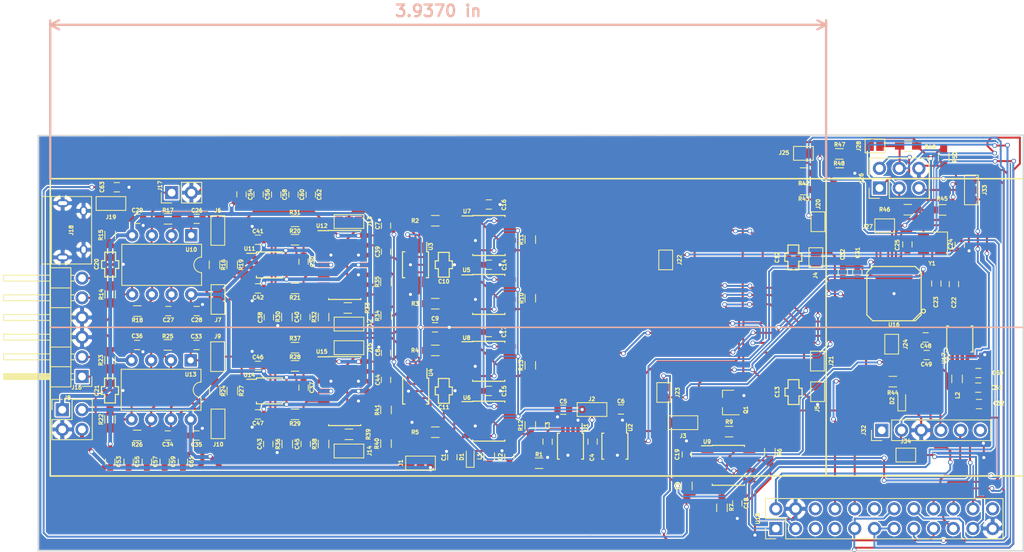
<source format=kicad_pcb>
(kicad_pcb (version 4) (host pcbnew 4.0.7-e2-6376~58~ubuntu16.04.1)
  (layers (0 F.Cu signal) (31 B.Cu signal) (34 B.Paste user) (35 F.Paste user) (36 B.SilkS user) (37 F.SilkS user) (38 B.Mask user) (39 F.Mask user) (44 Edge.Cuts user))
  (net 0 "")
  (net 1 GND)
  (net 2 "Net-(C1-Pad1)")
  (net 3 "/External Power/VIN")
  (net 4 +5V)
  (net 5 +3V)
  (net 6 VCCIO)
  (net 7 "Net-(C9-Pad1)")
  (net 8 "/RC Filter 1/-OUTA'")
  (net 9 "/RC Filter 1/-OUTB'")
  (net 10 "Net-(C12-Pad2)")
  (net 11 /ADConverter/AIN5)
  (net 12 /ADConverter/AIN7)
  (net 13 "Net-(C14-Pad1)")
  (net 14 "Net-(C15-Pad1)")
  (net 15 "Net-(C16-Pad1)")
  (net 16 "Net-(C17-Pad1)")
  (net 17 "Net-(C18-Pad1)")
  (net 18 "Net-(C19-Pad1)")
  (net 19 "Net-(C20-Pad1)")
  (net 20 "Net-(C21-Pad1)")
  (net 21 "Net-(C22-Pad1)")
  (net 22 "Net-(C24-Pad1)")
  (net 23 "Net-(C25-Pad1)")
  (net 24 "Net-(C26-Pad2)")
  (net 25 "Net-(C26-Pad1)")
  (net 26 "Net-(C27-Pad2)")
  (net 27 "Net-(C27-Pad1)")
  (net 28 +12V)
  (net 29 -12V)
  (net 30 "Net-(C30-Pad2)")
  (net 31 "Net-(C30-Pad1)")
  (net 32 "Net-(C31-Pad1)")
  (net 33 "Net-(C33-Pad2)")
  (net 34 "Net-(C33-Pad1)")
  (net 35 "Net-(C34-Pad2)")
  (net 36 "Net-(C34-Pad1)")
  (net 37 "Net-(C37-Pad2)")
  (net 38 "Net-(C37-Pad1)")
  (net 39 "Net-(C38-Pad1)")
  (net 40 "Net-(C39-Pad2)")
  (net 41 "Net-(C39-Pad1)")
  (net 42 "Net-(C40-Pad2)")
  (net 43 "Net-(C40-Pad1)")
  (net 44 "Net-(C43-Pad1)")
  (net 45 "Net-(C44-Pad2)")
  (net 46 "Net-(C44-Pad1)")
  (net 47 "Net-(C45-Pad2)")
  (net 48 "Net-(C45-Pad1)")
  (net 49 "Net-(C48-Pad1)")
  (net 50 "Net-(C50-Pad1)")
  (net 51 "Net-(D1-Pad1)")
  (net 52 "Net-(D2-Pad2)")
  (net 53 "Net-(J3-Pad1)")
  (net 54 "/Clock Block/CLK")
  (net 55 "Net-(J3-Pad3)")
  (net 56 "Net-(J13-Pad1)")
  (net 57 "Net-(J12-Pad3)")
  (net 58 "Net-(C20-Pad3)")
  (net 59 "Net-(J15-Pad1)")
  (net 60 "Net-(J10-Pad2)")
  (net 61 "Net-(C21-Pad3)")
  (net 62 /Attenuator/+IN0.4XA)
  (net 63 /Attenuator/-IN0.4XA)
  (net 64 "Net-(J13-Pad3)")
  (net 65 /Attenuator/+IN0.4XB)
  (net 66 /Attenuator/-IN0.4XB)
  (net 67 "Net-(J15-Pad3)")
  (net 68 "/Amplifier Block 2/IN+")
  (net 69 "/Amplifier Block 2/IN-")
  (net 70 "/Amplifier Block 1/IN-")
  (net 71 "/Amplifier Block 1/IN+")
  (net 72 "Net-(J17-Pad1)")
  (net 73 "Net-(J18-Pad1)")
  (net 74 "/RC Filter 1/+OUTA'")
  (net 75 "/RC Filter 1/+OUTB'")
  (net 76 /ADConverter/AIN13)
  (net 77 /Attenuator/+OUTA)
  (net 78 /Attenuator/-OUTA)
  (net 79 /Attenuator/+OUTB)
  (net 80 /Attenuator/-OUTB)
  (net 81 "Net-(R6-Pad2)")
  (net 82 "/RC Filter 2/IN1")
  (net 83 /ADConverter/AIN4)
  (net 84 "/RC Filter 2/IN2")
  (net 85 "/RC Filter 2/IN3")
  (net 86 /ADConverter/AIN6)
  (net 87 "/RC Filter 2/IN4")
  (net 88 "Net-(R19-Pad1)")
  (net 89 "Net-(R20-Pad1)")
  (net 90 "Net-(R27-Pad1)")
  (net 91 "Net-(R28-Pad1)")
  (net 92 "Net-(R34-Pad1)")
  (net 93 "Net-(R40-Pad1)")
  (net 94 /ADConverter/CS)
  (net 95 "Net-(R43-Pad1)")
  (net 96 +5.5V)
  (net 97 CS)
  (net 98 MOSI)
  (net 99 VCC)
  (net 100 SCL)
  (net 101 MISO)
  (net 102 "/SPI Connector/RST")
  (net 103 /ADConverter/SCL)
  (net 104 /ADConverter/DI)
  (net 105 TxO)
  (net 106 AD3)
  (net 107 AD2)
  (net 108 AD1)
  (net 109 AD0)
  (net 110 RxI)
  (net 111 "Net-(J33-Pad1)")
  (net 112 "Net-(J33-Pad3)")
  (net 113 "Net-(J34-Pad2)")
  (net 114 EXCLK)
  (net 115 "Net-(R44-Pad2)")
  (net 116 "Net-(R19-Pad2)")
  (net 117 "Net-(R27-Pad2)")
  (module Housings_SOIC:SOIC-8_3.9x4.9mm_Pitch1.27mm (layer F.Cu) (at 148.125 92.8)
    (fp_text reference U5 (at -2.875 -3.15) (layer F.SilkS) (effects (font (size 0.5 0.5) (thickness 0.125))))
    (fp_text value MAX7480ESA+)
    (pad 1 smd rect (at -2.7 -1.905) (size 1.55 0.6) (layers F.Cu F.Paste F.Mask) (net 13 "Net-(C14-Pad1)"))
    (pad 2 smd rect (at -2.7 -0.635) (size 1.55 0.6) (layers F.Cu F.Paste F.Mask) (net 78 /Attenuator/-OUTA))
    (pad 3 smd rect (at -2.7 0.635) (size 1.55 0.6) (layers F.Cu F.Paste F.Mask) (net 1 GND))
    (pad 4 smd rect (at -2.7 1.905) (size 1.55 0.6) (layers F.Cu F.Paste F.Mask) (net 4 +5V))
    (pad 5 smd rect (at 2.7 1.905) (size 1.55 0.6) (layers F.Cu F.Paste F.Mask) (net 82 "/RC Filter 2/IN1"))
    (pad 6 smd rect (at 2.7 0.635) (size 1.55 0.6) (layers F.Cu F.Paste F.Mask) (net 13 "Net-(C14-Pad1)"))
    (pad 7 smd rect (at 2.7 -0.635) (size 1.55 0.6) (layers F.Cu F.Paste F.Mask) (net 4 +5V))
    (pad 8 smd rect (at 2.7 -1.905) (size 1.55 0.6) (layers F.Cu F.Paste F.Mask) (net 54 "/Clock Block/CLK"))
  )
  (module Housings_DIP:DIP-8_W7.62mm (layer F.Cu) (at 109.775 85.175 270)
    (fp_text reference U10 (at 1.85 0 360) (layer F.SilkS) (effects (font (size 0.5 0.5) (thickness 0.125))))
    (fp_text value OPA2111KP)
    (pad 1 thru_hole rect (at 0 0 270) (size 1.6 1.6) (drill 0.8) (layers *.Cu *.Mask) (net 25 "Net-(C26-Pad1)"))
    (pad 5 thru_hole oval (at 7.62 7.62 270) (size 1.6 1.6) (drill 0.8) (layers *.Cu *.Mask) (net 58 "Net-(C20-Pad3)"))
    (pad 2 thru_hole oval (at 0 2.54 270) (size 1.6 1.6) (drill 0.8) (layers *.Cu *.Mask) (net 24 "Net-(C26-Pad2)"))
    (pad 6 thru_hole oval (at 7.62 5.08 270) (size 1.6 1.6) (drill 0.8) (layers *.Cu *.Mask) (net 26 "Net-(C27-Pad2)"))
    (pad 3 thru_hole oval (at 0 5.08 270) (size 1.6 1.6) (drill 0.8) (layers *.Cu *.Mask) (net 19 "Net-(C20-Pad1)"))
    (pad 7 thru_hole oval (at 7.62 2.54 270) (size 1.6 1.6) (drill 0.8) (layers *.Cu *.Mask) (net 27 "Net-(C27-Pad1)"))
    (pad 4 thru_hole oval (at 0 7.62 270) (size 1.6 1.6) (drill 0.8) (layers *.Cu *.Mask) (net 29 -12V))
    (pad 8 thru_hole oval (at 7.62 0 270) (size 1.6 1.6) (drill 0.8) (layers *.Cu *.Mask) (net 28 +12V))
  )
  (module Capacitors_SMD:C_0603 (layer F.Cu) (at 143.425 113.8 90)
    (fp_text reference C1 (at 0 -1.1 90) (layer F.SilkS) (effects (font (size 0.5 0.5) (thickness 0.125))))
    (fp_text value 2.2u)
    (pad 2 smd rect (at 0.75 0 90) (size 0.8 0.75) (layers F.Cu F.Paste F.Mask) (net 1 GND))
    (pad 1 smd rect (at -0.75 0 90) (size 0.8 0.75) (layers F.Cu F.Paste F.Mask) (net 2 "Net-(C1-Pad1)"))
  )
  (module Capacitors_SMD:C_0603 (layer F.Cu) (at 150.775 113.75 90)
    (fp_text reference C2 (at 0 -1.15 90) (layer F.SilkS) (effects (font (size 0.5 0.5) (thickness 0.125))))
    (fp_text value 2.2u)
    (pad 2 smd rect (at 0.75 0 90) (size 0.8 0.75) (layers F.Cu F.Paste F.Mask) (net 1 GND))
    (pad 1 smd rect (at -0.75 0 90) (size 0.8 0.75) (layers F.Cu F.Paste F.Mask) (net 3 "/External Power/VIN"))
  )
  (module Capacitors_SMD:C_0603 (layer F.Cu) (at 155.7 111.8 270)
    (fp_text reference C3 (at -2.075 0 270) (layer F.SilkS) (effects (font (size 0.5 0.5) (thickness 0.125))))
    (fp_text value 2.2u)
    (pad 2 smd rect (at 0.75 0 270) (size 0.8 0.75) (layers F.Cu F.Paste F.Mask) (net 1 GND))
    (pad 1 smd rect (at -0.75 0 270) (size 0.8 0.75) (layers F.Cu F.Paste F.Mask) (net 3 "/External Power/VIN"))
  )
  (module Capacitors_SMD:C_0603 (layer F.Cu) (at 161.5 111.8 270)
    (fp_text reference C4 (at 2.025 0.075 270) (layer F.SilkS) (effects (font (size 0.5 0.5) (thickness 0.125))))
    (fp_text value 2.2u)
    (pad 2 smd rect (at 0.75 0 270) (size 0.8 0.75) (layers F.Cu F.Paste F.Mask) (net 1 GND))
    (pad 1 smd rect (at -0.75 0 270) (size 0.8 0.75) (layers F.Cu F.Paste F.Mask) (net 3 "/External Power/VIN"))
  )
  (module Capacitors_SMD:C_0603 (layer F.Cu) (at 157.725 107.675 180)
    (fp_text reference C5 (at 0 1.075 360) (layer F.SilkS) (effects (font (size 0.5 0.5) (thickness 0.125))))
    (fp_text value 4.7u)
    (pad 2 smd rect (at 0.75 0 180) (size 0.8 0.75) (layers F.Cu F.Paste F.Mask) (net 1 GND))
    (pad 1 smd rect (at -0.75 0 180) (size 0.8 0.75) (layers F.Cu F.Paste F.Mask) (net 4 +5V))
  )
  (module Capacitors_SMD:C_0603 (layer F.Cu) (at 165.15 107.65)
    (fp_text reference C6 (at 0 -1.075 180) (layer F.SilkS) (effects (font (size 0.5 0.5) (thickness 0.125))))
    (fp_text value 4.7u)
    (pad 2 smd rect (at 0.75 0) (size 0.8 0.75) (layers F.Cu F.Paste F.Mask) (net 1 GND))
    (pad 1 smd rect (at -0.75 0) (size 0.8 0.75) (layers F.Cu F.Paste F.Mask) (net 5 +3V))
  )
  (module Capacitors_SMD:C_0603 (layer F.Cu) (at 134.875 83.95 90)
    (fp_text reference C7 (at 0 -1.075 90) (layer F.SilkS) (effects (font (size 0.5 0.5) (thickness 0.125))))
    (fp_text value 2.2u)
    (pad 2 smd rect (at 0.75 0 90) (size 0.8 0.75) (layers F.Cu F.Paste F.Mask) (net 1 GND))
    (pad 1 smd rect (at -0.75 0 90) (size 0.8 0.75) (layers F.Cu F.Paste F.Mask) (net 6 VCCIO))
  )
  (module Capacitors_SMD:C_0603 (layer F.Cu) (at 134.875 100.35 90)
    (fp_text reference C8 (at 0.05 -1.05 90) (layer F.SilkS) (effects (font (size 0.5 0.5) (thickness 0.125))))
    (fp_text value 2.2u)
    (pad 2 smd rect (at 0.75 0 90) (size 0.8 0.75) (layers F.Cu F.Paste F.Mask) (net 1 GND))
    (pad 1 smd rect (at -0.75 0 90) (size 0.8 0.75) (layers F.Cu F.Paste F.Mask) (net 6 VCCIO))
  )
  (module Capacitors_SMD:C_0603 (layer F.Cu) (at 141.2 97.05)
    (fp_text reference C9 (at 0 -1.125) (layer F.SilkS) (effects (font (size 0.5 0.5) (thickness 0.125))))
    (fp_text value 2.2u)
    (pad 2 smd rect (at 0.75 0) (size 0.8 0.75) (layers F.Cu F.Paste F.Mask) (net 1 GND))
    (pad 1 smd rect (at -0.75 0) (size 0.8 0.75) (layers F.Cu F.Paste F.Mask) (net 7 "Net-(C9-Pad1)"))
  )
  (module Capacitors_SMD:C_0603 (layer F.Cu) (at 148.125 88.975)
    (fp_text reference C14 (at 2 0.025 90) (layer F.SilkS) (effects (font (size 0.5 0.5) (thickness 0.125))))
    (fp_text value 0.1u)
    (pad 2 smd rect (at 0.75 0) (size 0.8 0.75) (layers F.Cu F.Paste F.Mask) (net 1 GND))
    (pad 1 smd rect (at -0.75 0) (size 0.8 0.75) (layers F.Cu F.Paste F.Mask) (net 13 "Net-(C14-Pad1)"))
  )
  (module Capacitors_SMD:C_0603 (layer F.Cu) (at 148.125 105.25)
    (fp_text reference C15 (at 1.975 0.025 90) (layer F.SilkS) (effects (font (size 0.5 0.5) (thickness 0.125))))
    (fp_text value 0.1u)
    (pad 2 smd rect (at 0.75 0) (size 0.8 0.75) (layers F.Cu F.Paste F.Mask) (net 1 GND))
    (pad 1 smd rect (at -0.75 0) (size 0.8 0.75) (layers F.Cu F.Paste F.Mask) (net 14 "Net-(C15-Pad1)"))
  )
  (module Capacitors_SMD:C_0603 (layer F.Cu) (at 148.125 81.2)
    (fp_text reference C16 (at 1.95 0.05 90) (layer F.SilkS) (effects (font (size 0.5 0.5) (thickness 0.125))))
    (fp_text value 0.1u)
    (pad 2 smd rect (at 0.75 0) (size 0.8 0.75) (layers F.Cu F.Paste F.Mask) (net 1 GND))
    (pad 1 smd rect (at -0.75 0) (size 0.8 0.75) (layers F.Cu F.Paste F.Mask) (net 15 "Net-(C16-Pad1)"))
  )
  (module Capacitors_SMD:C_0603 (layer F.Cu) (at 148.125 97.65)
    (fp_text reference C17 (at 1.95 0 90) (layer F.SilkS) (effects (font (size 0.5 0.5) (thickness 0.125))))
    (fp_text value 0.1u)
    (pad 2 smd rect (at 0.75 0) (size 0.8 0.75) (layers F.Cu F.Paste F.Mask) (net 1 GND))
    (pad 1 smd rect (at -0.75 0) (size 0.8 0.75) (layers F.Cu F.Paste F.Mask) (net 16 "Net-(C17-Pad1)"))
  )
  (module Capacitors_SMD:C_0603 (layer F.Cu) (at 180.15 119.75 270)
    (fp_text reference C18 (at 0 -1.15 270) (layer F.SilkS) (effects (font (size 0.5 0.5) (thickness 0.125))))
    (fp_text value 0.1u)
    (pad 2 smd rect (at 0.75 0 270) (size 0.8 0.75) (layers F.Cu F.Paste F.Mask) (net 1 GND))
    (pad 1 smd rect (at -0.75 0 270) (size 0.8 0.75) (layers F.Cu F.Paste F.Mask) (net 17 "Net-(C18-Pad1)"))
  )
  (module Capacitors_SMD:C_0603 (layer F.Cu) (at 173.65 113.45 90)
    (fp_text reference C19 (at 0 -1.25 90) (layer F.SilkS) (effects (font (size 0.5 0.5) (thickness 0.125))))
    (fp_text value 2.2n)
    (pad 2 smd rect (at 0.75 0 90) (size 0.8 0.75) (layers F.Cu F.Paste F.Mask) (net 1 GND))
    (pad 1 smd rect (at -0.75 0 90) (size 0.8 0.75) (layers F.Cu F.Paste F.Mask) (net 18 "Net-(C19-Pad1)"))
  )
  (module Capacitors_SMD:C_0603 (layer F.Cu) (at 208.075 91.475 90)
    (fp_text reference C22 (at -2.375 0 90) (layer F.SilkS) (effects (font (size 0.5 0.5) (thickness 0.125))))
    (fp_text value 1u)
    (pad 2 smd rect (at 0.75 0 90) (size 0.8 0.75) (layers F.Cu F.Paste F.Mask) (net 1 GND))
    (pad 1 smd rect (at -0.75 0 90) (size 0.8 0.75) (layers F.Cu F.Paste F.Mask) (net 21 "Net-(C22-Pad1)"))
  )
  (module Capacitors_SMD:C_0603 (layer F.Cu) (at 205.8 91.4 90)
    (fp_text reference C23 (at -2.4 -0.05 90) (layer F.SilkS) (effects (font (size 0.5 0.5) (thickness 0.125))))
    (fp_text value 0.1u)
    (pad 2 smd rect (at 0.75 0 90) (size 0.8 0.75) (layers F.Cu F.Paste F.Mask) (net 1 GND))
    (pad 1 smd rect (at -0.75 0 90) (size 0.8 0.75) (layers F.Cu F.Paste F.Mask) (net 21 "Net-(C22-Pad1)"))
  )
  (module Capacitors_SMD:C_0603 (layer F.Cu) (at 208.825 86.4 270)
    (fp_text reference C24 (at -0.075 1.175 270) (layer F.SilkS) (effects (font (size 0.5 0.5) (thickness 0.125))))
    (fp_text value 8pF)
    (pad 2 smd rect (at 0.75 0 270) (size 0.8 0.75) (layers F.Cu F.Paste F.Mask) (net 1 GND))
    (pad 1 smd rect (at -0.75 0 270) (size 0.8 0.75) (layers F.Cu F.Paste F.Mask) (net 22 "Net-(C24-Pad1)"))
  )
  (module Capacitors_SMD:C_0603 (layer F.Cu) (at 202.075 86.35 90)
    (fp_text reference C25 (at -0.075 -1.3 90) (layer F.SilkS) (effects (font (size 0.5 0.5) (thickness 0.125))))
    (fp_text value 8pF)
    (pad 2 smd rect (at 0.75 0 90) (size 0.8 0.75) (layers F.Cu F.Paste F.Mask) (net 1 GND))
    (pad 1 smd rect (at -0.75 0 90) (size 0.8 0.75) (layers F.Cu F.Paste F.Mask) (net 23 "Net-(C25-Pad1)"))
  )
  (module Capacitors_SMD:C_0603 (layer F.Cu) (at 110.475 83.05)
    (fp_text reference C26 (at 0.025 -1.075) (layer F.SilkS) (effects (font (size 0.5 0.5) (thickness 0.125))))
    (fp_text value 4.7n)
    (pad 2 smd rect (at 0.75 0) (size 0.8 0.75) (layers F.Cu F.Paste F.Mask) (net 24 "Net-(C26-Pad2)"))
    (pad 1 smd rect (at -0.75 0) (size 0.8 0.75) (layers F.Cu F.Paste F.Mask) (net 25 "Net-(C26-Pad1)"))
  )
  (module Capacitors_SMD:C_0603 (layer F.Cu) (at 106.825 94.95 180)
    (fp_text reference C27 (at 0 -1.15 180) (layer F.SilkS) (effects (font (size 0.5 0.5) (thickness 0.125))))
    (fp_text value 4.7n)
    (pad 2 smd rect (at 0.75 0 180) (size 0.8 0.75) (layers F.Cu F.Paste F.Mask) (net 26 "Net-(C27-Pad2)"))
    (pad 1 smd rect (at -0.75 0 180) (size 0.8 0.75) (layers F.Cu F.Paste F.Mask) (net 27 "Net-(C27-Pad1)"))
  )
  (module Capacitors_SMD:C_0603 (layer F.Cu) (at 110.475 94.95 180)
    (fp_text reference C28 (at 0 -1.15 180) (layer F.SilkS) (effects (font (size 0.5 0.5) (thickness 0.125))))
    (fp_text value 0.1u)
    (pad 2 smd rect (at 0.75 0 180) (size 0.8 0.75) (layers F.Cu F.Paste F.Mask) (net 28 +12V))
    (pad 1 smd rect (at -0.75 0 180) (size 0.8 0.75) (layers F.Cu F.Paste F.Mask) (net 1 GND))
  )
  (module Capacitors_SMD:C_0603 (layer F.Cu) (at 102.825 83.05)
    (fp_text reference C29 (at 0 -1.1) (layer F.SilkS) (effects (font (size 0.5 0.5) (thickness 0.125))))
    (fp_text value 0.1u)
    (pad 2 smd rect (at 0.75 0) (size 0.8 0.75) (layers F.Cu F.Paste F.Mask) (net 1 GND))
    (pad 1 smd rect (at -0.75 0) (size 0.8 0.75) (layers F.Cu F.Paste F.Mask) (net 29 -12V))
  )
  (module Capacitors_SMD:C_0603 (layer F.Cu) (at 124.25 88.575 270)
    (fp_text reference C30 (at 0 -1.15 270) (layer F.SilkS) (effects (font (size 0.5 0.5) (thickness 0.125))))
    (fp_text value 1u)
    (pad 2 smd rect (at 0.75 0 270) (size 0.8 0.75) (layers F.Cu F.Paste F.Mask) (net 30 "Net-(C30-Pad2)"))
    (pad 1 smd rect (at -0.75 0 270) (size 0.8 0.75) (layers F.Cu F.Paste F.Mask) (net 31 "Net-(C30-Pad1)"))
  )
  (module Capacitors_SMD:C_0603 (layer F.Cu) (at 195.625 89.975 90)
    (fp_text reference C31 (at 2.55 0.05 90) (layer F.SilkS) (effects (font (size 0.5 0.5) (thickness 0.125))))
    (fp_text value 0.1u)
    (pad 2 smd rect (at 0.75 0 90) (size 0.8 0.75) (layers F.Cu F.Paste F.Mask) (net 1 GND))
    (pad 1 smd rect (at -0.75 0 90) (size 0.8 0.75) (layers F.Cu F.Paste F.Mask) (net 32 "Net-(C31-Pad1)"))
  )
  (module Capacitors_SMD:C_0603 (layer F.Cu) (at 193.75 89.95 90)
    (fp_text reference C32 (at 2.3 -0.025 90) (layer F.SilkS) (effects (font (size 0.5 0.5) (thickness 0.125))))
    (fp_text value 1u)
    (pad 2 smd rect (at 0.75 0 90) (size 0.8 0.75) (layers F.Cu F.Paste F.Mask) (net 1 GND))
    (pad 1 smd rect (at -0.75 0 90) (size 0.8 0.75) (layers F.Cu F.Paste F.Mask) (net 32 "Net-(C31-Pad1)"))
  )
  (module Capacitors_SMD:C_0603 (layer F.Cu) (at 110.45 99.325)
    (fp_text reference C33 (at -0.025 -1.1) (layer F.SilkS) (effects (font (size 0.5 0.5) (thickness 0.125))))
    (fp_text value 4.7n)
    (pad 2 smd rect (at 0.75 0) (size 0.8 0.75) (layers F.Cu F.Paste F.Mask) (net 33 "Net-(C33-Pad2)"))
    (pad 1 smd rect (at -0.75 0) (size 0.8 0.75) (layers F.Cu F.Paste F.Mask) (net 34 "Net-(C33-Pad1)"))
  )
  (module Capacitors_SMD:C_0603 (layer F.Cu) (at 106.75 111 180)
    (fp_text reference C34 (at 0 -1.15 180) (layer F.SilkS) (effects (font (size 0.5 0.5) (thickness 0.125))))
    (fp_text value 4.7n)
    (pad 2 smd rect (at 0.75 0 180) (size 0.8 0.75) (layers F.Cu F.Paste F.Mask) (net 35 "Net-(C34-Pad2)"))
    (pad 1 smd rect (at -0.75 0 180) (size 0.8 0.75) (layers F.Cu F.Paste F.Mask) (net 36 "Net-(C34-Pad1)"))
  )
  (module Capacitors_SMD:C_0603 (layer F.Cu) (at 110.45 111 180)
    (fp_text reference C35 (at 0 -1.175 180) (layer F.SilkS) (effects (font (size 0.5 0.5) (thickness 0.125))))
    (fp_text value 0.1u)
    (pad 2 smd rect (at 0.75 0 180) (size 0.8 0.75) (layers F.Cu F.Paste F.Mask) (net 28 +12V))
    (pad 1 smd rect (at -0.75 0 180) (size 0.8 0.75) (layers F.Cu F.Paste F.Mask) (net 1 GND))
  )
  (module Capacitors_SMD:C_0603 (layer F.Cu) (at 102.8 99.325)
    (fp_text reference C36 (at 0 -1.15) (layer F.SilkS) (effects (font (size 0.5 0.5) (thickness 0.125))))
    (fp_text value 0.1u)
    (pad 2 smd rect (at 0.75 0) (size 0.8 0.75) (layers F.Cu F.Paste F.Mask) (net 1 GND))
    (pad 1 smd rect (at -0.75 0) (size 0.8 0.75) (layers F.Cu F.Paste F.Mask) (net 29 -12V))
  )
  (module Capacitors_SMD:C_0603 (layer F.Cu) (at 124.25 104.825 270)
    (fp_text reference C37 (at 0 -1.075 270) (layer F.SilkS) (effects (font (size 0.5 0.5) (thickness 0.125))))
    (fp_text value 1u)
    (pad 2 smd rect (at 0.75 0 270) (size 0.8 0.75) (layers F.Cu F.Paste F.Mask) (net 37 "Net-(C37-Pad2)"))
    (pad 1 smd rect (at -0.75 0 270) (size 0.8 0.75) (layers F.Cu F.Paste F.Mask) (net 38 "Net-(C37-Pad1)"))
  )
  (module Capacitors_SMD:C_0603 (layer F.Cu) (at 119.775 95.75 270)
    (fp_text reference C38 (at 0.025 1.1 270) (layer F.SilkS) (effects (font (size 0.5 0.5) (thickness 0.125))))
    (fp_text value 47p)
    (pad 2 smd rect (at 0.75 0 270) (size 0.8 0.75) (layers F.Cu F.Paste F.Mask) (net 1 GND))
    (pad 1 smd rect (at -0.75 0 270) (size 0.8 0.75) (layers F.Cu F.Paste F.Mask) (net 39 "Net-(C38-Pad1)"))
  )
  (module Capacitors_SMD:C_0603 (layer F.Cu) (at 134.875 87.3 90)
    (fp_text reference C39 (at 0 -1.075 90) (layer F.SilkS) (effects (font (size 0.5 0.5) (thickness 0.125))))
    (fp_text value 1u)
    (pad 2 smd rect (at 0.75 0 90) (size 0.8 0.75) (layers F.Cu F.Paste F.Mask) (net 40 "Net-(C39-Pad2)"))
    (pad 1 smd rect (at -0.75 0 90) (size 0.8 0.75) (layers F.Cu F.Paste F.Mask) (net 41 "Net-(C39-Pad1)"))
  )
  (module Capacitors_SMD:C_0603 (layer F.Cu) (at 124.475 95.725 90)
    (fp_text reference C40 (at 0 -1.075 90) (layer F.SilkS) (effects (font (size 0.5 0.5) (thickness 0.125))))
    (fp_text value 47p)
    (pad 2 smd rect (at 0.75 0 90) (size 0.8 0.75) (layers F.Cu F.Paste F.Mask) (net 42 "Net-(C40-Pad2)"))
    (pad 1 smd rect (at -0.75 0 90) (size 0.8 0.75) (layers F.Cu F.Paste F.Mask) (net 43 "Net-(C40-Pad1)"))
  )
  (module Capacitors_SMD:C_0603 (layer F.Cu) (at 118.375 85.75 180)
    (fp_text reference C41 (at 0 1.1 180) (layer F.SilkS) (effects (font (size 0.5 0.5) (thickness 0.125))))
    (fp_text value 2.2u)
    (pad 2 smd rect (at 0.75 0 180) (size 0.8 0.75) (layers F.Cu F.Paste F.Mask) (net 1 GND))
    (pad 1 smd rect (at -0.75 0 180) (size 0.8 0.75) (layers F.Cu F.Paste F.Mask) (net 28 +12V))
  )
  (module Capacitors_SMD:C_0603 (layer F.Cu) (at 118.375 92.025 180)
    (fp_text reference C42 (at -0.025 -1.175 180) (layer F.SilkS) (effects (font (size 0.5 0.5) (thickness 0.125))))
    (fp_text value 2.2u)
    (pad 2 smd rect (at 0.75 0 180) (size 0.8 0.75) (layers F.Cu F.Paste F.Mask) (net 1 GND))
    (pad 1 smd rect (at -0.75 0 180) (size 0.8 0.75) (layers F.Cu F.Paste F.Mask) (net 29 -12V))
  )
  (module Capacitors_SMD:C_0603 (layer F.Cu) (at 119.7 112.1 270)
    (fp_text reference C43 (at 0 1.1 270) (layer F.SilkS) (effects (font (size 0.5 0.5) (thickness 0.125))))
    (fp_text value 47p)
    (pad 2 smd rect (at 0.75 0 270) (size 0.8 0.75) (layers F.Cu F.Paste F.Mask) (net 1 GND))
    (pad 1 smd rect (at -0.75 0 270) (size 0.8 0.75) (layers F.Cu F.Paste F.Mask) (net 44 "Net-(C43-Pad1)"))
  )
  (module Capacitors_SMD:C_0603 (layer F.Cu) (at 134.875 103.825 90)
    (fp_text reference C44 (at 0 -1.05 90) (layer F.SilkS) (effects (font (size 0.5 0.5) (thickness 0.125))))
    (fp_text value 1u)
    (pad 2 smd rect (at 0.75 0 90) (size 0.8 0.75) (layers F.Cu F.Paste F.Mask) (net 45 "Net-(C44-Pad2)"))
    (pad 1 smd rect (at -0.75 0 90) (size 0.8 0.75) (layers F.Cu F.Paste F.Mask) (net 46 "Net-(C44-Pad1)"))
  )
  (module Capacitors_SMD:C_0603 (layer F.Cu) (at 124.525 112.1 90)
    (fp_text reference C45 (at 0 -1.1 90) (layer F.SilkS) (effects (font (size 0.5 0.5) (thickness 0.125))))
    (fp_text value 47p)
    (pad 2 smd rect (at 0.75 0 90) (size 0.8 0.75) (layers F.Cu F.Paste F.Mask) (net 47 "Net-(C45-Pad2)"))
    (pad 1 smd rect (at -0.75 0 90) (size 0.8 0.75) (layers F.Cu F.Paste F.Mask) (net 48 "Net-(C45-Pad1)"))
  )
  (module Capacitors_SMD:C_0603 (layer F.Cu) (at 118.375 102.025 180)
    (fp_text reference C46 (at 0 1.125 180) (layer F.SilkS) (effects (font (size 0.5 0.5) (thickness 0.125))))
    (fp_text value 2.2u)
    (pad 2 smd rect (at 0.75 0 180) (size 0.8 0.75) (layers F.Cu F.Paste F.Mask) (net 1 GND))
    (pad 1 smd rect (at -0.75 0 180) (size 0.8 0.75) (layers F.Cu F.Paste F.Mask) (net 28 +12V))
  )
  (module Capacitors_SMD:C_0603 (layer F.Cu) (at 118.375 108.275 180)
    (fp_text reference C47 (at 0 -1.15 180) (layer F.SilkS) (effects (font (size 0.5 0.5) (thickness 0.125))))
    (fp_text value 2.2u)
    (pad 2 smd rect (at 0.75 0 180) (size 0.8 0.75) (layers F.Cu F.Paste F.Mask) (net 1 GND))
    (pad 1 smd rect (at -0.75 0 180) (size 0.8 0.75) (layers F.Cu F.Paste F.Mask) (net 29 -12V))
  )
  (module Capacitors_SMD:C_0603 (layer F.Cu) (at 204.425 98.35 180)
    (fp_text reference C48 (at -0.025 -1.1 180) (layer F.SilkS) (effects (font (size 0.5 0.5) (thickness 0.125))))
    (fp_text value 2.2u)
    (pad 2 smd rect (at 0.75 0 180) (size 0.8 0.75) (layers F.Cu F.Paste F.Mask) (net 1 GND))
    (pad 1 smd rect (at -0.75 0 180) (size 0.8 0.75) (layers F.Cu F.Paste F.Mask) (net 49 "Net-(C48-Pad1)"))
  )
  (module Capacitors_SMD:C_0603 (layer F.Cu) (at 204.55 100.625 180)
    (fp_text reference C49 (at 0.025 -1.2 180) (layer F.SilkS) (effects (font (size 0.5 0.5) (thickness 0.125))))
    (fp_text value 0.1u)
    (pad 2 smd rect (at 0.75 0 180) (size 0.8 0.75) (layers F.Cu F.Paste F.Mask) (net 1 GND))
    (pad 1 smd rect (at -0.75 0 180) (size 0.8 0.75) (layers F.Cu F.Paste F.Mask) (net 49 "Net-(C48-Pad1)"))
  )
  (module Capacitors_SMD:C_0603 (layer F.Cu) (at 211.225 102.95)
    (fp_text reference C50 (at 2.5 -0.025) (layer F.SilkS) (effects (font (size 0.5 0.5) (thickness 0.125))))
    (fp_text value 0.1u)
    (pad 2 smd rect (at 0.75 0) (size 0.8 0.75) (layers F.Cu F.Paste F.Mask) (net 1 GND))
    (pad 1 smd rect (at -0.75 0) (size 0.8 0.75) (layers F.Cu F.Paste F.Mask) (net 50 "Net-(C50-Pad1)"))
  )
  (module Capacitors_SMD:C_0603 (layer F.Cu) (at 211.2 104.825)
    (fp_text reference C51 (at 2.4 0) (layer F.SilkS) (effects (font (size 0.5 0.5) (thickness 0.125))))
    (fp_text value 2.2u)
    (pad 2 smd rect (at 0.75 0) (size 0.8 0.75) (layers F.Cu F.Paste F.Mask) (net 1 GND))
    (pad 1 smd rect (at -0.75 0) (size 0.8 0.75) (layers F.Cu F.Paste F.Mask) (net 50 "Net-(C50-Pad1)"))
  )
  (module Capacitors_SMD:C_0603 (layer F.Cu) (at 211.3 106.95)
    (fp_text reference C52 (at 2.55 -0.1) (layer F.SilkS) (effects (font (size 0.5 0.5) (thickness 0.125))))
    (fp_text value 2.2u)
    (pad 2 smd rect (at 0.75 0) (size 0.8 0.75) (layers F.Cu F.Paste F.Mask) (net 1 GND))
    (pad 1 smd rect (at -0.75 0) (size 0.8 0.75) (layers F.Cu F.Paste F.Mask) (net 96 +5.5V))
  )
  (module Capacitors_SMD:C_0603 (layer F.Cu) (at 99.325 114.375 270)
    (fp_text reference C53 (at 0 -1.1 270) (layer F.SilkS) (effects (font (size 0.5 0.5) (thickness 0.125))))
    (fp_text value 2.2u)
    (pad 2 smd rect (at 0.75 0 270) (size 0.8 0.75) (layers F.Cu F.Paste F.Mask) (net 1 GND))
    (pad 1 smd rect (at -0.75 0 270) (size 0.8 0.75) (layers F.Cu F.Paste F.Mask) (net 28 +12V))
  )
  (module Capacitors_SMD:C_0603 (layer F.Cu) (at 116.25 79.9 270)
    (fp_text reference C54 (at 0 -1.15 270) (layer F.SilkS) (effects (font (size 0.5 0.5) (thickness 0.125))))
    (fp_text value 2.2u)
    (pad 2 smd rect (at 0.75 0 270) (size 0.8 0.75) (layers F.Cu F.Paste F.Mask) (net 29 -12V))
    (pad 1 smd rect (at -0.75 0 270) (size 0.8 0.75) (layers F.Cu F.Paste F.Mask) (net 1 GND))
  )
  (module Capacitors_SMD:C_0603 (layer F.Cu) (at 101.7 114.375 270)
    (fp_text reference C55 (at 0 -1.1 270) (layer F.SilkS) (effects (font (size 0.5 0.5) (thickness 0.125))))
    (fp_text value 2.2u)
    (pad 2 smd rect (at 0.75 0 270) (size 0.8 0.75) (layers F.Cu F.Paste F.Mask) (net 1 GND))
    (pad 1 smd rect (at -0.75 0 270) (size 0.8 0.75) (layers F.Cu F.Paste F.Mask) (net 28 +12V))
  )
  (module Capacitors_SMD:C_0603 (layer F.Cu) (at 118.45 79.9 270)
    (fp_text reference C56 (at 0 -1.15 270) (layer F.SilkS) (effects (font (size 0.5 0.5) (thickness 0.125))))
    (fp_text value 2.2u)
    (pad 2 smd rect (at 0.75 0 270) (size 0.8 0.75) (layers F.Cu F.Paste F.Mask) (net 29 -12V))
    (pad 1 smd rect (at -0.75 0 270) (size 0.8 0.75) (layers F.Cu F.Paste F.Mask) (net 1 GND))
  )
  (module Capacitors_SMD:C_0603 (layer F.Cu) (at 104.05 114.375 270)
    (fp_text reference C57 (at 0 -1.1 270) (layer F.SilkS) (effects (font (size 0.5 0.5) (thickness 0.125))))
    (fp_text value 2.2u)
    (pad 2 smd rect (at 0.75 0 270) (size 0.8 0.75) (layers F.Cu F.Paste F.Mask) (net 1 GND))
    (pad 1 smd rect (at -0.75 0 270) (size 0.8 0.75) (layers F.Cu F.Paste F.Mask) (net 28 +12V))
  )
  (module Capacitors_SMD:C_0603 (layer F.Cu) (at 120.725 79.925 270)
    (fp_text reference C58 (at 0 -1.1 270) (layer F.SilkS) (effects (font (size 0.5 0.5) (thickness 0.125))))
    (fp_text value 2.2u)
    (pad 2 smd rect (at 0.75 0 270) (size 0.8 0.75) (layers F.Cu F.Paste F.Mask) (net 29 -12V))
    (pad 1 smd rect (at -0.75 0 270) (size 0.8 0.75) (layers F.Cu F.Paste F.Mask) (net 1 GND))
  )
  (module Capacitors_SMD:C_0603 (layer F.Cu) (at 106.35 114.375 270)
    (fp_text reference C59 (at 0 -1.1 270) (layer F.SilkS) (effects (font (size 0.5 0.5) (thickness 0.125))))
    (fp_text value 2.2u)
    (pad 2 smd rect (at 0.75 0 270) (size 0.8 0.75) (layers F.Cu F.Paste F.Mask) (net 1 GND))
    (pad 1 smd rect (at -0.75 0 270) (size 0.8 0.75) (layers F.Cu F.Paste F.Mask) (net 28 +12V))
  )
  (module Capacitors_SMD:C_0603 (layer F.Cu) (at 122.95 79.925 270)
    (fp_text reference C60 (at 0 -1.1 270) (layer F.SilkS) (effects (font (size 0.5 0.5) (thickness 0.125))))
    (fp_text value 2.2u)
    (pad 2 smd rect (at 0.75 0 270) (size 0.8 0.75) (layers F.Cu F.Paste F.Mask) (net 29 -12V))
    (pad 1 smd rect (at -0.75 0 270) (size 0.8 0.75) (layers F.Cu F.Paste F.Mask) (net 1 GND))
  )
  (module Capacitors_SMD:C_0603 (layer F.Cu) (at 108.7 114.375 270)
    (fp_text reference C61 (at 0 -1.1 270) (layer F.SilkS) (effects (font (size 0.5 0.5) (thickness 0.125))))
    (fp_text value 0.1u)
    (pad 2 smd rect (at 0.75 0 270) (size 0.8 0.75) (layers F.Cu F.Paste F.Mask) (net 1 GND))
    (pad 1 smd rect (at -0.75 0 270) (size 0.8 0.75) (layers F.Cu F.Paste F.Mask) (net 28 +12V))
  )
  (module Capacitors_SMD:C_0603 (layer F.Cu) (at 125.175 79.925 270)
    (fp_text reference C62 (at 0 -1.1 270) (layer F.SilkS) (effects (font (size 0.5 0.5) (thickness 0.125))))
    (fp_text value 0.1u)
    (pad 2 smd rect (at 0.75 0 270) (size 0.8 0.75) (layers F.Cu F.Paste F.Mask) (net 29 -12V))
    (pad 1 smd rect (at -0.75 0 270) (size 0.8 0.75) (layers F.Cu F.Paste F.Mask) (net 1 GND))
  )
  (module Capacitors_SMD:C_0603 (layer F.Cu) (at 100.175 78.975)
    (fp_text reference C63 (at -1.9 -0.025 90) (layer F.SilkS) (effects (font (size 0.5 0.5) (thickness 0.125))))
    (fp_text value 4.7u)
    (pad 2 smd rect (at 0.75 0) (size 0.8 0.75) (layers F.Cu F.Paste F.Mask) (net 1 GND))
    (pad 1 smd rect (at -0.75 0) (size 0.8 0.75) (layers F.Cu F.Paste F.Mask) (net 4 +5V))
  )
  (module LEDs:LED_0603 (layer F.Cu) (at 145.725 113.8 90)
    (fp_text reference D1 (at 0.05 -1.1 90) (layer F.SilkS) (effects (font (size 0.5 0.5) (thickness 0.125))))
    (fp_text value Blue)
    (pad 2 smd rect (at 0.8 0 270) (size 0.8 0.8) (layers F.Cu F.Paste F.Mask) (net 2 "Net-(C1-Pad1)"))
    (pad 1 smd rect (at -0.8 0 270) (size 0.8 0.8) (layers F.Cu F.Paste F.Mask) (net 51 "Net-(D1-Pad1)"))
  )
  (module LEDs:LED_0603 (layer F.Cu) (at 201.35 106.525 90)
    (fp_text reference D2 (at 0 -1.25 90) (layer F.SilkS) (effects (font (size 0.5 0.5) (thickness 0.125))))
    (fp_text value LED_ALT)
    (pad 2 smd rect (at 0.8 0 270) (size 0.8 0.8) (layers F.Cu F.Paste F.Mask) (net 52 "Net-(D2-Pad2)"))
    (pad 1 smd rect (at -0.8 0 270) (size 0.8 0.8) (layers F.Cu F.Paste F.Mask) (net 1 GND))
  )
  (module Connectors:GS3 (layer F.Cu) (at 139.325 114.55 270)
    (fp_text reference J1 (at -0.025 2.55 450) (layer F.SilkS) (effects (font (size 0.5 0.5) (thickness 0.125))))
    (fp_text value GS3)
    (pad 1 smd rect (at 0 -1.27 270) (size 1.27 0.97) (layers F.Cu F.Paste F.Mask) (net 96 +5.5V))
    (pad 2 smd rect (at 0 0 270) (size 1.27 0.97) (layers F.Cu F.Paste F.Mask) (net 2 "Net-(C1-Pad1)"))
    (pad 3 smd rect (at 0 1.27 270) (size 1.27 0.97) (layers F.Cu F.Paste F.Mask) (net 28 +12V))
  )
  (module Connectors:GS3 (layer F.Cu) (at 161.425 107.65 270)
    (fp_text reference J2 (at -1.35 0.025 360) (layer F.SilkS) (effects (font (size 0.5 0.5) (thickness 0.125))))
    (fp_text value GS3)
    (pad 1 smd rect (at 0 -1.27 270) (size 1.27 0.97) (layers F.Cu F.Paste F.Mask) (net 5 +3V))
    (pad 2 smd rect (at 0 0 270) (size 1.27 0.97) (layers F.Cu F.Paste F.Mask) (net 6 VCCIO))
    (pad 3 smd rect (at 0 1.27 270) (size 1.27 0.97) (layers F.Cu F.Paste F.Mask) (net 4 +5V))
  )
  (module Connectors:GS3 (layer F.Cu) (at 173.15 109.35 90)
    (fp_text reference J3 (at -1.7 0 180) (layer F.SilkS) (effects (font (size 0.5 0.5) (thickness 0.125))))
    (fp_text value GS3)
    (pad 1 smd rect (at 0 -1.27 90) (size 1.27 0.97) (layers F.Cu F.Paste F.Mask) (net 53 "Net-(J3-Pad1)"))
    (pad 2 smd rect (at 0 0 90) (size 1.27 0.97) (layers F.Cu F.Paste F.Mask) (net 54 "/Clock Block/CLK"))
    (pad 3 smd rect (at 0 1.27 90) (size 1.27 0.97) (layers F.Cu F.Paste F.Mask) (net 55 "Net-(J3-Pad3)"))
  )
  (module Connectors:GS2 (layer F.Cu) (at 190.275 88.05 180)
    (fp_text reference J4 (at 0.05 -2.3 270) (layer F.SilkS) (effects (font (size 0.5 0.5) (thickness 0.125))))
    (fp_text value GS2)
    (pad 1 smd rect (at 0 -0.64 180) (size 1.27 0.97) (layers F.Cu F.Paste F.Mask) (net 10 "Net-(C12-Pad2)"))
    (pad 2 smd rect (at 0 0.64 180) (size 1.27 0.97) (layers F.Cu F.Paste F.Mask) (net 11 /ADConverter/AIN5))
  )
  (module Connectors:GS2 (layer F.Cu) (at 190.5 105.35 180)
    (fp_text reference J5 (at 0.05 -2.225 270) (layer F.SilkS) (effects (font (size 0.5 0.5) (thickness 0.125))))
    (fp_text value GS2)
    (pad 1 smd rect (at 0 -0.64 180) (size 1.27 0.97) (layers F.Cu F.Paste F.Mask) (net 1 GND))
    (pad 2 smd rect (at 0 0.64 180) (size 1.27 0.97) (layers F.Cu F.Paste F.Mask) (net 12 /ADConverter/AIN7))
  )
  (module Connectors:GS3 (layer F.Cu) (at 113.2 84.55)
    (fp_text reference J6 (at 0 -2.575 180) (layer F.SilkS) (effects (font (size 0.5 0.5) (thickness 0.125))))
    (fp_text value GS3)
    (pad 1 smd rect (at 0 -1.27) (size 1.27 0.97) (layers F.Cu F.Paste F.Mask) (net 19 "Net-(C20-Pad1)"))
    (pad 2 smd rect (at 0 0) (size 1.27 0.97) (layers F.Cu F.Paste F.Mask) (net 56 "Net-(J13-Pad1)"))
    (pad 3 smd rect (at 0 1.27) (size 1.27 0.97) (layers F.Cu F.Paste F.Mask) (net 25 "Net-(C26-Pad1)"))
  )
  (module Connectors:GS3 (layer F.Cu) (at 113.225 93.45)
    (fp_text reference J7 (at 0 2.65 180) (layer F.SilkS) (effects (font (size 0.5 0.5) (thickness 0.125))))
    (fp_text value GS3)
    (pad 1 smd rect (at 0 -1.27) (size 1.27 0.97) (layers F.Cu F.Paste F.Mask) (net 27 "Net-(C27-Pad1)"))
    (pad 2 smd rect (at 0 0) (size 1.27 0.97) (layers F.Cu F.Paste F.Mask) (net 57 "Net-(J12-Pad3)"))
    (pad 3 smd rect (at 0 1.27) (size 1.27 0.97) (layers F.Cu F.Paste F.Mask) (net 58 "Net-(C20-Pad3)"))
  )
  (module Connectors:GS3 (layer F.Cu) (at 113.175 100.825)
    (fp_text reference J9 (at 0 -2.625 180) (layer F.SilkS) (effects (font (size 0.5 0.5) (thickness 0.125))))
    (fp_text value GS3)
    (pad 1 smd rect (at 0 -1.27) (size 1.27 0.97) (layers F.Cu F.Paste F.Mask) (net 20 "Net-(C21-Pad1)"))
    (pad 2 smd rect (at 0 0) (size 1.27 0.97) (layers F.Cu F.Paste F.Mask) (net 59 "Net-(J15-Pad1)"))
    (pad 3 smd rect (at 0 1.27) (size 1.27 0.97) (layers F.Cu F.Paste F.Mask) (net 34 "Net-(C33-Pad1)"))
  )
  (module Connectors:GS3 (layer F.Cu) (at 113.225 109.5)
    (fp_text reference J10 (at 0.025 2.65 180) (layer F.SilkS) (effects (font (size 0.5 0.5) (thickness 0.125))))
    (fp_text value GS3)
    (pad 1 smd rect (at 0 -1.27) (size 1.27 0.97) (layers F.Cu F.Paste F.Mask) (net 36 "Net-(C34-Pad1)"))
    (pad 2 smd rect (at 0 0) (size 1.27 0.97) (layers F.Cu F.Paste F.Mask) (net 60 "Net-(J10-Pad2)"))
    (pad 3 smd rect (at 0 1.27) (size 1.27 0.97) (layers F.Cu F.Paste F.Mask) (net 61 "Net-(C21-Pad3)"))
  )
  (module Connectors:GS3 (layer F.Cu) (at 130.1 96.625 270)
    (fp_text reference J12 (at 0 -2.65 450) (layer F.SilkS) (effects (font (size 0.5 0.5) (thickness 0.125))))
    (fp_text value GS3)
    (pad 1 smd rect (at 0 -1.27 270) (size 1.27 0.97) (layers F.Cu F.Paste F.Mask) (net 43 "Net-(C40-Pad1)"))
    (pad 2 smd rect (at 0 0 270) (size 1.27 0.97) (layers F.Cu F.Paste F.Mask) (net 62 /Attenuator/+IN0.4XA))
    (pad 3 smd rect (at 0 1.27 270) (size 1.27 0.97) (layers F.Cu F.Paste F.Mask) (net 57 "Net-(J12-Pad3)"))
  )
  (module Connectors:GS3 (layer F.Cu) (at 130.1 83.4 90)
    (fp_text reference J13 (at 0 2.675 270) (layer F.SilkS) (effects (font (size 0.5 0.5) (thickness 0.125))))
    (fp_text value GS3)
    (pad 1 smd rect (at 0 -1.27 90) (size 1.27 0.97) (layers F.Cu F.Paste F.Mask) (net 56 "Net-(J13-Pad1)"))
    (pad 2 smd rect (at 0 0 90) (size 1.27 0.97) (layers F.Cu F.Paste F.Mask) (net 63 /Attenuator/-IN0.4XA))
    (pad 3 smd rect (at 0 1.27 90) (size 1.27 0.97) (layers F.Cu F.Paste F.Mask) (net 64 "Net-(J13-Pad3)"))
  )
  (module Connectors:GS3 (layer F.Cu) (at 130.1 113 270)
    (fp_text reference J14 (at -0.025 -2.65 450) (layer F.SilkS) (effects (font (size 0.5 0.5) (thickness 0.125))))
    (fp_text value GS3)
    (pad 1 smd rect (at 0 -1.27 270) (size 1.27 0.97) (layers F.Cu F.Paste F.Mask) (net 48 "Net-(C45-Pad1)"))
    (pad 2 smd rect (at 0 0 270) (size 1.27 0.97) (layers F.Cu F.Paste F.Mask) (net 65 /Attenuator/+IN0.4XB))
    (pad 3 smd rect (at 0 1.27 270) (size 1.27 0.97) (layers F.Cu F.Paste F.Mask) (net 60 "Net-(J10-Pad2)"))
  )
  (module Connectors:GS3 (layer F.Cu) (at 130.1 99.675 90)
    (fp_text reference J15 (at -0.025 2.675 270) (layer F.SilkS) (effects (font (size 0.5 0.5) (thickness 0.125))))
    (fp_text value GS3)
    (pad 1 smd rect (at 0 -1.27 90) (size 1.27 0.97) (layers F.Cu F.Paste F.Mask) (net 59 "Net-(J15-Pad1)"))
    (pad 2 smd rect (at 0 0 90) (size 1.27 0.97) (layers F.Cu F.Paste F.Mask) (net 66 /Attenuator/-IN0.4XB))
    (pad 3 smd rect (at 0 1.27 90) (size 1.27 0.97) (layers F.Cu F.Paste F.Mask) (net 67 "Net-(J15-Pad3)"))
  )
  (module Pin_Headers:Pin_Header_Angled_1x06_Pitch2.54mm (layer F.Cu) (at 95.7 103.4 180)
    (fp_text reference J16 (at 0.7 -1.4 180) (layer F.SilkS) (effects (font (size 0.5 0.5) (thickness 0.125))))
    (fp_text value Channel)
    (pad 1 thru_hole rect (at 0 0 180) (size 1.7 1.7) (drill 1) (layers *.Cu *.Mask) (net 68 "/Amplifier Block 2/IN+"))
    (pad 2 thru_hole oval (at 0 2.54 180) (size 1.7 1.7) (drill 1) (layers *.Cu *.Mask) (net 69 "/Amplifier Block 2/IN-"))
    (pad 3 thru_hole oval (at 0 5.08 180) (size 1.7 1.7) (drill 1) (layers *.Cu *.Mask) (net 1 GND))
    (pad 4 thru_hole oval (at 0 7.62 180) (size 1.7 1.7) (drill 1) (layers *.Cu *.Mask) (net 1 GND))
    (pad 5 thru_hole oval (at 0 10.16 180) (size 1.7 1.7) (drill 1) (layers *.Cu *.Mask) (net 71 "/Amplifier Block 1/IN+"))
    (pad 6 thru_hole oval (at 0 12.7 180) (size 1.7 1.7) (drill 1) (layers *.Cu *.Mask) (net 70 "/Amplifier Block 1/IN-"))
  )
  (module Pin_Headers:Pin_Header_Straight_1x02_Pitch2.54mm (layer F.Cu) (at 107.25 79.675 90)
    (fp_text reference J17 (at 0.875 -1.5 90) (layer F.SilkS) (effects (font (size 0.5 0.5) (thickness 0.125))))
    (fp_text value External)
    (pad 1 thru_hole rect (at 0 0 90) (size 1.7 1.7) (drill 1) (layers *.Cu *.Mask) (net 72 "Net-(J17-Pad1)"))
    (pad 2 thru_hole oval (at 0 2.54 90) (size 1.7 1.7) (drill 1) (layers *.Cu *.Mask) (net 1 GND))
  )
  (module Connectors:USB_Micro-B (layer F.Cu) (at 94.55 84.525 270)
    (fp_text reference J18 (at 0 0.25 270) (layer F.SilkS) (effects (font (size 0.5 0.5) (thickness 0.125))))
    (fp_text value USB_OTG)
    (pad 1 smd rect (at -1.3 -1.35) (size 1.35 0.4) (layers F.Cu F.Paste F.Mask) (net 73 "Net-(J18-Pad1)"))
    (pad 2 smd rect (at -0.65 -1.35) (size 1.35 0.4) (layers F.Cu F.Paste F.Mask))
    (pad 3 smd rect (at 0 -1.35) (size 1.35 0.4) (layers F.Cu F.Paste F.Mask))
    (pad 4 smd rect (at 0.65 -1.35) (size 1.35 0.4) (layers F.Cu F.Paste F.Mask))
    (pad 5 smd rect (at 1.3 -1.35) (size 1.35 0.4) (layers F.Cu F.Paste F.Mask) (net 1 GND))
    (pad 6 thru_hole oval (at -2.5 -1.35) (size 0.95 1.25) (drill oval 0.55 0.85) (layers *.Cu *.Mask) (net 1 GND))
    (pad 6 thru_hole oval (at 2.5 -1.35) (size 0.95 1.25) (drill oval 0.55 0.85) (layers *.Cu *.Mask) (net 1 GND))
    (pad 6 thru_hole oval (at -3.5 1.35) (size 1.55 1) (drill oval 1.15 0.5) (layers *.Cu *.Mask) (net 1 GND))
    (pad 6 thru_hole oval (at 3.5 1.35) (size 1.55 1) (drill oval 1.15 0.5) (layers *.Cu *.Mask) (net 1 GND))
  )
  (module Connectors:GS3 (layer F.Cu) (at 99.425 81.075 270)
    (fp_text reference J19 (at 1.75 0 360) (layer F.SilkS) (effects (font (size 0.5 0.5) (thickness 0.125))))
    (fp_text value GS3)
    (pad 1 smd rect (at 0 -1.27 270) (size 1.27 0.97) (layers F.Cu F.Paste F.Mask) (net 72 "Net-(J17-Pad1)"))
    (pad 2 smd rect (at 0 0 270) (size 1.27 0.97) (layers F.Cu F.Paste F.Mask) (net 4 +5V))
    (pad 3 smd rect (at 0 1.27 270) (size 1.27 0.97) (layers F.Cu F.Paste F.Mask) (net 73 "Net-(J18-Pad1)"))
  )
  (module Connectors:GS2 (layer F.Cu) (at 190.55 83.425)
    (fp_text reference J20 (at 0.025 -2.275 90) (layer F.SilkS) (effects (font (size 0.5 0.5) (thickness 0.125))))
    (fp_text value GS2)
    (pad 1 smd rect (at 0 -0.64) (size 1.27 0.97) (layers F.Cu F.Paste F.Mask) (net 106 AD3))
    (pad 2 smd rect (at 0 0.64) (size 1.27 0.97) (layers F.Cu F.Paste F.Mask) (net 11 /ADConverter/AIN5))
  )
  (module Connectors:GS2 (layer F.Cu) (at 190.475 101.4)
    (fp_text reference J21 (at 1.78 0 90) (layer F.SilkS) (effects (font (size 0.5 0.5) (thickness 0.125))))
    (fp_text value GS2)
    (pad 1 smd rect (at 0 -0.64) (size 1.27 0.97) (layers F.Cu F.Paste F.Mask) (net 107 AD2))
    (pad 2 smd rect (at 0 0.64) (size 1.27 0.97) (layers F.Cu F.Paste F.Mask) (net 12 /ADConverter/AIN7))
  )
  (module Connectors:GS2 (layer F.Cu) (at 170.925 88.35)
    (fp_text reference J22 (at 1.78 0 90) (layer F.SilkS) (effects (font (size 0.5 0.5) (thickness 0.125))))
    (fp_text value GS2)
    (pad 1 smd rect (at 0 -0.64) (size 1.27 0.97) (layers F.Cu F.Paste F.Mask) (net 108 AD1))
    (pad 2 smd rect (at 0 0.64) (size 1.27 0.97) (layers F.Cu F.Paste F.Mask) (net 74 "/RC Filter 1/+OUTA'"))
  )
  (module Connectors:GS2 (layer F.Cu) (at 170.675 105.45)
    (fp_text reference J23 (at 1.78 0 90) (layer F.SilkS) (effects (font (size 0.5 0.5) (thickness 0.125))))
    (fp_text value GS2)
    (pad 1 smd rect (at 0 -0.64) (size 1.27 0.97) (layers F.Cu F.Paste F.Mask) (net 109 AD0))
    (pad 2 smd rect (at 0 0.64) (size 1.27 0.97) (layers F.Cu F.Paste F.Mask) (net 75 "/RC Filter 1/+OUTB'"))
  )
  (module Connectors:GS2 (layer F.Cu) (at 200.05 99.225)
    (fp_text reference J24 (at 1.78 0 90) (layer F.SilkS) (effects (font (size 0.5 0.5) (thickness 0.125))))
    (fp_text value GS2)
    (pad 1 smd rect (at 0 -0.64) (size 1.27 0.97) (layers F.Cu F.Paste F.Mask) (net 76 /ADConverter/AIN13))
    (pad 2 smd rect (at 0 0.64) (size 1.27 0.97) (layers F.Cu F.Paste F.Mask) (net 6 VCCIO))
  )
  (module Inductors_SMD:L_0603 (layer F.Cu) (at 148.175 113.75 270)
    (fp_text reference L1 (at -0.05 1.25 270) (layer F.SilkS) (effects (font (size 0.5 0.5) (thickness 0.125))))
    (fp_text value BLM15HB121SN1)
    (pad 1 smd rect (at -0.75 0 270) (size 0.5 0.9) (layers F.Cu F.Paste F.Mask) (net 2 "Net-(C1-Pad1)"))
    (pad 2 smd rect (at 0.75 0 270) (size 0.5 0.9) (layers F.Cu F.Paste F.Mask) (net 3 "/External Power/VIN"))
  )
  (module Inductors_SMD:L_0603 (layer F.Cu) (at 208.475 103.7 270)
    (fp_text reference L2 (at 2.125 -0.075 270) (layer F.SilkS) (effects (font (size 0.5 0.5) (thickness 0.125))))
    (fp_text value BLM15HB121SN1)
    (pad 1 smd rect (at -0.75 0 270) (size 0.5 0.9) (layers F.Cu F.Paste F.Mask) (net 50 "Net-(C50-Pad1)"))
    (pad 2 smd rect (at 0.75 0 270) (size 0.5 0.9) (layers F.Cu F.Paste F.Mask) (net 96 +5.5V))
  )
  (module TO_SOT_Packages_SMD:SOT-23 (layer F.Cu) (at 179 106.75 180)
    (fp_text reference Q1 (at -2.25 -0.95 270) (layer F.SilkS) (effects (font (size 0.5 0.5) (thickness 0.125))))
    (fp_text value 2N7002)
    (pad 1 smd rect (at -1 -0.95 180) (size 0.9 0.8) (layers F.Cu F.Paste F.Mask) (net 114 EXCLK))
    (pad 2 smd rect (at -1 0.95 180) (size 0.9 0.8) (layers F.Cu F.Paste F.Mask) (net 1 GND))
    (pad 3 smd rect (at 1 0 180) (size 0.9 0.8) (layers F.Cu F.Paste F.Mask) (net 55 "Net-(J3-Pad3)"))
  )
  (module Resistors_SMD:R_0603_HandSoldering (layer F.Cu) (at 154.6 114.575)
    (fp_text reference R1 (at 0 -1.125) (layer F.SilkS) (effects (font (size 0.5 0.5) (thickness 0.125))))
    (fp_text value 20k)
    (pad 1 smd rect (at -1.1 0) (size 1.2 0.9) (layers F.Cu F.Paste F.Mask) (net 51 "Net-(D1-Pad1)"))
    (pad 2 smd rect (at 1.1 0) (size 1.2 0.9) (layers F.Cu F.Paste F.Mask) (net 1 GND))
  )
  (module Resistors_SMD:R_0603_HandSoldering (layer F.Cu) (at 141.225 83.3 180)
    (fp_text reference R2 (at 2.6 0 180) (layer F.SilkS) (effects (font (size 0.5 0.5) (thickness 0.125))))
    (fp_text value 4.7k)
    (pad 1 smd rect (at -1.1 0 180) (size 1.2 0.9) (layers F.Cu F.Paste F.Mask) (net 74 "/RC Filter 1/+OUTA'"))
    (pad 2 smd rect (at 1.1 0 180) (size 1.2 0.9) (layers F.Cu F.Paste F.Mask) (net 77 /Attenuator/+OUTA))
  )
  (module Resistors_SMD:R_0603_HandSoldering (layer F.Cu) (at 141.225 94 180)
    (fp_text reference R3 (at 2.6 0 180) (layer F.SilkS) (effects (font (size 0.5 0.5) (thickness 0.125))))
    (fp_text value 4.7k)
    (pad 1 smd rect (at -1.1 0 180) (size 1.2 0.9) (layers F.Cu F.Paste F.Mask) (net 8 "/RC Filter 1/-OUTA'"))
    (pad 2 smd rect (at 1.1 0 180) (size 1.2 0.9) (layers F.Cu F.Paste F.Mask) (net 78 /Attenuator/-OUTA))
  )
  (module Resistors_SMD:R_0603_HandSoldering (layer F.Cu) (at 141.225 100.025 180)
    (fp_text reference R4 (at 2.625 0 180) (layer F.SilkS) (effects (font (size 0.5 0.5) (thickness 0.125))))
    (fp_text value 4.7k)
    (pad 1 smd rect (at -1.1 0 180) (size 1.2 0.9) (layers F.Cu F.Paste F.Mask) (net 75 "/RC Filter 1/+OUTB'"))
    (pad 2 smd rect (at 1.1 0 180) (size 1.2 0.9) (layers F.Cu F.Paste F.Mask) (net 79 /Attenuator/+OUTB))
  )
  (module Resistors_SMD:R_0603_HandSoldering (layer F.Cu) (at 141.225 110.575 180)
    (fp_text reference R5 (at 2.6 0 180) (layer F.SilkS) (effects (font (size 0.5 0.5) (thickness 0.125))))
    (fp_text value 4.7k)
    (pad 1 smd rect (at -1.1 0 180) (size 1.2 0.9) (layers F.Cu F.Paste F.Mask) (net 9 "/RC Filter 1/-OUTB'"))
    (pad 2 smd rect (at 1.1 0 180) (size 1.2 0.9) (layers F.Cu F.Paste F.Mask) (net 80 /Attenuator/-OUTB))
  )
  (module Resistors_SMD:R_0603_HandSoldering (layer F.Cu) (at 184.35 113.15 270)
    (fp_text reference R6 (at 0 -1.25 270) (layer F.SilkS) (effects (font (size 0.5 0.5) (thickness 0.125))))
    (fp_text value 1k)
    (pad 1 smd rect (at -1.1 0 270) (size 1.2 0.9) (layers F.Cu F.Paste F.Mask) (net 4 +5V))
    (pad 2 smd rect (at 1.1 0 270) (size 1.2 0.9) (layers F.Cu F.Paste F.Mask) (net 81 "Net-(R6-Pad2)"))
  )
  (module Resistors_SMD:R_0603_HandSoldering (layer F.Cu) (at 178.175 120.325 90)
    (fp_text reference R7 (at 0.05 1.25 90) (layer F.SilkS) (effects (font (size 0.5 0.5) (thickness 0.125))))
    (fp_text value 100k)
    (pad 1 smd rect (at -1.1 0 90) (size 1.2 0.9) (layers F.Cu F.Paste F.Mask) (net 81 "Net-(R6-Pad2)"))
    (pad 2 smd rect (at 1.1 0 90) (size 1.2 0.9) (layers F.Cu F.Paste F.Mask) (net 18 "Net-(C19-Pad1)"))
  )
  (module Resistors_SMD:R_0603_HandSoldering (layer F.Cu) (at 173.65 117.5 90)
    (fp_text reference R8 (at 0 -1.2 90) (layer F.SilkS) (effects (font (size 0.5 0.5) (thickness 0.125))))
    (fp_text value 10k)
    (pad 1 smd rect (at -1.1 0 90) (size 1.2 0.9) (layers F.Cu F.Paste F.Mask) (net 4 +5V))
    (pad 2 smd rect (at 1.1 0 90) (size 1.2 0.9) (layers F.Cu F.Paste F.Mask) (net 53 "Net-(J3-Pad1)"))
  )
  (module Resistors_SMD:R_0603_HandSoldering (layer F.Cu) (at 179.1 110.5 180)
    (fp_text reference R9 (at 0 1.25 180) (layer F.SilkS) (effects (font (size 0.5 0.5) (thickness 0.125))))
    (fp_text value 10k)
    (pad 1 smd rect (at -1.1 0 180) (size 1.2 0.9) (layers F.Cu F.Paste F.Mask) (net 4 +5V))
    (pad 2 smd rect (at 1.1 0 180) (size 1.2 0.9) (layers F.Cu F.Paste F.Mask) (net 55 "Net-(J3-Pad3)"))
  )
  (module Resistors_SMD:R_0603_HandSoldering (layer F.Cu) (at 153.475 93.3 90)
    (fp_text reference R10 (at 0 -1.125 90) (layer F.SilkS) (effects (font (size 0.5 0.5) (thickness 0.125))))
    (fp_text value 470)
    (pad 1 smd rect (at -1.1 0 90) (size 1.2 0.9) (layers F.Cu F.Paste F.Mask) (net 82 "/RC Filter 2/IN1"))
    (pad 2 smd rect (at 1.1 0 90) (size 1.2 0.9) (layers F.Cu F.Paste F.Mask) (net 83 /ADConverter/AIN4))
  )
  (module Resistors_SMD:R_0603_HandSoldering (layer F.Cu) (at 153.475 85.725 90)
    (fp_text reference R11 (at 0 -1.175 90) (layer F.SilkS) (effects (font (size 0.5 0.5) (thickness 0.125))))
    (fp_text value 470)
    (pad 1 smd rect (at -1.1 0 90) (size 1.2 0.9) (layers F.Cu F.Paste F.Mask) (net 84 "/RC Filter 2/IN2"))
    (pad 2 smd rect (at 1.1 0 90) (size 1.2 0.9) (layers F.Cu F.Paste F.Mask) (net 11 /ADConverter/AIN5))
  )
  (module Resistors_SMD:R_0603_HandSoldering (layer F.Cu) (at 153.475 109.7 90)
    (fp_text reference R12 (at 0 -1.25 90) (layer F.SilkS) (effects (font (size 0.5 0.5) (thickness 0.125))))
    (fp_text value 470)
    (pad 1 smd rect (at -1.1 0 90) (size 1.2 0.9) (layers F.Cu F.Paste F.Mask) (net 85 "/RC Filter 2/IN3"))
    (pad 2 smd rect (at 1.1 0 90) (size 1.2 0.9) (layers F.Cu F.Paste F.Mask) (net 86 /ADConverter/AIN6))
  )
  (module Resistors_SMD:R_0603_HandSoldering (layer F.Cu) (at 153.475 101.95 90)
    (fp_text reference R13 (at 0 -1.2 90) (layer F.SilkS) (effects (font (size 0.5 0.5) (thickness 0.125))))
    (fp_text value 470)
    (pad 1 smd rect (at -1.1 0 90) (size 1.2 0.9) (layers F.Cu F.Paste F.Mask) (net 87 "/RC Filter 2/IN4"))
    (pad 2 smd rect (at 1.1 0 90) (size 1.2 0.9) (layers F.Cu F.Paste F.Mask) (net 12 /ADConverter/AIN7))
  )
  (module Resistors_SMD:R_0603_HandSoldering (layer F.Cu) (at 99.325 92.8 90)
    (fp_text reference R14 (at 0 -1.15 90) (layer F.SilkS) (effects (font (size 0.5 0.5) (thickness 0.125))))
    (fp_text value 4.7k)
    (pad 1 smd rect (at -1.1 0 90) (size 1.2 0.9) (layers F.Cu F.Paste F.Mask) (net 71 "/Amplifier Block 1/IN+"))
    (pad 2 smd rect (at 1.1 0 90) (size 1.2 0.9) (layers F.Cu F.Paste F.Mask) (net 58 "Net-(C20-Pad3)"))
  )
  (module Resistors_SMD:R_0603_HandSoldering (layer F.Cu) (at 99.325 85.15 270)
    (fp_text reference R15 (at 0 1.2 270) (layer F.SilkS) (effects (font (size 0.5 0.5) (thickness 0.125))))
    (fp_text value 4.7k)
    (pad 1 smd rect (at -1.1 0 270) (size 1.2 0.9) (layers F.Cu F.Paste F.Mask) (net 70 "/Amplifier Block 1/IN-"))
    (pad 2 smd rect (at 1.1 0 270) (size 1.2 0.9) (layers F.Cu F.Paste F.Mask) (net 19 "Net-(C20-Pad1)"))
  )
  (module Resistors_SMD:R_0603_HandSoldering (layer F.Cu) (at 112.775 88.975 270)
    (fp_text reference R16 (at 0 -1.15 270) (layer F.SilkS) (effects (font (size 0.5 0.5) (thickness 0.125))))
    (fp_text value 2k)
    (pad 1 smd rect (at -1.1 0 270) (size 1.2 0.9) (layers F.Cu F.Paste F.Mask) (net 24 "Net-(C26-Pad2)"))
    (pad 2 smd rect (at 1.1 0 270) (size 1.2 0.9) (layers F.Cu F.Paste F.Mask) (net 26 "Net-(C27-Pad2)"))
  )
  (module Resistors_SMD:R_0603_HandSoldering (layer F.Cu) (at 106.775 83.05)
    (fp_text reference R17 (at 0 -1.1) (layer F.SilkS) (effects (font (size 0.5 0.5) (thickness 0.125))))
    (fp_text value 100k)
    (pad 1 smd rect (at -1.1 0) (size 1.2 0.9) (layers F.Cu F.Paste F.Mask) (net 25 "Net-(C26-Pad1)"))
    (pad 2 smd rect (at 1.1 0) (size 1.2 0.9) (layers F.Cu F.Paste F.Mask) (net 24 "Net-(C26-Pad2)"))
  )
  (module Resistors_SMD:R_0603_HandSoldering (layer F.Cu) (at 102.825 94.95 180)
    (fp_text reference R18 (at 0 -1.175 180) (layer F.SilkS) (effects (font (size 0.5 0.5) (thickness 0.125))))
    (fp_text value 100k)
    (pad 1 smd rect (at -1.1 0 180) (size 1.2 0.9) (layers F.Cu F.Paste F.Mask) (net 26 "Net-(C27-Pad2)"))
    (pad 2 smd rect (at 1.1 0 180) (size 1.2 0.9) (layers F.Cu F.Paste F.Mask) (net 27 "Net-(C27-Pad1)"))
  )
  (module Resistors_SMD:R_0603_HandSoldering (layer F.Cu) (at 115.05 88.975 90)
    (fp_text reference R19 (at 0 1.15 90) (layer F.SilkS) (effects (font (size 0.5 0.5) (thickness 0.125))))
    (fp_text value 200)
    (pad 1 smd rect (at -1.1 0 90) (size 1.2 0.9) (layers F.Cu F.Paste F.Mask) (net 88 "Net-(R19-Pad1)"))
    (pad 2 smd rect (at 1.1 0 90) (size 1.2 0.9) (layers F.Cu F.Paste F.Mask) (net 116 "Net-(R19-Pad2)"))
  )
  (module Resistors_SMD:R_0603_HandSoldering (layer F.Cu) (at 123.15 85.75)
    (fp_text reference R20 (at 0 -1.125) (layer F.SilkS) (effects (font (size 0.5 0.5) (thickness 0.125))))
    (fp_text value 1M)
    (pad 1 smd rect (at -1.1 0) (size 1.2 0.9) (layers F.Cu F.Paste F.Mask) (net 89 "Net-(R20-Pad1)"))
    (pad 2 smd rect (at 1.1 0) (size 1.2 0.9) (layers F.Cu F.Paste F.Mask) (net 31 "Net-(C30-Pad1)"))
  )
  (module Resistors_SMD:R_0603_HandSoldering (layer F.Cu) (at 123.15 92.025)
    (fp_text reference R21 (at 0 1.2) (layer F.SilkS) (effects (font (size 0.5 0.5) (thickness 0.125))))
    (fp_text value 4.02k)
    (pad 1 smd rect (at -1.1 0) (size 1.2 0.9) (layers F.Cu F.Paste F.Mask) (net 89 "Net-(R20-Pad1)"))
    (pad 2 smd rect (at 1.1 0) (size 1.2 0.9) (layers F.Cu F.Paste F.Mask) (net 39 "Net-(C38-Pad1)"))
  )
  (module Resistors_SMD:R_0603_HandSoldering (layer F.Cu) (at 99.3 108.925 90)
    (fp_text reference R22 (at 0 -1.15 90) (layer F.SilkS) (effects (font (size 0.5 0.5) (thickness 0.125))))
    (fp_text value 4.7k)
    (pad 1 smd rect (at -1.1 0 90) (size 1.2 0.9) (layers F.Cu F.Paste F.Mask) (net 68 "/Amplifier Block 2/IN+"))
    (pad 2 smd rect (at 1.1 0 90) (size 1.2 0.9) (layers F.Cu F.Paste F.Mask) (net 61 "Net-(C21-Pad3)"))
  )
  (module Resistors_SMD:R_0603_HandSoldering (layer F.Cu) (at 99.3 101.3 270)
    (fp_text reference R23 (at 0 1.175 270) (layer F.SilkS) (effects (font (size 0.5 0.5) (thickness 0.125))))
    (fp_text value 4.7k)
    (pad 1 smd rect (at -1.1 0 270) (size 1.2 0.9) (layers F.Cu F.Paste F.Mask) (net 69 "/Amplifier Block 2/IN-"))
    (pad 2 smd rect (at 1.1 0 270) (size 1.2 0.9) (layers F.Cu F.Paste F.Mask) (net 20 "Net-(C21-Pad1)"))
  )
  (module Resistors_SMD:R_0603_HandSoldering (layer F.Cu) (at 112.8 105.25 270)
    (fp_text reference R24 (at 0 -1.125 270) (layer F.SilkS) (effects (font (size 0.5 0.5) (thickness 0.125))))
    (fp_text value 2k)
    (pad 1 smd rect (at -1.1 0 270) (size 1.2 0.9) (layers F.Cu F.Paste F.Mask) (net 33 "Net-(C33-Pad2)"))
    (pad 2 smd rect (at 1.1 0 270) (size 1.2 0.9) (layers F.Cu F.Paste F.Mask) (net 35 "Net-(C34-Pad2)"))
  )
  (module Resistors_SMD:R_0603_HandSoldering (layer F.Cu) (at 106.75 99.325 180)
    (fp_text reference R25 (at 0 1.125 180) (layer F.SilkS) (effects (font (size 0.5 0.5) (thickness 0.125))))
    (fp_text value 100k)
    (pad 1 smd rect (at -1.1 0 180) (size 1.2 0.9) (layers F.Cu F.Paste F.Mask) (net 34 "Net-(C33-Pad1)"))
    (pad 2 smd rect (at 1.1 0 180) (size 1.2 0.9) (layers F.Cu F.Paste F.Mask) (net 33 "Net-(C33-Pad2)"))
  )
  (module Resistors_SMD:R_0603_HandSoldering (layer F.Cu) (at 102.8 111 180)
    (fp_text reference R26 (at 0 -1.175 180) (layer F.SilkS) (effects (font (size 0.5 0.5) (thickness 0.125))))
    (fp_text value 100k)
    (pad 1 smd rect (at -1.1 0 180) (size 1.2 0.9) (layers F.Cu F.Paste F.Mask) (net 35 "Net-(C34-Pad2)"))
    (pad 2 smd rect (at 1.1 0 180) (size 1.2 0.9) (layers F.Cu F.Paste F.Mask) (net 36 "Net-(C34-Pad1)"))
  )
  (module Resistors_SMD:R_0603_HandSoldering (layer F.Cu) (at 115.075 105.25 90)
    (fp_text reference R27 (at 0 1.175 90) (layer F.SilkS) (effects (font (size 0.5 0.5) (thickness 0.125))))
    (fp_text value 200)
    (pad 1 smd rect (at -1.1 0 90) (size 1.2 0.9) (layers F.Cu F.Paste F.Mask) (net 90 "Net-(R27-Pad1)"))
    (pad 2 smd rect (at 1.1 0 90) (size 1.2 0.9) (layers F.Cu F.Paste F.Mask) (net 117 "Net-(R27-Pad2)"))
  )
  (module Resistors_SMD:R_0603_HandSoldering (layer F.Cu) (at 123.15 102.025)
    (fp_text reference R28 (at 0 -1.15) (layer F.SilkS) (effects (font (size 0.5 0.5) (thickness 0.125))))
    (fp_text value 1M)
    (pad 1 smd rect (at -1.1 0) (size 1.2 0.9) (layers F.Cu F.Paste F.Mask) (net 91 "Net-(R28-Pad1)"))
    (pad 2 smd rect (at 1.1 0) (size 1.2 0.9) (layers F.Cu F.Paste F.Mask) (net 38 "Net-(C37-Pad1)"))
  )
  (module Resistors_SMD:R_0603_HandSoldering (layer F.Cu) (at 123.15 108.275)
    (fp_text reference R29 (at 0 1.2) (layer F.SilkS) (effects (font (size 0.5 0.5) (thickness 0.125))))
    (fp_text value 4.02k)
    (pad 1 smd rect (at -1.1 0) (size 1.2 0.9) (layers F.Cu F.Paste F.Mask) (net 91 "Net-(R28-Pad1)"))
    (pad 2 smd rect (at 1.1 0) (size 1.2 0.9) (layers F.Cu F.Paste F.Mask) (net 44 "Net-(C43-Pad1)"))
  )
  (module Resistors_SMD:R_0603_HandSoldering (layer F.Cu) (at 122.1 95.725 90)
    (fp_text reference R30 (at 0.05 -1.15 90) (layer F.SilkS) (effects (font (size 0.5 0.5) (thickness 0.125))))
    (fp_text value 4.02k)
    (pad 1 smd rect (at -1.1 0 90) (size 1.2 0.9) (layers F.Cu F.Paste F.Mask) (net 1 GND))
    (pad 2 smd rect (at 1.1 0 90) (size 1.2 0.9) (layers F.Cu F.Paste F.Mask) (net 42 "Net-(C40-Pad2)"))
  )
  (module Resistors_SMD:R_0603_HandSoldering (layer F.Cu) (at 123.15 83.375 180)
    (fp_text reference R31 (at 0 1.15 180) (layer F.SilkS) (effects (font (size 0.5 0.5) (thickness 0.125))))
    (fp_text value 1M)
    (pad 1 smd rect (at -1.1 0 180) (size 1.2 0.9) (layers F.Cu F.Paste F.Mask) (net 40 "Net-(C39-Pad2)"))
    (pad 2 smd rect (at 1.1 0 180) (size 1.2 0.9) (layers F.Cu F.Paste F.Mask) (net 39 "Net-(C38-Pad1)"))
  )
  (module Resistors_SMD:R_0603_HandSoldering (layer F.Cu) (at 126.825 95.725 90)
    (fp_text reference R32 (at 0 -1.2 90) (layer F.SilkS) (effects (font (size 0.5 0.5) (thickness 0.125))))
    (fp_text value 1M)
    (pad 1 smd rect (at -1.1 0 90) (size 1.2 0.9) (layers F.Cu F.Paste F.Mask) (net 43 "Net-(C40-Pad1)"))
    (pad 2 smd rect (at 1.1 0 90) (size 1.2 0.9) (layers F.Cu F.Paste F.Mask) (net 42 "Net-(C40-Pad2)"))
  )
  (module Resistors_SMD:R_0603_HandSoldering (layer F.Cu) (at 129.95 94.55)
    (fp_text reference R33 (at 2.525 0 90) (layer F.SilkS) (effects (font (size 0.5 0.5) (thickness 0.125))))
    (fp_text value 1M)
    (pad 1 smd rect (at -1.1 0) (size 1.2 0.9) (layers F.Cu F.Paste F.Mask) (net 43 "Net-(C40-Pad1)"))
    (pad 2 smd rect (at 1.1 0) (size 1.2 0.9) (layers F.Cu F.Paste F.Mask) (net 41 "Net-(C39-Pad1)"))
  )
  (module Resistors_SMD:R_0603_HandSoldering (layer F.Cu) (at 134.9 95.525 270)
    (fp_text reference R34 (at 0.025 1.125 270) (layer F.SilkS) (effects (font (size 0.5 0.5) (thickness 0.125))))
    (fp_text value 100k)
    (pad 1 smd rect (at -1.1 0 270) (size 1.2 0.9) (layers F.Cu F.Paste F.Mask) (net 92 "Net-(R34-Pad1)"))
    (pad 2 smd rect (at 1.1 0 270) (size 1.2 0.9) (layers F.Cu F.Paste F.Mask) (net 43 "Net-(C40-Pad1)"))
  )
  (module Resistors_SMD:R_0603_HandSoldering (layer F.Cu) (at 134.875 91.175 90)
    (fp_text reference R35 (at 0 -1.125 90) (layer F.SilkS) (effects (font (size 0.5 0.5) (thickness 0.125))))
    (fp_text value 100k)
    (pad 1 smd rect (at -1.1 0 90) (size 1.2 0.9) (layers F.Cu F.Paste F.Mask) (net 64 "Net-(J13-Pad3)"))
    (pad 2 smd rect (at 1.1 0 90) (size 1.2 0.9) (layers F.Cu F.Paste F.Mask) (net 92 "Net-(R34-Pad1)"))
  )
  (module Resistors_SMD:R_0603_HandSoldering (layer F.Cu) (at 122.15 112.1 90)
    (fp_text reference R36 (at 0 -1.2 90) (layer F.SilkS) (effects (font (size 0.5 0.5) (thickness 0.125))))
    (fp_text value 4.02k)
    (pad 1 smd rect (at -1.1 0 90) (size 1.2 0.9) (layers F.Cu F.Paste F.Mask) (net 1 GND))
    (pad 2 smd rect (at 1.1 0 90) (size 1.2 0.9) (layers F.Cu F.Paste F.Mask) (net 47 "Net-(C45-Pad2)"))
  )
  (module Resistors_SMD:R_0603_HandSoldering (layer F.Cu) (at 123.15 99.675 180)
    (fp_text reference R37 (at 0 1.2 180) (layer F.SilkS) (effects (font (size 0.5 0.5) (thickness 0.125))))
    (fp_text value 1M)
    (pad 1 smd rect (at -1.1 0 180) (size 1.2 0.9) (layers F.Cu F.Paste F.Mask) (net 45 "Net-(C44-Pad2)"))
    (pad 2 smd rect (at 1.1 0 180) (size 1.2 0.9) (layers F.Cu F.Paste F.Mask) (net 44 "Net-(C43-Pad1)"))
  )
  (module Resistors_SMD:R_0603_HandSoldering (layer F.Cu) (at 126.825 112.1 90)
    (fp_text reference R38 (at 0 -1.15 90) (layer F.SilkS) (effects (font (size 0.5 0.5) (thickness 0.125))))
    (fp_text value 1M)
    (pad 1 smd rect (at -1.1 0 90) (size 1.2 0.9) (layers F.Cu F.Paste F.Mask) (net 48 "Net-(C45-Pad1)"))
    (pad 2 smd rect (at 1.1 0 90) (size 1.2 0.9) (layers F.Cu F.Paste F.Mask) (net 47 "Net-(C45-Pad2)"))
  )
  (module Resistors_SMD:R_0603_HandSoldering (layer F.Cu) (at 130.1 110.85)
    (fp_text reference R39 (at 2.5 0 90) (layer F.SilkS) (effects (font (size 0.5 0.5) (thickness 0.125))))
    (fp_text value 1M)
    (pad 1 smd rect (at -1.1 0) (size 1.2 0.9) (layers F.Cu F.Paste F.Mask) (net 48 "Net-(C45-Pad1)"))
    (pad 2 smd rect (at 1.1 0) (size 1.2 0.9) (layers F.Cu F.Paste F.Mask) (net 46 "Net-(C44-Pad1)"))
  )
  (module Resistors_SMD:R_0603_HandSoldering (layer F.Cu) (at 134.875 112.05 270)
    (fp_text reference R40 (at 0 1.175 270) (layer F.SilkS) (effects (font (size 0.5 0.5) (thickness 0.125))))
    (fp_text value 100k)
    (pad 1 smd rect (at -1.1 0 270) (size 1.2 0.9) (layers F.Cu F.Paste F.Mask) (net 93 "Net-(R40-Pad1)"))
    (pad 2 smd rect (at 1.1 0 270) (size 1.2 0.9) (layers F.Cu F.Paste F.Mask) (net 48 "Net-(C45-Pad1)"))
  )
  (module Resistors_SMD:R_0603_HandSoldering (layer F.Cu) (at 134.875 107.7 90)
    (fp_text reference R41 (at 0 -1.125 90) (layer F.SilkS) (effects (font (size 0.5 0.5) (thickness 0.125))))
    (fp_text value 100k)
    (pad 1 smd rect (at -1.1 0 90) (size 1.2 0.9) (layers F.Cu F.Paste F.Mask) (net 67 "Net-(J15-Pad3)"))
    (pad 2 smd rect (at 1.1 0 90) (size 1.2 0.9) (layers F.Cu F.Paste F.Mask) (net 93 "Net-(R40-Pad1)"))
  )
  (module Resistors_SMD:R_0603_HandSoldering (layer F.Cu) (at 188.75 77.15 180)
    (fp_text reference R42 (at 0.025 -1.325 180) (layer F.SilkS) (effects (font (size 0.5 0.5) (thickness 0.125))))
    (fp_text value 10k)
    (pad 1 smd rect (at -1.1 0 180) (size 1.2 0.9) (layers F.Cu F.Paste F.Mask) (net 94 /ADConverter/CS))
    (pad 2 smd rect (at 1.1 0 180) (size 1.2 0.9) (layers F.Cu F.Paste F.Mask) (net 5 +3V))
  )
  (module Resistors_SMD:R_0603_HandSoldering (layer F.Cu) (at 188.75 79.275 180)
    (fp_text reference R43 (at 0.025 -1.2 180) (layer F.SilkS) (effects (font (size 0.5 0.5) (thickness 0.125))))
    (fp_text value 10k)
    (pad 1 smd rect (at -1.1 0 180) (size 1.2 0.9) (layers F.Cu F.Paste F.Mask) (net 95 "Net-(R43-Pad1)"))
    (pad 2 smd rect (at 1.1 0 180) (size 1.2 0.9) (layers F.Cu F.Paste F.Mask) (net 5 +3V))
  )
  (module Resistors_SMD:R_0603_HandSoldering (layer F.Cu) (at 200.2 104.05 180)
    (fp_text reference R44 (at 0 -1.45 180) (layer F.SilkS) (effects (font (size 0.5 0.5) (thickness 0.125))))
    (fp_text value 5.1k)
    (pad 1 smd rect (at -1.1 0 180) (size 1.2 0.9) (layers F.Cu F.Paste F.Mask) (net 52 "Net-(D2-Pad2)"))
    (pad 2 smd rect (at 1.1 0 180) (size 1.2 0.9) (layers F.Cu F.Paste F.Mask) (net 115 "Net-(R44-Pad2)"))
  )
  (module Housings_SSOP:MSOP-8_3x3mm_Pitch0.65mm (layer F.Cu) (at 158.65 112.375 270)
    (fp_text reference U1 (at -2.425 -2 270) (layer F.SilkS) (effects (font (size 0.5 0.5) (thickness 0.125))))
    (fp_text value ADP1720ARMZ-5)
    (pad 1 smd rect (at -2.2 -0.975 270) (size 1.45 0.45) (layers F.Cu F.Paste F.Mask) (net 1 GND))
    (pad 2 smd rect (at -2.2 -0.325 270) (size 1.45 0.45) (layers F.Cu F.Paste F.Mask) (net 3 "/External Power/VIN"))
    (pad 3 smd rect (at -2.2 0.325 270) (size 1.45 0.45) (layers F.Cu F.Paste F.Mask) (net 4 +5V))
    (pad 4 smd rect (at -2.2 0.975 270) (size 1.45 0.45) (layers F.Cu F.Paste F.Mask) (net 3 "/External Power/VIN"))
    (pad 5 smd rect (at 2.2 0.975 270) (size 1.45 0.45) (layers F.Cu F.Paste F.Mask) (net 1 GND))
    (pad 6 smd rect (at 2.2 0.325 270) (size 1.45 0.45) (layers F.Cu F.Paste F.Mask) (net 1 GND))
    (pad 7 smd rect (at 2.2 -0.325 270) (size 1.45 0.45) (layers F.Cu F.Paste F.Mask) (net 1 GND))
    (pad 8 smd rect (at 2.2 -0.975 270) (size 1.45 0.45) (layers F.Cu F.Paste F.Mask) (net 1 GND))
  )
  (module Housings_SSOP:MSOP-8_3x3mm_Pitch0.65mm (layer F.Cu) (at 164.375 112.375 270)
    (fp_text reference U2 (at -2.4 -2 270) (layer F.SilkS) (effects (font (size 0.5 0.5) (thickness 0.125))))
    (fp_text value ADP1720ARMZ-3.3)
    (pad 1 smd rect (at -2.2 -0.975 270) (size 1.45 0.45) (layers F.Cu F.Paste F.Mask) (net 1 GND))
    (pad 2 smd rect (at -2.2 -0.325 270) (size 1.45 0.45) (layers F.Cu F.Paste F.Mask) (net 3 "/External Power/VIN"))
    (pad 3 smd rect (at -2.2 0.325 270) (size 1.45 0.45) (layers F.Cu F.Paste F.Mask) (net 5 +3V))
    (pad 4 smd rect (at -2.2 0.975 270) (size 1.45 0.45) (layers F.Cu F.Paste F.Mask) (net 3 "/External Power/VIN"))
    (pad 5 smd rect (at 2.2 0.975 270) (size 1.45 0.45) (layers F.Cu F.Paste F.Mask) (net 1 GND))
    (pad 6 smd rect (at 2.2 0.325 270) (size 1.45 0.45) (layers F.Cu F.Paste F.Mask) (net 1 GND))
    (pad 7 smd rect (at 2.2 -0.325 270) (size 1.45 0.45) (layers F.Cu F.Paste F.Mask) (net 1 GND))
    (pad 8 smd rect (at 2.2 -0.975 270) (size 1.45 0.45) (layers F.Cu F.Paste F.Mask) (net 1 GND))
  )
  (module Housings_SSOP:MSOP-10_3x3mm_Pitch0.5mm (layer F.Cu) (at 138.675 88.975 270)
    (fp_text reference U3 (at -2.35 -1.95 270) (layer F.SilkS) (effects (font (size 0.5 0.5) (thickness 0.125))))
    (fp_text value AD8475)
    (pad 1 smd rect (at -2.2 -1 270) (size 1.4 0.3) (layers F.Cu F.Paste F.Mask))
    (pad 2 smd rect (at -2.2 -0.5 270) (size 1.4 0.3) (layers F.Cu F.Paste F.Mask) (net 63 /Attenuator/-IN0.4XA))
    (pad 3 smd rect (at -2.2 0 270) (size 1.4 0.3) (layers F.Cu F.Paste F.Mask) (net 6 VCCIO))
    (pad 4 smd rect (at -2.2 0.5 270) (size 1.4 0.3) (layers F.Cu F.Paste F.Mask) (net 7 "Net-(C9-Pad1)"))
    (pad 5 smd rect (at -2.2 1 270) (size 1.4 0.3) (layers F.Cu F.Paste F.Mask) (net 77 /Attenuator/+OUTA))
    (pad 6 smd rect (at 2.2 1 270) (size 1.4 0.3) (layers F.Cu F.Paste F.Mask) (net 78 /Attenuator/-OUTA))
    (pad 7 smd rect (at 2.2 0.5 270) (size 1.4 0.3) (layers F.Cu F.Paste F.Mask))
    (pad 8 smd rect (at 2.2 0 270) (size 1.4 0.3) (layers F.Cu F.Paste F.Mask) (net 1 GND))
    (pad 9 smd rect (at 2.2 -0.5 270) (size 1.4 0.3) (layers F.Cu F.Paste F.Mask) (net 62 /Attenuator/+IN0.4XA))
    (pad 10 smd rect (at 2.2 -1 270) (size 1.4 0.3) (layers F.Cu F.Paste F.Mask))
  )
  (module Housings_SSOP:MSOP-10_3x3mm_Pitch0.5mm (layer F.Cu) (at 138.7 105.275 270)
    (fp_text reference U4 (at -2.4 -1.95 270) (layer F.SilkS) (effects (font (size 0.5 0.5) (thickness 0.125))))
    (fp_text value AD8475)
    (pad 1 smd rect (at -2.2 -1 270) (size 1.4 0.3) (layers F.Cu F.Paste F.Mask))
    (pad 2 smd rect (at -2.2 -0.5 270) (size 1.4 0.3) (layers F.Cu F.Paste F.Mask) (net 66 /Attenuator/-IN0.4XB))
    (pad 3 smd rect (at -2.2 0 270) (size 1.4 0.3) (layers F.Cu F.Paste F.Mask) (net 6 VCCIO))
    (pad 4 smd rect (at -2.2 0.5 270) (size 1.4 0.3) (layers F.Cu F.Paste F.Mask) (net 7 "Net-(C9-Pad1)"))
    (pad 5 smd rect (at -2.2 1 270) (size 1.4 0.3) (layers F.Cu F.Paste F.Mask) (net 79 /Attenuator/+OUTB))
    (pad 6 smd rect (at 2.2 1 270) (size 1.4 0.3) (layers F.Cu F.Paste F.Mask) (net 80 /Attenuator/-OUTB))
    (pad 7 smd rect (at 2.2 0.5 270) (size 1.4 0.3) (layers F.Cu F.Paste F.Mask))
    (pad 8 smd rect (at 2.2 0 270) (size 1.4 0.3) (layers F.Cu F.Paste F.Mask) (net 1 GND))
    (pad 9 smd rect (at 2.2 -0.5 270) (size 1.4 0.3) (layers F.Cu F.Paste F.Mask) (net 65 /Attenuator/+IN0.4XB))
    (pad 10 smd rect (at 2.2 -1 270) (size 1.4 0.3) (layers F.Cu F.Paste F.Mask))
  )
  (module Housings_SOIC:SOIC-8_3.9x4.9mm_Pitch1.27mm (layer F.Cu) (at 179 114.85)
    (fp_text reference U9 (at -2.75 -3.05) (layer F.SilkS) (effects (font (size 0.5 0.5) (thickness 0.125))))
    (fp_text value TLC555CD)
    (pad 1 smd rect (at -2.7 -1.905) (size 1.55 0.6) (layers F.Cu F.Paste F.Mask) (net 1 GND))
    (pad 2 smd rect (at -2.7 -0.635) (size 1.55 0.6) (layers F.Cu F.Paste F.Mask) (net 18 "Net-(C19-Pad1)"))
    (pad 3 smd rect (at -2.7 0.635) (size 1.55 0.6) (layers F.Cu F.Paste F.Mask) (net 53 "Net-(J3-Pad1)"))
    (pad 4 smd rect (at -2.7 1.905) (size 1.55 0.6) (layers F.Cu F.Paste F.Mask) (net 4 +5V))
    (pad 5 smd rect (at 2.7 1.905) (size 1.55 0.6) (layers F.Cu F.Paste F.Mask) (net 17 "Net-(C18-Pad1)"))
    (pad 6 smd rect (at 2.7 0.635) (size 1.55 0.6) (layers F.Cu F.Paste F.Mask) (net 18 "Net-(C19-Pad1)"))
    (pad 7 smd rect (at 2.7 -0.635) (size 1.55 0.6) (layers F.Cu F.Paste F.Mask) (net 81 "Net-(R6-Pad2)"))
    (pad 8 smd rect (at 2.7 -1.905) (size 1.55 0.6) (layers F.Cu F.Paste F.Mask) (net 4 +5V))
  )
  (module Housings_SSOP:MSOP-8_3x3mm_Pitch0.65mm (layer F.Cu) (at 119.85 89)
    (fp_text reference U11 (at -2.55 -2.1) (layer F.SilkS) (effects (font (size 0.5 0.5) (thickness 0.125))))
    (fp_text value AD8422ARMZ)
    (pad 1 smd rect (at -2.2 -0.975) (size 1.45 0.45) (layers F.Cu F.Paste F.Mask) (net 56 "Net-(J13-Pad1)"))
    (pad 2 smd rect (at -2.2 -0.325) (size 1.45 0.45) (layers F.Cu F.Paste F.Mask) (net 116 "Net-(R19-Pad2)"))
    (pad 3 smd rect (at -2.2 0.325) (size 1.45 0.45) (layers F.Cu F.Paste F.Mask) (net 88 "Net-(R19-Pad1)"))
    (pad 4 smd rect (at -2.2 0.975) (size 1.45 0.45) (layers F.Cu F.Paste F.Mask) (net 57 "Net-(J12-Pad3)"))
    (pad 5 smd rect (at 2.2 0.975) (size 1.45 0.45) (layers F.Cu F.Paste F.Mask) (net 29 -12V))
    (pad 6 smd rect (at 2.2 0.325) (size 1.45 0.45) (layers F.Cu F.Paste F.Mask) (net 30 "Net-(C30-Pad2)"))
    (pad 7 smd rect (at 2.2 -0.325) (size 1.45 0.45) (layers F.Cu F.Paste F.Mask) (net 89 "Net-(R20-Pad1)"))
    (pad 8 smd rect (at 2.2 -0.975) (size 1.45 0.45) (layers F.Cu F.Paste F.Mask) (net 28 +12V))
  )
  (module Housings_SOIC:SOIC-14_3.9x8.7mm_Pitch1.27mm (layer F.Cu) (at 129.55 89)
    (fp_text reference U12 (at -2.95 -5.05) (layer F.SilkS) (effects (font (size 0.5 0.5) (thickness 0.125))))
    (fp_text value OP4117)
    (pad 1 smd rect (at -2.7 -3.81) (size 1.5 0.6) (layers F.Cu F.Paste F.Mask) (net 30 "Net-(C30-Pad2)"))
    (pad 2 smd rect (at -2.7 -2.54) (size 1.5 0.6) (layers F.Cu F.Paste F.Mask) (net 31 "Net-(C30-Pad1)"))
    (pad 3 smd rect (at -2.7 -1.27) (size 1.5 0.6) (layers F.Cu F.Paste F.Mask) (net 1 GND))
    (pad 4 smd rect (at -2.7 0) (size 1.5 0.6) (layers F.Cu F.Paste F.Mask) (net 28 +12V))
    (pad 5 smd rect (at -2.7 1.27) (size 1.5 0.6) (layers F.Cu F.Paste F.Mask) (net 39 "Net-(C38-Pad1)"))
    (pad 6 smd rect (at -2.7 2.54) (size 1.5 0.6) (layers F.Cu F.Paste F.Mask) (net 42 "Net-(C40-Pad2)"))
    (pad 7 smd rect (at -2.7 3.81) (size 1.5 0.6) (layers F.Cu F.Paste F.Mask) (net 43 "Net-(C40-Pad1)"))
    (pad 8 smd rect (at 2.7 3.81) (size 1.5 0.6) (layers F.Cu F.Paste F.Mask) (net 64 "Net-(J13-Pad3)"))
    (pad 9 smd rect (at 2.7 2.54) (size 1.5 0.6) (layers F.Cu F.Paste F.Mask) (net 92 "Net-(R34-Pad1)"))
    (pad 10 smd rect (at 2.7 1.27) (size 1.5 0.6) (layers F.Cu F.Paste F.Mask) (net 1 GND))
    (pad 11 smd rect (at 2.7 0) (size 1.5 0.6) (layers F.Cu F.Paste F.Mask) (net 29 -12V))
    (pad 12 smd rect (at 2.7 -1.27) (size 1.5 0.6) (layers F.Cu F.Paste F.Mask) (net 1 GND))
    (pad 13 smd rect (at 2.7 -2.54) (size 1.5 0.6) (layers F.Cu F.Paste F.Mask) (net 41 "Net-(C39-Pad1)"))
    (pad 14 smd rect (at 2.7 -3.81) (size 1.5 0.6) (layers F.Cu F.Paste F.Mask) (net 40 "Net-(C39-Pad2)"))
  )
  (module Housings_DIP:DIP-8_W7.62mm (layer F.Cu) (at 109.7 101.3 270)
    (fp_text reference U13 (at 1.825 0 360) (layer F.SilkS) (effects (font (size 0.5 0.5) (thickness 0.125))))
    (fp_text value OPA2111KP)
    (pad 1 thru_hole rect (at 0 0 270) (size 1.6 1.6) (drill 0.8) (layers *.Cu *.Mask) (net 34 "Net-(C33-Pad1)"))
    (pad 5 thru_hole oval (at 7.62 7.62 270) (size 1.6 1.6) (drill 0.8) (layers *.Cu *.Mask) (net 61 "Net-(C21-Pad3)"))
    (pad 2 thru_hole oval (at 0 2.54 270) (size 1.6 1.6) (drill 0.8) (layers *.Cu *.Mask) (net 33 "Net-(C33-Pad2)"))
    (pad 6 thru_hole oval (at 7.62 5.08 270) (size 1.6 1.6) (drill 0.8) (layers *.Cu *.Mask) (net 35 "Net-(C34-Pad2)"))
    (pad 3 thru_hole oval (at 0 5.08 270) (size 1.6 1.6) (drill 0.8) (layers *.Cu *.Mask) (net 20 "Net-(C21-Pad1)"))
    (pad 7 thru_hole oval (at 7.62 2.54 270) (size 1.6 1.6) (drill 0.8) (layers *.Cu *.Mask) (net 36 "Net-(C34-Pad1)"))
    (pad 4 thru_hole oval (at 0 7.62 270) (size 1.6 1.6) (drill 0.8) (layers *.Cu *.Mask) (net 29 -12V))
    (pad 8 thru_hole oval (at 7.62 0 270) (size 1.6 1.6) (drill 0.8) (layers *.Cu *.Mask) (net 28 +12V))
  )
  (module Housings_SSOP:MSOP-8_3x3mm_Pitch0.65mm (layer F.Cu) (at 119.85 105.25)
    (fp_text reference U14 (at -2.6 -2.05) (layer F.SilkS) (effects (font (size 0.5 0.5) (thickness 0.125))))
    (fp_text value AD8422ARMZ)
    (pad 1 smd rect (at -2.2 -0.975) (size 1.45 0.45) (layers F.Cu F.Paste F.Mask) (net 59 "Net-(J15-Pad1)"))
    (pad 2 smd rect (at -2.2 -0.325) (size 1.45 0.45) (layers F.Cu F.Paste F.Mask) (net 117 "Net-(R27-Pad2)"))
    (pad 3 smd rect (at -2.2 0.325) (size 1.45 0.45) (layers F.Cu F.Paste F.Mask) (net 90 "Net-(R27-Pad1)"))
    (pad 4 smd rect (at -2.2 0.975) (size 1.45 0.45) (layers F.Cu F.Paste F.Mask) (net 60 "Net-(J10-Pad2)"))
    (pad 5 smd rect (at 2.2 0.975) (size 1.45 0.45) (layers F.Cu F.Paste F.Mask) (net 29 -12V))
    (pad 6 smd rect (at 2.2 0.325) (size 1.45 0.45) (layers F.Cu F.Paste F.Mask) (net 37 "Net-(C37-Pad2)"))
    (pad 7 smd rect (at 2.2 -0.325) (size 1.45 0.45) (layers F.Cu F.Paste F.Mask) (net 91 "Net-(R28-Pad1)"))
    (pad 8 smd rect (at 2.2 -0.975) (size 1.45 0.45) (layers F.Cu F.Paste F.Mask) (net 28 +12V))
  )
  (module Housings_SOIC:SOIC-14_3.9x8.7mm_Pitch1.27mm (layer F.Cu) (at 129.55 105.275)
    (fp_text reference U15 (at -2.95 -5.1) (layer F.SilkS) (effects (font (size 0.5 0.5) (thickness 0.125))))
    (fp_text value OP4117)
    (pad 1 smd rect (at -2.7 -3.81) (size 1.5 0.6) (layers F.Cu F.Paste F.Mask) (net 37 "Net-(C37-Pad2)"))
    (pad 2 smd rect (at -2.7 -2.54) (size 1.5 0.6) (layers F.Cu F.Paste F.Mask) (net 38 "Net-(C37-Pad1)"))
    (pad 3 smd rect (at -2.7 -1.27) (size 1.5 0.6) (layers F.Cu F.Paste F.Mask) (net 1 GND))
    (pad 4 smd rect (at -2.7 0) (size 1.5 0.6) (layers F.Cu F.Paste F.Mask) (net 28 +12V))
    (pad 5 smd rect (at -2.7 1.27) (size 1.5 0.6) (layers F.Cu F.Paste F.Mask) (net 44 "Net-(C43-Pad1)"))
    (pad 6 smd rect (at -2.7 2.54) (size 1.5 0.6) (layers F.Cu F.Paste F.Mask) (net 47 "Net-(C45-Pad2)"))
    (pad 7 smd rect (at -2.7 3.81) (size 1.5 0.6) (layers F.Cu F.Paste F.Mask) (net 48 "Net-(C45-Pad1)"))
    (pad 8 smd rect (at 2.7 3.81) (size 1.5 0.6) (layers F.Cu F.Paste F.Mask) (net 67 "Net-(J15-Pad3)"))
    (pad 9 smd rect (at 2.7 2.54) (size 1.5 0.6) (layers F.Cu F.Paste F.Mask) (net 93 "Net-(R40-Pad1)"))
    (pad 10 smd rect (at 2.7 1.27) (size 1.5 0.6) (layers F.Cu F.Paste F.Mask) (net 1 GND))
    (pad 11 smd rect (at 2.7 0) (size 1.5 0.6) (layers F.Cu F.Paste F.Mask) (net 29 -12V))
    (pad 12 smd rect (at 2.7 -1.27) (size 1.5 0.6) (layers F.Cu F.Paste F.Mask) (net 1 GND))
    (pad 13 smd rect (at 2.7 -2.54) (size 1.5 0.6) (layers F.Cu F.Paste F.Mask) (net 46 "Net-(C44-Pad1)"))
    (pad 14 smd rect (at 2.7 -3.81) (size 1.5 0.6) (layers F.Cu F.Paste F.Mask) (net 45 "Net-(C44-Pad2)"))
  )
  (module SMD_Packages:LFCSP-40-1EP (layer F.Cu) (at 200.35 92.7 180)
    (fp_text reference U16 (at 0 -4.0005 180) (layer F.SilkS) (effects (font (size 0.5 0.5) (thickness 0.125))))
    (fp_text value AD7173)
    (pad 31 smd rect (at 2.25044 -2.87528 180) (size 0.29972 0.55118) (layers F.Cu F.Paste F.Mask) (net 74 "/RC Filter 1/+OUTA'"))
    (pad 32 smd rect (at 1.75006 -2.87528 180) (size 0.29972 0.55118) (layers F.Cu F.Paste F.Mask) (net 9 "/RC Filter 1/-OUTB'"))
    (pad 33 smd rect (at 1.24968 -2.87528 180) (size 0.29972 0.55118) (layers F.Cu F.Paste F.Mask) (net 75 "/RC Filter 1/+OUTB'"))
    (pad 34 smd rect (at 0.7493 -2.87528 180) (size 0.29972 0.55118) (layers F.Cu F.Paste F.Mask))
    (pad 35 smd rect (at 0.25146 -2.87528 180) (size 0.29972 0.55118) (layers F.Cu F.Paste F.Mask) (net 76 /ADConverter/AIN13))
    (pad 36 smd rect (at -0.24892 -2.87528 180) (size 0.29972 0.55118) (layers F.Cu F.Paste F.Mask))
    (pad 37 smd rect (at -0.7493 -2.87528 180) (size 0.29972 0.55118) (layers F.Cu F.Paste F.Mask))
    (pad 38 smd rect (at -1.24968 -2.87528 180) (size 0.29972 0.55118) (layers F.Cu F.Paste F.Mask))
    (pad 39 smd rect (at -1.75006 -2.87528 180) (size 0.29972 0.55118) (layers F.Cu F.Paste F.Mask) (net 1 GND))
    (pad 40 smd rect (at -2.25044 -2.87528 180) (size 0.29972 0.55118) (layers F.Cu F.Paste F.Mask) (net 49 "Net-(C48-Pad1)"))
    (pad 1 smd rect (at -2.99974 -2.25044 90) (size 0.29972 0.55118) (layers F.Cu F.Paste F.Mask))
    (pad 2 smd rect (at -2.99974 -1.75006 90) (size 0.29972 0.55118) (layers F.Cu F.Paste F.Mask))
    (pad 3 smd rect (at -2.99974 -1.24968 90) (size 0.29972 0.55118) (layers F.Cu F.Paste F.Mask))
    (pad 4 smd rect (at -2.99974 -0.7493 90) (size 0.29972 0.55118) (layers F.Cu F.Paste F.Mask))
    (pad 5 smd rect (at -2.99974 -0.24892 90) (size 0.29972 0.55118) (layers F.Cu F.Paste F.Mask))
    (pad 6 smd rect (at -2.99974 0.24892 90) (size 0.29972 0.55118) (layers F.Cu F.Paste F.Mask))
    (pad 7 smd rect (at -2.99974 0.7493 90) (size 0.29972 0.55118) (layers F.Cu F.Paste F.Mask) (net 21 "Net-(C22-Pad1)"))
    (pad 8 smd rect (at -2.99974 1.24968 90) (size 0.29972 0.55118) (layers F.Cu F.Paste F.Mask) (net 1 GND))
    (pad 9 smd rect (at -2.99974 1.75006 90) (size 0.29972 0.55118) (layers F.Cu F.Paste F.Mask) (net 4 +5V))
    (pad 10 smd rect (at -2.99974 2.25044 90) (size 0.29972 0.55118) (layers F.Cu F.Paste F.Mask) (net 4 +5V))
    (pad 11 smd rect (at -2.25044 2.87528 180) (size 0.29972 0.55118) (layers F.Cu F.Paste F.Mask))
    (pad 12 smd rect (at -1.75006 2.87528 180) (size 0.29972 0.55118) (layers F.Cu F.Paste F.Mask) (net 22 "Net-(C24-Pad1)"))
    (pad 13 smd rect (at -1.24968 2.87528 180) (size 0.29972 0.55118) (layers F.Cu F.Paste F.Mask) (net 23 "Net-(C25-Pad1)"))
    (pad 14 smd rect (at -0.7493 2.87528 180) (size 0.29972 0.55118) (layers F.Cu F.Paste F.Mask) (net 98 MOSI))
    (pad 15 smd rect (at -0.24892 2.87528 180) (size 0.29972 0.55118) (layers F.Cu F.Paste F.Mask) (net 104 /ADConverter/DI))
    (pad 16 smd rect (at 0.24892 2.87528 180) (size 0.29972 0.55118) (layers F.Cu F.Paste F.Mask) (net 103 /ADConverter/SCL))
    (pad 17 smd rect (at 0.7493 2.87528 180) (size 0.29972 0.55118) (layers F.Cu F.Paste F.Mask) (net 94 /ADConverter/CS))
    (pad 18 smd rect (at 1.24968 2.87528 180) (size 0.29972 0.55118) (layers F.Cu F.Paste F.Mask))
    (pad 19 smd rect (at 1.75006 2.87528 180) (size 0.29972 0.55118) (layers F.Cu F.Paste F.Mask) (net 95 "Net-(R43-Pad1)"))
    (pad 20 smd rect (at 2.25044 2.87528 180) (size 0.29972 0.55118) (layers F.Cu F.Paste F.Mask) (net 5 +3V))
    (pad 21 smd rect (at 2.99974 2.25044 90) (size 0.29972 0.55118) (layers F.Cu F.Paste F.Mask) (net 1 GND))
    (pad 22 smd rect (at 2.99974 1.75006 90) (size 0.29972 0.55118) (layers F.Cu F.Paste F.Mask) (net 32 "Net-(C31-Pad1)"))
    (pad 23 smd rect (at 2.99974 1.24968 90) (size 0.29972 0.55118) (layers F.Cu F.Paste F.Mask))
    (pad 24 smd rect (at 2.99974 0.7493 90) (size 0.29972 0.55118) (layers F.Cu F.Paste F.Mask))
    (pad 25 smd rect (at 2.99974 0.24892 90) (size 0.29972 0.55118) (layers F.Cu F.Paste F.Mask))
    (pad 26 smd rect (at 2.99974 -0.24892 90) (size 0.29972 0.55118) (layers F.Cu F.Paste F.Mask) (net 83 /ADConverter/AIN4))
    (pad 27 smd rect (at 2.99974 -0.7493 90) (size 0.29972 0.55118) (layers F.Cu F.Paste F.Mask) (net 11 /ADConverter/AIN5))
    (pad 28 smd rect (at 2.99974 -1.24968 90) (size 0.29972 0.55118) (layers F.Cu F.Paste F.Mask) (net 86 /ADConverter/AIN6))
    (pad 29 smd rect (at 2.99974 -1.75006 90) (size 0.29972 0.55118) (layers F.Cu F.Paste F.Mask) (net 12 /ADConverter/AIN7))
    (pad 30 smd rect (at 2.99974 -2.25044 90) (size 0.29972 0.55118) (layers F.Cu F.Paste F.Mask) (net 8 "/RC Filter 1/-OUTA'"))
    (pad 41 smd rect (at 0 0 180) (size 4.7498 4.7498) (layers F.Cu F.Paste F.Mask) (net 1 GND))
  )
  (module Housings_SSOP:MSOP-8_3x3mm_Pitch0.65mm (layer F.Cu) (at 208.825 98.55 90)
    (fp_text reference U17 (at -2.5 -2.025 90) (layer F.SilkS) (effects (font (size 0.5 0.5) (thickness 0.125))))
    (fp_text value ADR445BR)
    (pad 1 smd rect (at -2.2 -0.975 90) (size 1.45 0.45) (layers F.Cu F.Paste F.Mask))
    (pad 2 smd rect (at -2.2 -0.325 90) (size 1.45 0.45) (layers F.Cu F.Paste F.Mask) (net 50 "Net-(C50-Pad1)"))
    (pad 3 smd rect (at -2.2 0.325 90) (size 1.45 0.45) (layers F.Cu F.Paste F.Mask))
    (pad 4 smd rect (at -2.2 0.975 90) (size 1.45 0.45) (layers F.Cu F.Paste F.Mask) (net 1 GND))
    (pad 5 smd rect (at 2.2 0.975 90) (size 1.45 0.45) (layers F.Cu F.Paste F.Mask))
    (pad 6 smd rect (at 2.2 0.325 90) (size 1.45 0.45) (layers F.Cu F.Paste F.Mask) (net 49 "Net-(C48-Pad1)"))
    (pad 7 smd rect (at 2.2 -0.325 90) (size 1.45 0.45) (layers F.Cu F.Paste F.Mask))
    (pad 8 smd rect (at 2.2 -0.975 90) (size 1.45 0.45) (layers F.Cu F.Paste F.Mask))
  )
  (module Crystals:Crystal_SMD_SeikoEpson_FA238-4pin_3.2x2.5mm (layer F.Cu) (at 205.25 86.35 180)
    (fp_text reference Y1 (at 0 -2.45 180) (layer F.SilkS) (effects (font (size 0.5 0.5) (thickness 0.125))))
    (fp_text value FA-20H)
    (pad 1 smd rect (at -1.1 0.8 180) (size 1.4 1.2) (layers F.Cu F.Paste F.Mask) (net 22 "Net-(C24-Pad1)"))
    (pad 2 smd rect (at 1.1 0.8 180) (size 1.4 1.2) (layers F.Cu F.Paste F.Mask) (net 1 GND))
    (pad 3 smd rect (at 1.1 -0.8 180) (size 1.4 1.2) (layers F.Cu F.Paste F.Mask) (net 23 "Net-(C25-Pad1)"))
    (pad 4 smd rect (at -1.1 -0.8 180) (size 1.4 1.2) (layers F.Cu F.Paste F.Mask) (net 1 GND))
  )
  (module Connectors:GS2 (layer F.Cu) (at 188.675 74.6 270)
    (fp_text reference J25 (at -0.075 2.5 360) (layer F.SilkS) (effects (font (size 0.5 0.5) (thickness 0.125))))
    (fp_text value GS2)
    (pad 1 smd rect (at 0 -0.64 270) (size 1.27 0.97) (layers F.Cu F.Paste F.Mask) (net 97 CS))
    (pad 2 smd rect (at 0 0.64 270) (size 1.27 0.97) (layers F.Cu F.Paste F.Mask) (net 94 /ADConverter/CS))
  )
  (module Pin_Headers:Pin_Header_Straight_2x03_Pitch2.54mm (layer F.Cu) (at 198.475 79.075 90)
    (fp_text reference J26 (at 1.27 -2.33 90) (layer F.SilkS) (effects (font (size 0.5 0.5) (thickness 0.125))))
    (fp_text value "ICSP Port")
    (pad 1 thru_hole rect (at 0 0 90) (size 1.7 1.7) (drill 1) (layers *.Cu *.Mask) (net 98 MOSI))
    (pad 2 thru_hole oval (at 2.54 0 90) (size 1.7 1.7) (drill 1) (layers *.Cu *.Mask) (net 99 VCC))
    (pad 3 thru_hole oval (at 0 2.54 90) (size 1.7 1.7) (drill 1) (layers *.Cu *.Mask) (net 100 SCL))
    (pad 4 thru_hole oval (at 2.54 2.54 90) (size 1.7 1.7) (drill 1) (layers *.Cu *.Mask) (net 101 MISO))
    (pad 5 thru_hole oval (at 0 5.08 90) (size 1.7 1.7) (drill 1) (layers *.Cu *.Mask) (net 102 "/SPI Connector/RST"))
    (pad 6 thru_hole oval (at 2.54 5.08 90) (size 1.7 1.7) (drill 1) (layers *.Cu *.Mask) (net 1 GND))
  )
  (module Connectors:GS2 (layer F.Cu) (at 199.15 83.95 90)
    (fp_text reference J27 (at -0.1 -2.2 180) (layer F.SilkS) (effects (font (size 0.5 0.5) (thickness 0.125))))
    (fp_text value GS2)
    (pad 1 smd rect (at 0 -0.64 90) (size 1.27 0.97) (layers F.Cu F.Paste F.Mask) (net 100 SCL))
    (pad 2 smd rect (at 0 0.64 90) (size 1.27 0.97) (layers F.Cu F.Paste F.Mask) (net 103 /ADConverter/SCL))
  )
  (module Connectors:GS2 (layer F.Cu) (at 197.9 73.65 270)
    (fp_text reference J28 (at 0.025 2.1 450) (layer F.SilkS) (effects (font (size 0.5 0.5) (thickness 0.125))))
    (fp_text value GS2)
    (pad 1 smd rect (at 0 -0.64 270) (size 1.27 0.97) (layers F.Cu F.Paste F.Mask) (net 101 MISO))
    (pad 2 smd rect (at 0 0.64 270) (size 1.27 0.97) (layers F.Cu F.Paste F.Mask) (net 104 /ADConverter/DI))
  )
  (module Resistors_SMD:R_0603_HandSoldering (layer F.Cu) (at 206.55 81.9)
    (fp_text reference R45 (at 0 -1.45) (layer F.SilkS) (effects (font (size 0.5 0.5) (thickness 0.125))))
    (fp_text value 2k)
    (pad 1 smd rect (at -1.1 0) (size 1.2 0.9) (layers F.Cu F.Paste F.Mask) (net 103 /ADConverter/SCL))
    (pad 2 smd rect (at 1.1 0) (size 1.2 0.9) (layers F.Cu F.Paste F.Mask) (net 1 GND))
  )
  (module Resistors_SMD:R_0603_HandSoldering (layer F.Cu) (at 202.125 81.875)
    (fp_text reference R46 (at -2.975 -0.025) (layer F.SilkS) (effects (font (size 0.5 0.5) (thickness 0.125))))
    (fp_text value 1k)
    (pad 1 smd rect (at -1.1 0) (size 1.2 0.9) (layers F.Cu F.Paste F.Mask) (net 100 SCL))
    (pad 2 smd rect (at 1.1 0) (size 1.2 0.9) (layers F.Cu F.Paste F.Mask) (net 103 /ADConverter/SCL))
  )
  (module Resistors_SMD:R_0603_HandSoldering (layer F.Cu) (at 193.3 74.675)
    (fp_text reference R47 (at 0.05 -1.2) (layer F.SilkS) (effects (font (size 0.5 0.5) (thickness 0.125))))
    (fp_text value 1k)
    (pad 1 smd rect (at -1.1 0) (size 1.2 0.9) (layers F.Cu F.Paste F.Mask) (net 97 CS))
    (pad 2 smd rect (at 1.1 0) (size 1.2 0.9) (layers F.Cu F.Paste F.Mask) (net 94 /ADConverter/CS))
  )
  (module Resistors_SMD:R_0603_HandSoldering (layer F.Cu) (at 193.35 77.15)
    (fp_text reference R48 (at -0.075 -1.25) (layer F.SilkS) (effects (font (size 0.5 0.5) (thickness 0.125))))
    (fp_text value 2k)
    (pad 1 smd rect (at -1.1 0) (size 1.2 0.9) (layers F.Cu F.Paste F.Mask) (net 94 /ADConverter/CS))
    (pad 2 smd rect (at 1.1 0) (size 1.2 0.9) (layers F.Cu F.Paste F.Mask) (net 1 GND))
  )
  (module Resistors_SMD:R_0603_HandSoldering (layer F.Cu) (at 202.175 73.675)
    (fp_text reference R49 (at 2.85 0.125) (layer F.SilkS) (effects (font (size 0.5 0.5) (thickness 0.125))))
    (fp_text value 1k)
    (pad 1 smd rect (at -1.1 0) (size 1.2 0.9) (layers F.Cu F.Paste F.Mask) (net 101 MISO))
    (pad 2 smd rect (at 1.1 0) (size 1.2 0.9) (layers F.Cu F.Paste F.Mask) (net 104 /ADConverter/DI))
  )
  (module Resistors_SMD:R_0603_HandSoldering (layer F.Cu) (at 206.75 75.1 270)
    (fp_text reference R50 (at 0 -1.45 270) (layer F.SilkS) (effects (font (size 0.5 0.5) (thickness 0.125))))
    (fp_text value 2k)
    (pad 1 smd rect (at -1.1 0 270) (size 1.2 0.9) (layers F.Cu F.Paste F.Mask) (net 104 /ADConverter/DI))
    (pad 2 smd rect (at 1.1 0 270) (size 1.2 0.9) (layers F.Cu F.Paste F.Mask) (net 1 GND))
  )
  (module Neuro:Decouple_Cap_0603 (layer F.Cu) (at 142.325 88.975 90)
    (fp_text reference C10 (at -2.15 0 180) (layer F.SilkS) (effects (font (size 0.5 0.5) (thickness 0.125))))
    (fp_text value 0.1u hide)
    (pad 1 smd rect (at -0.915 0 90) (size 0.9 1.1) (layers F.Cu F.Paste F.Mask) (net 8 "/RC Filter 1/-OUTA'"))
    (pad 3 smd rect (at 0.915 0 90) (size 0.9 1.1) (layers F.Cu F.Paste F.Mask) (net 74 "/RC Filter 1/+OUTA'"))
    (pad 2 smd rect (at 0 -0.6 90) (size 0.45 0.6) (layers F.Cu F.Paste F.Mask) (net 1 GND))
    (pad 2 smd rect (at 0 0.6 90) (size 0.46 0.6) (layers F.Cu F.Paste F.Mask) (net 1 GND))
  )
  (module Neuro:Decouple_Cap_0603 (layer F.Cu) (at 142.325 105.25 90)
    (fp_text reference C11 (at -2.1 0 180) (layer F.SilkS) (effects (font (size 0.5 0.5) (thickness 0.125))))
    (fp_text value 0.1u hide)
    (pad 1 smd rect (at -0.915 0 90) (size 0.9 1.1) (layers F.Cu F.Paste F.Mask) (net 9 "/RC Filter 1/-OUTB'"))
    (pad 3 smd rect (at 0.915 0 90) (size 0.9 1.1) (layers F.Cu F.Paste F.Mask) (net 75 "/RC Filter 1/+OUTB'"))
    (pad 2 smd rect (at 0 -0.6 90) (size 0.45 0.6) (layers F.Cu F.Paste F.Mask) (net 1 GND))
    (pad 2 smd rect (at 0 0.6 90) (size 0.46 0.6) (layers F.Cu F.Paste F.Mask) (net 1 GND))
  )
  (module Neuro:Decouple_Cap_0603 (layer F.Cu) (at 187.375 88.025 270)
    (fp_text reference C12 (at 0 2.1 270) (layer F.SilkS) (effects (font (size 0.5 0.5) (thickness 0.125))))
    (fp_text value 0.1u hide)
    (pad 1 smd rect (at -0.915 0 270) (size 0.9 1.1) (layers F.Cu F.Paste F.Mask) (net 11 /ADConverter/AIN5))
    (pad 3 smd rect (at 0.915 0 270) (size 0.9 1.1) (layers F.Cu F.Paste F.Mask) (net 83 /ADConverter/AIN4))
    (pad 2 smd rect (at 0 -0.6 270) (size 0.45 0.6) (layers F.Cu F.Paste F.Mask) (net 10 "Net-(C12-Pad2)"))
    (pad 2 smd rect (at 0 0.6 270) (size 0.46 0.6) (layers F.Cu F.Paste F.Mask) (net 10 "Net-(C12-Pad2)"))
  )
  (module Neuro:Decouple_Cap_0603 (layer F.Cu) (at 187.4 105.4 270)
    (fp_text reference C13 (at 0 2.1 270) (layer F.SilkS) (effects (font (size 0.5 0.5) (thickness 0.125))))
    (fp_text value 0.1u hide)
    (pad 1 smd rect (at -0.915 0 270) (size 0.9 1.1) (layers F.Cu F.Paste F.Mask) (net 12 /ADConverter/AIN7))
    (pad 3 smd rect (at 0.915 0 270) (size 0.9 1.1) (layers F.Cu F.Paste F.Mask) (net 86 /ADConverter/AIN6))
    (pad 2 smd rect (at 0 -0.6 270) (size 0.45 0.6) (layers F.Cu F.Paste F.Mask) (net 1 GND))
    (pad 2 smd rect (at 0 0.6 270) (size 0.46 0.6) (layers F.Cu F.Paste F.Mask) (net 1 GND))
  )
  (module Neuro:Decouple_Cap_0603 (layer F.Cu) (at 99.325 88.95 270)
    (fp_text reference C20 (at -0.05 1.75 450) (layer F.SilkS) (effects (font (size 0.5 0.5) (thickness 0.125))))
    (fp_text value 1n hide)
    (pad 1 smd rect (at -0.915 0 270) (size 0.9 1.1) (layers F.Cu F.Paste F.Mask) (net 19 "Net-(C20-Pad1)"))
    (pad 3 smd rect (at 0.915 0 270) (size 0.9 1.1) (layers F.Cu F.Paste F.Mask) (net 58 "Net-(C20-Pad3)"))
    (pad 2 smd rect (at 0 -0.6 270) (size 0.45 0.6) (layers F.Cu F.Paste F.Mask) (net 1 GND))
    (pad 2 smd rect (at 0 0.6 270) (size 0.46 0.6) (layers F.Cu F.Paste F.Mask) (net 1 GND))
  )
  (module Neuro:Decouple_Cap_0603 (layer F.Cu) (at 99.3 105.2 270)
    (fp_text reference C21 (at 0 1.7 270) (layer F.SilkS) (effects (font (size 0.5 0.5) (thickness 0.125))))
    (fp_text value 1n hide)
    (pad 1 smd rect (at -0.915 0 270) (size 0.9 1.1) (layers F.Cu F.Paste F.Mask) (net 20 "Net-(C21-Pad1)"))
    (pad 3 smd rect (at 0.915 0 270) (size 0.9 1.1) (layers F.Cu F.Paste F.Mask) (net 61 "Net-(C21-Pad3)"))
    (pad 2 smd rect (at 0 -0.6 270) (size 0.45 0.6) (layers F.Cu F.Paste F.Mask) (net 1 GND))
    (pad 2 smd rect (at 0 0.6 270) (size 0.46 0.6) (layers F.Cu F.Paste F.Mask) (net 1 GND))
  )
  (module Pin_Headers:Pin_Header_Straight_1x06_Pitch2.54mm (layer F.Cu) (at 198.775 110.325 90)
    (fp_text reference J32 (at 0 -2.33 90) (layer F.SilkS) (effects (font (size 0.5 0.5) (thickness 0.125))))
    (fp_text value Bluetooth)
    (pad 1 thru_hole rect (at 0 0 90) (size 1.7 1.7) (drill 1) (layers *.Cu *.Mask))
    (pad 2 thru_hole oval (at 0 2.54 90) (size 1.7 1.7) (drill 1) (layers *.Cu *.Mask) (net 99 VCC))
    (pad 3 thru_hole oval (at 0 5.08 90) (size 1.7 1.7) (drill 1) (layers *.Cu *.Mask) (net 1 GND))
    (pad 4 thru_hole oval (at 0 7.62 90) (size 1.7 1.7) (drill 1) (layers *.Cu *.Mask) (net 105 TxO))
    (pad 5 thru_hole oval (at 0 10.16 90) (size 1.7 1.7) (drill 1) (layers *.Cu *.Mask) (net 110 RxI))
    (pad 6 thru_hole oval (at 0 12.7 90) (size 1.7 1.7) (drill 1) (layers *.Cu *.Mask))
  )
  (module Connectors:GS3 (layer F.Cu) (at 210.325 79.325 180)
    (fp_text reference J33 (at -1.7 0 270) (layer F.SilkS) (effects (font (size 0.5 0.5) (thickness 0.125))))
    (fp_text value "Reset Select")
    (pad 1 smd rect (at 0 -1.27 180) (size 1.27 0.97) (layers F.Cu F.Paste F.Mask) (net 111 "Net-(J33-Pad1)"))
    (pad 2 smd rect (at 0 0 180) (size 1.27 0.97) (layers F.Cu F.Paste F.Mask) (net 102 "/SPI Connector/RST"))
    (pad 3 smd rect (at 0 1.27 180) (size 1.27 0.97) (layers F.Cu F.Paste F.Mask) (net 112 "Net-(J33-Pad3)"))
  )
  (module Connectors:GS2 (layer F.Cu) (at 201.875 113.525 90)
    (fp_text reference J34 (at 1.78 0 180) (layer F.SilkS) (effects (font (size 0.5 0.5) (thickness 0.125))))
    (fp_text value GS2)
    (pad 1 smd rect (at 0 -0.64 90) (size 1.27 0.97) (layers F.Cu F.Paste F.Mask) (net 99 VCC))
    (pad 2 smd rect (at 0 0.64 90) (size 1.27 0.97) (layers F.Cu F.Paste F.Mask) (net 113 "Net-(J34-Pad2)"))
  )
  (module Housings_SOIC:SOIC-8_3.9x4.9mm_Pitch1.27mm (layer F.Cu) (at 148.125 109.15)
    (fp_text reference U6 (at -2.825 -3.025) (layer F.SilkS) (effects (font (size 0.5 0.5) (thickness 0.125))))
    (fp_text value MAX7480ESA+)
    (pad 1 smd rect (at -2.7 -1.905) (size 1.55 0.6) (layers F.Cu F.Paste F.Mask) (net 14 "Net-(C15-Pad1)"))
    (pad 2 smd rect (at -2.7 -0.635) (size 1.55 0.6) (layers F.Cu F.Paste F.Mask) (net 80 /Attenuator/-OUTB))
    (pad 3 smd rect (at -2.7 0.635) (size 1.55 0.6) (layers F.Cu F.Paste F.Mask) (net 1 GND))
    (pad 4 smd rect (at -2.7 1.905) (size 1.55 0.6) (layers F.Cu F.Paste F.Mask) (net 4 +5V))
    (pad 5 smd rect (at 2.7 1.905) (size 1.55 0.6) (layers F.Cu F.Paste F.Mask) (net 85 "/RC Filter 2/IN3"))
    (pad 6 smd rect (at 2.7 0.635) (size 1.55 0.6) (layers F.Cu F.Paste F.Mask) (net 14 "Net-(C15-Pad1)"))
    (pad 7 smd rect (at 2.7 -0.635) (size 1.55 0.6) (layers F.Cu F.Paste F.Mask) (net 4 +5V))
    (pad 8 smd rect (at 2.7 -1.905) (size 1.55 0.6) (layers F.Cu F.Paste F.Mask) (net 54 "/Clock Block/CLK"))
  )
  (module Housings_SOIC:SOIC-8_3.9x4.9mm_Pitch1.27mm (layer F.Cu) (at 148.15 85.2)
    (fp_text reference U7 (at -2.85 -3.125) (layer F.SilkS) (effects (font (size 0.5 0.5) (thickness 0.125))))
    (fp_text value MAX7480ESA+)
    (pad 1 smd rect (at -2.7 -1.905) (size 1.55 0.6) (layers F.Cu F.Paste F.Mask) (net 15 "Net-(C16-Pad1)"))
    (pad 2 smd rect (at -2.7 -0.635) (size 1.55 0.6) (layers F.Cu F.Paste F.Mask) (net 77 /Attenuator/+OUTA))
    (pad 3 smd rect (at -2.7 0.635) (size 1.55 0.6) (layers F.Cu F.Paste F.Mask) (net 1 GND))
    (pad 4 smd rect (at -2.7 1.905) (size 1.55 0.6) (layers F.Cu F.Paste F.Mask) (net 4 +5V))
    (pad 5 smd rect (at 2.7 1.905) (size 1.55 0.6) (layers F.Cu F.Paste F.Mask) (net 84 "/RC Filter 2/IN2"))
    (pad 6 smd rect (at 2.7 0.635) (size 1.55 0.6) (layers F.Cu F.Paste F.Mask) (net 15 "Net-(C16-Pad1)"))
    (pad 7 smd rect (at 2.7 -0.635) (size 1.55 0.6) (layers F.Cu F.Paste F.Mask) (net 4 +5V))
    (pad 8 smd rect (at 2.7 -1.905) (size 1.55 0.6) (layers F.Cu F.Paste F.Mask) (net 54 "/Clock Block/CLK"))
  )
  (module Housings_SOIC:SOIC-8_3.9x4.9mm_Pitch1.27mm (layer F.Cu) (at 148.125 101.425)
    (fp_text reference U8 (at -2.875 -3.025) (layer F.SilkS) (effects (font (size 0.5 0.5) (thickness 0.125))))
    (fp_text value MAX7480ESA+)
    (pad 1 smd rect (at -2.7 -1.905) (size 1.55 0.6) (layers F.Cu F.Paste F.Mask) (net 16 "Net-(C17-Pad1)"))
    (pad 2 smd rect (at -2.7 -0.635) (size 1.55 0.6) (layers F.Cu F.Paste F.Mask) (net 79 /Attenuator/+OUTB))
    (pad 3 smd rect (at -2.7 0.635) (size 1.55 0.6) (layers F.Cu F.Paste F.Mask) (net 1 GND))
    (pad 4 smd rect (at -2.7 1.905) (size 1.55 0.6) (layers F.Cu F.Paste F.Mask) (net 4 +5V))
    (pad 5 smd rect (at 2.7 1.905) (size 1.55 0.6) (layers F.Cu F.Paste F.Mask) (net 87 "/RC Filter 2/IN4"))
    (pad 6 smd rect (at 2.7 0.635) (size 1.55 0.6) (layers F.Cu F.Paste F.Mask) (net 16 "Net-(C17-Pad1)"))
    (pad 7 smd rect (at 2.7 -0.635) (size 1.55 0.6) (layers F.Cu F.Paste F.Mask) (net 4 +5V))
    (pad 8 smd rect (at 2.7 -1.905) (size 1.55 0.6) (layers F.Cu F.Paste F.Mask) (net 54 "/Clock Block/CLK"))
  )
  (module Pin_Headers:Pin_Header_Straight_2x12_Pitch2.54mm (layer F.Cu) (at 185.125 123 90)
    (fp_text reference U18 (at 1.27 -2.33 90) (layer F.SilkS) (effects (font (size 0.5 0.5) (thickness 0.125))))
    (fp_text value Arduino)
    (pad 1 thru_hole rect (at 0 0 90) (size 1.7 1.7) (drill 1) (layers *.Cu *.Mask) (net 105 TxO))
    (pad 2 thru_hole oval (at 2.54 0 90) (size 1.7 1.7) (drill 1) (layers *.Cu *.Mask) (net 110 RxI))
    (pad 3 thru_hole oval (at 0 2.54 90) (size 1.7 1.7) (drill 1) (layers *.Cu *.Mask) (net 111 "Net-(J33-Pad1)"))
    (pad 4 thru_hole oval (at 2.54 2.54 90) (size 1.7 1.7) (drill 1) (layers *.Cu *.Mask) (net 1 GND))
    (pad 5 thru_hole oval (at 0 5.08 90) (size 1.7 1.7) (drill 1) (layers *.Cu *.Mask))
    (pad 6 thru_hole oval (at 2.54 5.08 90) (size 1.7 1.7) (drill 1) (layers *.Cu *.Mask))
    (pad 7 thru_hole oval (at 0 7.62 90) (size 1.7 1.7) (drill 1) (layers *.Cu *.Mask))
    (pad 8 thru_hole oval (at 2.54 7.62 90) (size 1.7 1.7) (drill 1) (layers *.Cu *.Mask) (net 115 "Net-(R44-Pad2)"))
    (pad 9 thru_hole oval (at 0 10.16 90) (size 1.7 1.7) (drill 1) (layers *.Cu *.Mask) (net 101 MISO))
    (pad 10 thru_hole oval (at 2.54 10.16 90) (size 1.7 1.7) (drill 1) (layers *.Cu *.Mask) (net 114 EXCLK))
    (pad 11 thru_hole oval (at 0 12.7 90) (size 1.7 1.7) (drill 1) (layers *.Cu *.Mask) (net 97 CS))
    (pad 12 thru_hole oval (at 2.54 12.7 90) (size 1.7 1.7) (drill 1) (layers *.Cu *.Mask))
    (pad 13 thru_hole oval (at 0 15.24 90) (size 1.7 1.7) (drill 1) (layers *.Cu *.Mask) (net 97 CS))
    (pad 14 thru_hole oval (at 2.54 15.24 90) (size 1.7 1.7) (drill 1) (layers *.Cu *.Mask) (net 101 MISO))
    (pad 15 thru_hole oval (at 0 17.78 90) (size 1.7 1.7) (drill 1) (layers *.Cu *.Mask) (net 98 MOSI))
    (pad 16 thru_hole oval (at 2.54 17.78 90) (size 1.7 1.7) (drill 1) (layers *.Cu *.Mask) (net 100 SCL))
    (pad 17 thru_hole oval (at 0 20.32 90) (size 1.7 1.7) (drill 1) (layers *.Cu *.Mask) (net 109 AD0))
    (pad 18 thru_hole oval (at 2.54 20.32 90) (size 1.7 1.7) (drill 1) (layers *.Cu *.Mask) (net 108 AD1))
    (pad 19 thru_hole oval (at 0 22.86 90) (size 1.7 1.7) (drill 1) (layers *.Cu *.Mask) (net 107 AD2))
    (pad 20 thru_hole oval (at 2.54 22.86 90) (size 1.7 1.7) (drill 1) (layers *.Cu *.Mask) (net 106 AD3))
    (pad 21 thru_hole oval (at 0 25.4 90) (size 1.7 1.7) (drill 1) (layers *.Cu *.Mask) (net 113 "Net-(J34-Pad2)"))
    (pad 22 thru_hole oval (at 2.54 25.4 90) (size 1.7 1.7) (drill 1) (layers *.Cu *.Mask) (net 112 "Net-(J33-Pad3)"))
    (pad 23 thru_hole oval (at 0 27.94 90) (size 1.7 1.7) (drill 1) (layers *.Cu *.Mask) (net 1 GND))
    (pad 24 thru_hole oval (at 2.54 27.94 90) (size 1.7 1.7) (drill 1) (layers *.Cu *.Mask))
  )
  (module Pin_Headers:Pin_Header_Straight_2x02_Pitch2.54mm (layer F.Cu) (at 93.15 107.675)
    (fp_text reference J8 (at 0.675 -1.525 180) (layer F.SilkS) (effects (font (size 0.5 0.5) (thickness 0.125))))
    (fp_text value PowerOut)
    (pad 1 thru_hole rect (at 0 0) (size 1.7 1.7) (drill 1) (layers *.Cu *.Mask) (net 29 -12V))
    (pad 2 thru_hole oval (at 2.54 0) (size 1.7 1.7) (drill 1) (layers *.Cu *.Mask) (net 28 +12V))
    (pad 3 thru_hole oval (at 0 2.54) (size 1.7 1.7) (drill 1) (layers *.Cu *.Mask) (net 1 GND))
    (pad 4 thru_hole oval (at 2.54 2.54) (size 1.7 1.7) (drill 1) (layers *.Cu *.Mask) (net 96 +5.5V))
  )
  (gr_line (start 191.6 116.25) (end 191.6 77.875) (angle 90) (layer F.SilkS) (width 0.2))
  (dimension 100 (width 0.3) (layer B.SilkS) (gr_text "100.000 mm" (at 141.6 56.675) (layer B.SilkS) (effects (font (size 1.5 1.5) (thickness 0.3)))) (feature1 (pts (xy 191.6 77.875) (xy 191.6 55.325))) (feature2 (pts (xy 91.6 77.875) (xy 91.6 55.325))) (crossbar (pts (xy 91.6 58.025) (xy 191.6 58.025))) (arrow1a (pts (xy 191.6 58.025) (xy 190.473496 58.611421))) (arrow1b (pts (xy 191.6 58.025) (xy 190.473496 57.438579))) (arrow2a (pts (xy 91.6 58.025) (xy 92.726504 58.611421))) (arrow2b (pts (xy 91.6 58.025) (xy 92.726504 57.438579))))
  (gr_line (start 91.6 97.05) (end 217.025 97.05) (angle 90) (layer B.SilkS) (width 0.2))
  (gr_line (start 91.6 116.225) (end 217 116.225) (angle 90) (layer F.SilkS) (width 0.2))
  (gr_line (start 91.6 97.05) (end 91.6 116.225) (angle 90) (layer F.SilkS) (width 0.2))
  (gr_line (start 91.6 77.875) (end 91.6 97.05) (angle 90) (layer F.SilkS) (width 0.2))
  (gr_line (start 91.6 77.875) (end 217 77.875) (angle 90) (layer F.SilkS) (width 0.2))
  (gr_line (start 90.05 125.875) (end 90.05 124.8) (angle 90) (layer Edge.Cuts) (width 0.15))
  (gr_line (start 217 125.875) (end 90.05 125.875) (angle 90) (layer Edge.Cuts) (width 0.15))
  (gr_line (start 217 124.8) (end 217 125.875) (angle 90) (layer Edge.Cuts) (width 0.15))
  (gr_line (start 217 72.25) (end 217 124.8) (angle 90) (layer Edge.Cuts) (width 0.15))
  (gr_line (start 214.875 72.25) (end 217 72.25) (angle 90) (layer Edge.Cuts) (width 0.15))
  (gr_line (start 198.6 72.25) (end 214.875 72.25) (angle 90) (layer Edge.Cuts) (width 0.15))
  (gr_line (start 178.9 72.25) (end 198.6 72.25) (angle 90) (layer Edge.Cuts) (width 0.15))
  (gr_line (start 178.9 72.25) (end 90.05 72.3) (angle 90) (layer Edge.Cuts) (width 0.15))
  (gr_line (start 90.05 72.3) (end 90.05 124.8) (angle 90) (layer Edge.Cuts) (width 0.15))
  (segment (start 203.37474 94.95) (end 203.37474 94.95044) (width 0.25) (layer F.Cu) (net 0))
  (segment (start 203.37474 94.45) (end 203.37474 94.45006) (width 0.25) (layer F.Cu) (net 0))
  (segment (start 201.125 95.57528) (end 201.1243 95.57528) (width 0.25) (layer F.Cu) (net 0))
  (segment (start 178.25 96.495) (end 179.55 96.495) (width 0.25) (layer F.Cu) (net 0))
  (segment (start 182.15 99.05) (end 183.65 99.05) (width 0.25) (layer F.Cu) (net 0))
  (via (at 182.15 99.05) (size 0.6) (drill 0.4) (layers F.Cu B.Cu) (net 0))
  (segment (start 182.975 99.05) (end 182.15 99.05) (width 0.25) (layer B.Cu) (net 0))
  (segment (start 183.475 98.55) (end 182.975 99.05) (width 0.25) (layer B.Cu) (net 0))
  (segment (start 183.475 97.05) (end 183.475 98.55) (width 0.25) (layer B.Cu) (net 0))
  (segment (start 182.975 96.55) (end 183.475 97.05) (width 0.25) (layer B.Cu) (net 0))
  (segment (start 179.55 96.55) (end 182.975 96.55) (width 0.25) (layer B.Cu) (net 0))
  (via (at 179.55 96.55) (size 0.6) (drill 0.4) (layers F.Cu B.Cu) (net 0))
  (segment (start 179.55 96.495) (end 179.55 96.55) (width 0.25) (layer F.Cu) (net 0))
  (segment (start 183.65 99.05) (end 183.65 99.035) (width 0.25) (layer F.Cu) (net 0))
  (segment (start 177.25 96.495) (end 178.55 96.495) (width 0.25) (layer F.Cu) (net 0))
  (segment (start 177.25 96.495) (end 176.15 96.495) (width 0.25) (layer F.Cu) (net 0))
  (segment (start 175.675 96.97) (end 175.075 96.97) (width 0.25) (layer F.Cu) (net 0))
  (segment (start 176.15 96.495) (end 175.675 96.97) (width 0.25) (layer F.Cu) (net 0))
  (segment (start 175.075 96.97) (end 175.075 97.05) (width 0.25) (layer F.Cu) (net 0))
  (segment (start 183.65 100.305) (end 185.2 100.305) (width 0.25) (layer F.Cu) (net 0))
  (segment (start 185.68 99.825) (end 187.4 99.825) (width 0.25) (layer F.Cu) (net 0))
  (segment (start 185.2 100.305) (end 185.68 99.825) (width 0.25) (layer F.Cu) (net 0))
  (segment (start 187.665 120.46) (end 187.665 121.3) (width 0.25) (layer F.Cu) (net 1))
  (segment (start 187.665 121.3) (end 187.165 121.8) (width 0.25) (layer F.Cu) (net 1))
  (segment (start 187.165 121.8) (end 182.65 121.8) (width 0.25) (layer F.Cu) (net 1))
  (segment (start 182.65 121.8) (end 182.425 122.025) (width 0.25) (layer F.Cu) (net 1))
  (segment (start 182.425 122.025) (end 182.425 123.85) (width 0.25) (layer F.Cu) (net 1))
  (via (at 182.425 123.85) (size 0.6) (drill 0.4) (layers F.Cu B.Cu) (net 1))
  (segment (start 141.725 88.975) (end 138.025 88.975) (width 0.25) (layer F.Cu) (net 1))
  (via (at 138.025 88.975) (size 0.6) (drill 0.4) (layers F.Cu B.Cu) (net 1))
  (via (at 137.775 105.275) (size 0.6) (drill 0.4) (layers F.Cu B.Cu) (net 1))
  (segment (start 137.775 105.275) (end 141.725 105.275) (width 0.25) (layer F.Cu) (net 1))
  (segment (start 141.725 105.275) (end 141.725 105.25) (width 0.25) (layer F.Cu) (net 1))
  (segment (start 156.975 107.675) (end 156.975 108.6) (width 0.25) (layer F.Cu) (net 1))
  (via (at 156.975 108.6) (size 0.6) (drill 0.4) (layers F.Cu B.Cu) (net 1))
  (segment (start 165.35 109.025) (end 165.9 108.475) (width 0.25) (layer F.Cu) (net 1))
  (via (at 165.35 109.025) (size 0.6) (drill 0.4) (layers F.Cu B.Cu) (net 1))
  (segment (start 165.35 110.175) (end 165.35 109.025) (width 0.25) (layer F.Cu) (net 1))
  (segment (start 165.9 108.475) (end 165.9 107.65) (width 0.25) (layer F.Cu) (net 1))
  (segment (start 159.625 110.175) (end 159.625 109.025) (width 0.25) (layer F.Cu) (net 1))
  (via (at 159.625 109.025) (size 0.6) (drill 0.4) (layers F.Cu B.Cu) (net 1))
  (segment (start 158.325 114.575) (end 158.325 113.55) (width 0.25) (layer F.Cu) (net 1))
  (via (at 158.325 113.55) (size 0.6) (drill 0.4) (layers F.Cu B.Cu) (net 1))
  (segment (start 164.7 114.575) (end 164.7 113.55) (width 0.25) (layer F.Cu) (net 1))
  (via (at 164.7 113.55) (size 0.6) (drill 0.4) (layers F.Cu B.Cu) (net 1))
  (segment (start 155.7 114.575) (end 157.675 114.575) (width 0.25) (layer F.Cu) (net 1))
  (segment (start 161.5 112.55) (end 161.5 114.575) (width 0.25) (layer F.Cu) (net 1))
  (segment (start 161.525 114.55) (end 161.525 114.575) (width 0.25) (layer F.Cu) (net 1))
  (segment (start 161.5 114.575) (end 161.525 114.55) (width 0.25) (layer F.Cu) (net 1))
  (segment (start 159.625 114.575) (end 161.525 114.575) (width 0.25) (layer F.Cu) (net 1))
  (segment (start 161.525 114.575) (end 163.4 114.575) (width 0.25) (layer F.Cu) (net 1))
  (segment (start 163.4 114.575) (end 164.05 114.575) (width 0.25) (layer F.Cu) (net 1))
  (segment (start 164.05 114.575) (end 164.7 114.575) (width 0.25) (layer F.Cu) (net 1))
  (segment (start 164.7 114.575) (end 165.35 114.575) (width 0.25) (layer F.Cu) (net 1))
  (segment (start 159.625 114.575) (end 158.975 114.575) (width 0.25) (layer F.Cu) (net 1))
  (segment (start 158.975 114.575) (end 158.325 114.575) (width 0.25) (layer F.Cu) (net 1))
  (segment (start 158.325 114.575) (end 157.675 114.575) (width 0.25) (layer F.Cu) (net 1))
  (segment (start 155.7 112.55) (end 155.7 113.825) (width 0.25) (layer F.Cu) (net 1))
  (via (at 155.7 113.825) (size 0.6) (drill 0.4) (layers F.Cu B.Cu) (net 1))
  (segment (start 155.7 113.825) (end 155.7 114.575) (width 0.25) (layer F.Cu) (net 1))
  (segment (start 150.775 113) (end 149.825 113) (width 0.25) (layer F.Cu) (net 1))
  (via (at 149.825 112.975) (size 0.6) (drill 0.4) (layers F.Cu B.Cu) (net 1))
  (segment (start 149.825 113) (end 149.825 112.975) (width 0.25) (layer F.Cu) (net 1))
  (segment (start 143.425 113.05) (end 142.675 113.05) (width 0.25) (layer F.Cu) (net 1))
  (via (at 142.675 113.05) (size 0.6) (drill 0.4) (layers F.Cu B.Cu) (net 1))
  (segment (start 148.875 105.25) (end 149.625 105.25) (width 0.25) (layer F.Cu) (net 1))
  (via (at 149.625 105.25) (size 0.6) (drill 0.4) (layers F.Cu B.Cu) (net 1))
  (segment (start 148.875 97.65) (end 149.65 97.65) (width 0.25) (layer F.Cu) (net 1))
  (via (at 149.65 97.65) (size 0.6) (drill 0.4) (layers F.Cu B.Cu) (net 1))
  (segment (start 145.425 102.06) (end 146.375 102.06) (width 0.25) (layer F.Cu) (net 1))
  (via (at 146.375 102.075) (size 0.6) (drill 0.4) (layers F.Cu B.Cu) (net 1))
  (segment (start 146.375 102.06) (end 146.375 102.075) (width 0.25) (layer F.Cu) (net 1))
  (segment (start 145.425 109.785) (end 146.375 109.785) (width 0.25) (layer F.Cu) (net 1))
  (via (at 146.375 109.775) (size 0.6) (drill 0.4) (layers F.Cu B.Cu) (net 1))
  (segment (start 146.375 109.785) (end 146.375 109.775) (width 0.25) (layer F.Cu) (net 1))
  (segment (start 148.875 81.2) (end 149.575 81.2) (width 0.25) (layer F.Cu) (net 1))
  (via (at 149.575 81.2) (size 0.6) (drill 0.4) (layers F.Cu B.Cu) (net 1))
  (segment (start 148.875 88.975) (end 149.575 88.975) (width 0.25) (layer F.Cu) (net 1))
  (via (at 149.575 88.975) (size 0.6) (drill 0.4) (layers F.Cu B.Cu) (net 1))
  (segment (start 145.425 93.435) (end 146.4 93.435) (width 0.25) (layer F.Cu) (net 1))
  (via (at 146.4 93.45) (size 0.6) (drill 0.4) (layers F.Cu B.Cu) (net 1))
  (segment (start 146.4 93.435) (end 146.4 93.45) (width 0.25) (layer F.Cu) (net 1))
  (segment (start 145.45 85.835) (end 146.4 85.835) (width 0.25) (layer F.Cu) (net 1))
  (via (at 146.4 85.85) (size 0.6) (drill 0.4) (layers F.Cu B.Cu) (net 1))
  (segment (start 146.4 85.835) (end 146.4 85.85) (width 0.25) (layer F.Cu) (net 1))
  (segment (start 141.725 105.25) (end 142.925 105.25) (width 0.25) (layer F.Cu) (net 1))
  (segment (start 142.925 105.25) (end 143.775 105.25) (width 0.25) (layer F.Cu) (net 1))
  (segment (start 143.775 105.25) (end 143.775 105.225) (width 0.25) (layer F.Cu) (net 1))
  (via (at 143.775 105.225) (size 0.6) (drill 0.4) (layers F.Cu B.Cu) (net 1))
  (segment (start 138.25 109.3) (end 138.225 109.3) (width 0.25) (layer F.Cu) (net 1))
  (segment (start 138.225 109.3) (end 138.25 109.3) (width 0.25) (layer B.Cu) (net 1))
  (via (at 138.225 109.3) (size 0.6) (drill 0.4) (layers F.Cu B.Cu) (net 1))
  (segment (start 138.7 107.475) (end 138.7 108.85) (width 0.25) (layer F.Cu) (net 1))
  (segment (start 138.7 108.85) (end 138.25 109.3) (width 0.25) (layer F.Cu) (net 1))
  (segment (start 141.95 97.05) (end 143.025 97.05) (width 0.25) (layer F.Cu) (net 1))
  (via (at 143.025 97.05) (size 0.6) (drill 0.4) (layers F.Cu B.Cu) (net 1))
  (segment (start 142.925 88.975) (end 143.7 88.975) (width 0.25) (layer F.Cu) (net 1))
  (via (at 143.7 88.975) (size 0.6) (drill 0.4) (layers F.Cu B.Cu) (net 1))
  (segment (start 141.725 88.975) (end 142.925 88.975) (width 0.25) (layer F.Cu) (net 1))
  (segment (start 138.675 91.175) (end 138.675 92.175) (width 0.25) (layer F.Cu) (net 1))
  (via (at 138.025 92.8) (size 0.6) (drill 0.4) (layers F.Cu B.Cu) (net 1))
  (segment (start 138.05 92.8) (end 138.025 92.8) (width 0.25) (layer F.Cu) (net 1))
  (segment (start 138.675 92.175) (end 138.05 92.8) (width 0.25) (layer F.Cu) (net 1))
  (segment (start 134.875 83.2) (end 134.025 83.2) (width 0.25) (layer F.Cu) (net 1))
  (via (at 134.025 83.2) (size 0.6) (drill 0.4) (layers F.Cu B.Cu) (net 1))
  (segment (start 134.875 99.6) (end 133.95 99.6) (width 0.25) (layer F.Cu) (net 1))
  (via (at 133.95 99.6) (size 0.6) (drill 0.4) (layers F.Cu B.Cu) (net 1))
  (segment (start 116.25 79.15) (end 111.325 79.15) (width 0.5) (layer F.Cu) (net 1))
  (segment (start 110.775 79.7) (end 109.79 79.7) (width 0.5) (layer F.Cu) (net 1))
  (segment (start 111.325 79.15) (end 110.775 79.7) (width 0.5) (layer F.Cu) (net 1))
  (segment (start 109.79 79.7) (end 109.79 79.675) (width 0.5) (layer F.Cu) (net 1))
  (segment (start 116.25 79.15) (end 118.45 79.15) (width 0.5) (layer F.Cu) (net 1))
  (segment (start 118.45 79.15) (end 120.725 79.15) (width 0.5) (layer F.Cu) (net 1))
  (segment (start 120.725 79.15) (end 122.95 79.15) (width 0.5) (layer F.Cu) (net 1))
  (segment (start 122.95 79.15) (end 125.175 79.15) (width 0.5) (layer F.Cu) (net 1))
  (segment (start 125.175 79.15) (end 125.175 79.175) (width 0.5) (layer F.Cu) (net 1))
  (segment (start 99.325 115.125) (end 94.15 115.125) (width 0.5) (layer F.Cu) (net 1))
  (segment (start 93.15 114.125) (end 93.15 110.215) (width 0.5) (layer F.Cu) (net 1))
  (segment (start 94.15 115.125) (end 93.15 114.125) (width 0.5) (layer F.Cu) (net 1))
  (segment (start 111.2 111) (end 111.2 110.075) (width 0.5) (layer F.Cu) (net 1))
  (via (at 111.2 110.075) (size 0.6) (drill 0.4) (layers F.Cu B.Cu) (net 1))
  (segment (start 111.2 111) (end 111.2 110.075) (width 0.25) (layer F.Cu) (net 1))
  (segment (start 99.325 115.125) (end 101.7 115.125) (width 0.5) (layer F.Cu) (net 1))
  (segment (start 101.7 115.125) (end 104.05 115.125) (width 0.5) (layer F.Cu) (net 1))
  (segment (start 104.05 115.125) (end 106.35 115.125) (width 0.5) (layer F.Cu) (net 1))
  (segment (start 106.35 115.125) (end 108.7 115.125) (width 0.5) (layer F.Cu) (net 1))
  (segment (start 108.7 115.125) (end 110.7 115.125) (width 0.5) (layer F.Cu) (net 1))
  (segment (start 110.7 115.125) (end 111.2 114.625) (width 0.5) (layer F.Cu) (net 1))
  (segment (start 111.2 114.625) (end 111.2 111) (width 0.5) (layer F.Cu) (net 1))
  (segment (start 108.7 115.125) (end 110.7 115.125) (width 0.25) (layer F.Cu) (net 1))
  (segment (start 111.2 114.625) (end 111.2 111) (width 0.25) (layer F.Cu) (net 1))
  (segment (start 110.7 115.125) (end 111.2 114.625) (width 0.25) (layer F.Cu) (net 1))
  (segment (start 108.7 115.125) (end 106.35 115.125) (width 0.25) (layer F.Cu) (net 1))
  (segment (start 106.35 115.125) (end 104.05 115.125) (width 0.25) (layer F.Cu) (net 1))
  (segment (start 104.05 115.125) (end 101.7 115.125) (width 0.25) (layer F.Cu) (net 1))
  (segment (start 120.925 96.825) (end 120.6 96.5) (width 0.25) (layer F.Cu) (net 1))
  (via (at 120.925 96.825) (size 0.6) (drill 0.4) (layers F.Cu B.Cu) (net 1))
  (segment (start 122.1 96.825) (end 120.925 96.825) (width 0.25) (layer F.Cu) (net 1))
  (segment (start 120.6 96.5) (end 119.775 96.5) (width 0.25) (layer F.Cu) (net 1))
  (segment (start 132.25 90.27) (end 131.325 90.27) (width 0.25) (layer F.Cu) (net 1))
  (via (at 131.325 90.275) (size 0.6) (drill 0.4) (layers F.Cu B.Cu) (net 1))
  (segment (start 131.325 90.27) (end 131.325 90.275) (width 0.25) (layer F.Cu) (net 1))
  (segment (start 132.25 87.73) (end 131.325 87.73) (width 0.25) (layer F.Cu) (net 1))
  (via (at 131.325 87.725) (size 0.6) (drill 0.4) (layers F.Cu B.Cu) (net 1))
  (segment (start 131.325 87.73) (end 131.325 87.725) (width 0.25) (layer F.Cu) (net 1))
  (segment (start 126.85 87.73) (end 127.775 87.73) (width 0.25) (layer F.Cu) (net 1))
  (via (at 127.775 87.725) (size 0.6) (drill 0.4) (layers F.Cu B.Cu) (net 1))
  (segment (start 127.775 87.73) (end 127.775 87.725) (width 0.25) (layer F.Cu) (net 1))
  (segment (start 117.625 92.025) (end 117.625 93.625) (width 0.25) (layer F.Cu) (net 1))
  (via (at 117.625 93.625) (size 0.6) (drill 0.4) (layers F.Cu B.Cu) (net 1))
  (segment (start 117.625 85.75) (end 117.625 84.025) (width 0.25) (layer F.Cu) (net 1))
  (via (at 117.625 84.025) (size 0.6) (drill 0.4) (layers F.Cu B.Cu) (net 1))
  (segment (start 119.7 112.85) (end 120.5 112.85) (width 0.25) (layer F.Cu) (net 1))
  (via (at 120.85 113.2) (size 0.6) (drill 0.4) (layers F.Cu B.Cu) (net 1))
  (segment (start 120.85 113.2) (end 122.15 113.2) (width 0.25) (layer F.Cu) (net 1))
  (segment (start 120.5 112.85) (end 120.85 113.2) (width 0.25) (layer F.Cu) (net 1))
  (segment (start 132.25 106.545) (end 131.325 106.545) (width 0.25) (layer F.Cu) (net 1))
  (via (at 131.325 106.55) (size 0.6) (drill 0.4) (layers F.Cu B.Cu) (net 1))
  (segment (start 131.325 106.545) (end 131.325 106.55) (width 0.25) (layer F.Cu) (net 1))
  (segment (start 132.25 104.005) (end 131.325 104.005) (width 0.25) (layer F.Cu) (net 1))
  (via (at 131.325 104) (size 0.6) (drill 0.4) (layers F.Cu B.Cu) (net 1))
  (segment (start 131.325 104.005) (end 131.325 104) (width 0.25) (layer F.Cu) (net 1))
  (segment (start 126.85 104.005) (end 127.775 104.005) (width 0.25) (layer F.Cu) (net 1))
  (via (at 127.775 104) (size 0.6) (drill 0.4) (layers F.Cu B.Cu) (net 1))
  (segment (start 127.775 104.005) (end 127.775 104) (width 0.25) (layer F.Cu) (net 1))
  (segment (start 117.625 108.275) (end 117.625 109.925) (width 0.25) (layer F.Cu) (net 1))
  (via (at 117.625 109.925) (size 0.6) (drill 0.4) (layers F.Cu B.Cu) (net 1))
  (segment (start 117.625 102.025) (end 117.625 100.15) (width 0.25) (layer F.Cu) (net 1))
  (via (at 117.625 100.15) (size 0.6) (drill 0.4) (layers F.Cu B.Cu) (net 1))
  (segment (start 95.9 85.825) (end 95.9 87.025) (width 0.25) (layer F.Cu) (net 1))
  (segment (start 100.925 78.975) (end 101.75 78.975) (width 0.25) (layer F.Cu) (net 1))
  (via (at 101.75 78.975) (size 0.6) (drill 0.4) (layers F.Cu B.Cu) (net 1))
  (segment (start 103.55 99.325) (end 103.55 100.2) (width 0.25) (layer F.Cu) (net 1))
  (via (at 103.55 100.2) (size 0.6) (drill 0.4) (layers F.Cu B.Cu) (net 1))
  (segment (start 103.575 83.05) (end 103.575 83.9) (width 0.25) (layer F.Cu) (net 1))
  (via (at 103.575 83.9) (size 0.6) (drill 0.4) (layers F.Cu B.Cu) (net 1))
  (segment (start 111.225 94.95) (end 111.225 94.1) (width 0.25) (layer F.Cu) (net 1))
  (via (at 111.225 94.1) (size 0.6) (drill 0.4) (layers F.Cu B.Cu) (net 1))
  (segment (start 99.925 88.95) (end 101.025 88.95) (width 0.25) (layer F.Cu) (net 1))
  (via (at 101.025 88.925) (size 0.6) (drill 0.4) (layers F.Cu B.Cu) (net 1))
  (segment (start 101.025 88.95) (end 101.025 88.925) (width 0.25) (layer F.Cu) (net 1))
  (segment (start 98.725 88.95) (end 99.925 88.95) (width 0.25) (layer F.Cu) (net 1))
  (segment (start 99.9 105.2) (end 100.975 105.2) (width 0.25) (layer F.Cu) (net 1))
  (via (at 100.975 105.2) (size 0.6) (drill 0.4) (layers F.Cu B.Cu) (net 1))
  (segment (start 98.7 105.2) (end 99.9 105.2) (width 0.25) (layer F.Cu) (net 1))
  (segment (start 202.10006 95.57528) (end 202.10006 96.6) (width 0.25) (layer F.Cu) (net 1))
  (segment (start 203.65 97.1) (end 203.65 97.125) (width 0.25) (layer F.Cu) (net 1))
  (segment (start 202.60006 97.1) (end 203.65 97.1) (width 0.25) (layer F.Cu) (net 1))
  (segment (start 202.10006 96.6) (end 202.60006 97.1) (width 0.25) (layer F.Cu) (net 1))
  (segment (start 213.065 123) (end 213.95 123) (width 0.25) (layer B.Cu) (net 1))
  (segment (start 203.9 111.5) (end 203.9 110.325) (width 0.25) (layer B.Cu) (net 1))
  (segment (start 204.4 112) (end 203.9 111.5) (width 0.25) (layer B.Cu) (net 1))
  (segment (start 211.875 112) (end 204.4 112) (width 0.25) (layer B.Cu) (net 1))
  (via (at 211.875 112) (size 0.6) (drill 0.4) (layers F.Cu B.Cu) (net 1))
  (segment (start 211.925 112) (end 211.875 112) (width 0.25) (layer F.Cu) (net 1))
  (segment (start 211.925 113.85) (end 211.925 112) (width 0.25) (layer F.Cu) (net 1))
  (via (at 211.925 113.85) (size 0.6) (drill 0.4) (layers F.Cu B.Cu) (net 1))
  (segment (start 211.9 113.85) (end 211.925 113.85) (width 0.25) (layer B.Cu) (net 1))
  (segment (start 211.9 118.6) (end 211.9 113.85) (width 0.25) (layer B.Cu) (net 1))
  (segment (start 212.475 118.6) (end 211.9 118.6) (width 0.25) (layer B.Cu) (net 1))
  (segment (start 212.475 119.025) (end 212.475 118.6) (width 0.25) (layer B.Cu) (net 1))
  (segment (start 213.95 119.025) (end 212.475 119.025) (width 0.25) (layer B.Cu) (net 1))
  (segment (start 214.45 119.525) (end 213.95 119.025) (width 0.25) (layer B.Cu) (net 1))
  (segment (start 214.45 122.5) (end 214.45 119.525) (width 0.25) (layer B.Cu) (net 1))
  (segment (start 213.95 123) (end 214.45 122.5) (width 0.25) (layer B.Cu) (net 1))
  (segment (start 203.9 110.325) (end 203.855 110.325) (width 0.25) (layer B.Cu) (net 1))
  (segment (start 195.625 89.225) (end 196.275 89.225) (width 0.25) (layer F.Cu) (net 1))
  (segment (start 197.3 90) (end 197.3 90.44956) (width 0.25) (layer F.Cu) (net 1))
  (segment (start 196.275 90) (end 197.3 90) (width 0.25) (layer F.Cu) (net 1))
  (segment (start 196.275 89.225) (end 196.275 90) (width 0.25) (layer F.Cu) (net 1))
  (segment (start 197.3 90.44956) (end 197.35026 90.44956) (width 0.25) (layer F.Cu) (net 1))
  (segment (start 201.35 107.325) (end 201.35 108.2) (width 0.25) (layer F.Cu) (net 1))
  (segment (start 203.85 108.7) (end 203.85 110.325) (width 0.25) (layer F.Cu) (net 1))
  (segment (start 203.35 108.2) (end 203.85 108.7) (width 0.25) (layer F.Cu) (net 1))
  (segment (start 201.35 108.2) (end 203.35 108.2) (width 0.25) (layer F.Cu) (net 1))
  (segment (start 203.85 110.325) (end 203.855 110.325) (width 0.25) (layer F.Cu) (net 1))
  (segment (start 211.7375 101.0125) (end 212.05 100.7) (width 0.25) (layer F.Cu) (net 1))
  (via (at 212.05 100.575) (size 0.6) (drill 0.4) (layers F.Cu B.Cu) (net 1))
  (segment (start 212.05 100.7) (end 212.05 100.575) (width 0.25) (layer F.Cu) (net 1))
  (segment (start 209.8 100.75) (end 211.475 100.75) (width 0.25) (layer F.Cu) (net 1))
  (segment (start 211.975 101.25) (end 211.975 102.95) (width 0.25) (layer F.Cu) (net 1))
  (segment (start 211.475 100.75) (end 211.7375 101.0125) (width 0.25) (layer F.Cu) (net 1))
  (segment (start 211.7375 101.0125) (end 211.975 101.25) (width 0.25) (layer F.Cu) (net 1))
  (segment (start 211.95 104.825) (end 211.95 106.95) (width 0.25) (layer F.Cu) (net 1))
  (segment (start 211.95 106.95) (end 212.05 106.95) (width 0.25) (layer F.Cu) (net 1))
  (segment (start 211.975 102.95) (end 211.975 104.825) (width 0.25) (layer F.Cu) (net 1))
  (segment (start 211.975 104.825) (end 211.95 104.825) (width 0.25) (layer F.Cu) (net 1))
  (via (at 200.35 92.7) (size 0.6) (drill 0.4) (layers F.Cu B.Cu) (net 1))
  (segment (start 193.75 89.2) (end 195.625 89.2) (width 0.25) (layer F.Cu) (net 1))
  (segment (start 195.625 89.2) (end 195.625 89.225) (width 0.25) (layer F.Cu) (net 1))
  (segment (start 202.10006 95.57528) (end 202.10006 95.1) (width 0.25) (layer F.Cu) (net 1))
  (segment (start 202.10006 95.1) (end 200.35 93.34994) (width 0.25) (layer F.Cu) (net 1))
  (segment (start 200.35 93.34994) (end 200.35 92.7) (width 0.25) (layer F.Cu) (net 1))
  (segment (start 203.34974 91.45032) (end 202.775 91.45032) (width 0.25) (layer F.Cu) (net 1))
  (segment (start 202.775 91.45032) (end 201.52532 92.7) (width 0.25) (layer F.Cu) (net 1))
  (segment (start 201.52532 92.7) (end 200.35 92.7) (width 0.25) (layer F.Cu) (net 1))
  (segment (start 197.35026 90.44956) (end 197.9 90.44956) (width 0.25) (layer F.Cu) (net 1))
  (segment (start 197.9 90.44956) (end 200.15044 92.7) (width 0.25) (layer F.Cu) (net 1))
  (segment (start 200.15044 92.7) (end 200.35 92.7) (width 0.25) (layer F.Cu) (net 1))
  (segment (start 203.65 97.125) (end 203.65 98.35) (width 0.25) (layer F.Cu) (net 1))
  (segment (start 203.65 98.35) (end 203.675 98.35) (width 0.25) (layer F.Cu) (net 1))
  (segment (start 203.675 98.35) (end 203.675 100.625) (width 0.25) (layer F.Cu) (net 1))
  (segment (start 203.675 100.625) (end 203.8 100.625) (width 0.25) (layer F.Cu) (net 1))
  (segment (start 203.34974 91.45032) (end 204.5 91.45032) (width 0.25) (layer F.Cu) (net 1))
  (segment (start 205.125 90.82532) (end 205.8 90.82532) (width 0.25) (layer F.Cu) (net 1))
  (segment (start 204.5 91.45032) (end 205.125 90.82532) (width 0.25) (layer F.Cu) (net 1))
  (segment (start 205.8 90.82532) (end 205.8 90.65) (width 0.25) (layer F.Cu) (net 1))
  (segment (start 205.8 90.65) (end 208.075 90.65) (width 0.25) (layer F.Cu) (net 1))
  (segment (start 208.075 90.65) (end 208.075 90.725) (width 0.25) (layer F.Cu) (net 1))
  (segment (start 207.65 83.375) (end 208.15 83.875) (width 0.25) (layer F.Cu) (net 1))
  (segment (start 210.025 87.15) (end 210.025 87.175) (width 0.25) (layer F.Cu) (net 1))
  (via (at 210.025 87.175) (size 0.6) (drill 0.4) (layers F.Cu B.Cu) (net 1))
  (segment (start 210.025 87.15) (end 208.825 87.15) (width 0.25) (layer F.Cu) (net 1))
  (segment (start 210 87.175) (end 210.025 87.175) (width 0.25) (layer F.Cu) (net 1))
  (segment (start 210 84.375) (end 210 87.175) (width 0.25) (layer F.Cu) (net 1))
  (segment (start 209.5 83.875) (end 210 84.375) (width 0.25) (layer F.Cu) (net 1))
  (segment (start 208.15 83.875) (end 209.5 83.875) (width 0.25) (layer F.Cu) (net 1))
  (segment (start 204.15 85.55) (end 204.15 84.375) (width 0.25) (layer F.Cu) (net 1))
  (segment (start 207.65 83.375) (end 207.65 81.9) (width 0.25) (layer F.Cu) (net 1))
  (segment (start 207.15 83.875) (end 207.65 83.375) (width 0.25) (layer F.Cu) (net 1))
  (segment (start 204.65 83.875) (end 207.15 83.875) (width 0.25) (layer F.Cu) (net 1))
  (segment (start 204.15 84.375) (end 204.65 83.875) (width 0.25) (layer F.Cu) (net 1))
  (segment (start 206.35 87.15) (end 208.825 87.15) (width 0.25) (layer F.Cu) (net 1))
  (segment (start 202.075 85.6) (end 204.15 85.6) (width 0.25) (layer F.Cu) (net 1))
  (segment (start 204.15 85.6) (end 204.15 85.55) (width 0.25) (layer F.Cu) (net 1))
  (segment (start 206.75 76.2) (end 203.555 76.2) (width 0.25) (layer F.Cu) (net 1))
  (segment (start 203.555 76.2) (end 203.555 76.535) (width 0.25) (layer F.Cu) (net 1))
  (segment (start 194.45 77.15) (end 195.3 77.15) (width 0.25) (layer F.Cu) (net 1))
  (via (at 195.3 77.175) (size 0.6) (drill 0.4) (layers F.Cu B.Cu) (net 1))
  (segment (start 195.3 77.15) (end 195.3 77.175) (width 0.25) (layer F.Cu) (net 1))
  (segment (start 190.5 105.99) (end 190.5 107) (width 0.25) (layer F.Cu) (net 1))
  (via (at 190.5 107) (size 0.6) (drill 0.4) (layers F.Cu B.Cu) (net 1))
  (segment (start 186.8 105.4) (end 188 105.4) (width 0.25) (layer F.Cu) (net 1))
  (segment (start 188 105.4) (end 188.575 105.4) (width 0.25) (layer F.Cu) (net 1))
  (segment (start 188.575 105.4) (end 189.175 106) (width 0.25) (layer F.Cu) (net 1))
  (segment (start 189.175 106) (end 190.5 106) (width 0.25) (layer F.Cu) (net 1))
  (segment (start 190.5 106) (end 190.5 105.99) (width 0.25) (layer F.Cu) (net 1))
  (segment (start 173.65 112.7) (end 173.65 111.7) (width 0.25) (layer F.Cu) (net 1))
  (via (at 173.6 111.7) (size 0.6) (drill 0.4) (layers F.Cu B.Cu) (net 1))
  (segment (start 173.65 111.7) (end 173.6 111.7) (width 0.25) (layer F.Cu) (net 1))
  (segment (start 180 105.8) (end 181 105.8) (width 0.25) (layer F.Cu) (net 1))
  (via (at 181 105.85) (size 0.6) (drill 0.4) (layers F.Cu B.Cu) (net 1))
  (segment (start 181 105.8) (end 181 105.85) (width 0.25) (layer F.Cu) (net 1))
  (segment (start 180.15 120.5) (end 180.15 121.7) (width 0.25) (layer F.Cu) (net 1))
  (via (at 180.15 121.7) (size 0.6) (drill 0.4) (layers F.Cu B.Cu) (net 1))
  (segment (start 173.65 112.7) (end 174.8 112.7) (width 0.25) (layer F.Cu) (net 1))
  (segment (start 175.05 112.95) (end 176.3 112.95) (width 0.25) (layer F.Cu) (net 1))
  (segment (start 174.8 112.7) (end 175.05 112.95) (width 0.25) (layer F.Cu) (net 1))
  (segment (start 176.3 112.95) (end 176.3 112.945) (width 0.25) (layer F.Cu) (net 1))
  (segment (start 95.7 95.75) (end 95.7 95.78) (width 0.25) (layer F.Cu) (net 1))
  (segment (start 95.7 95.75) (end 95.7 95.78) (width 0.25) (layer F.Cu) (net 1))
  (segment (start 148.175 113) (end 145.725 113) (width 0.25) (layer F.Cu) (net 2))
  (segment (start 143.425 114.55) (end 144.05 114.55) (width 0.25) (layer F.Cu) (net 2))
  (segment (start 145.075 113) (end 145.725 113) (width 0.25) (layer F.Cu) (net 2))
  (segment (start 144.55 113.525) (end 145.075 113) (width 0.25) (layer F.Cu) (net 2))
  (segment (start 144.55 114.05) (end 144.55 113.525) (width 0.25) (layer F.Cu) (net 2))
  (segment (start 144.05 114.55) (end 144.55 114.05) (width 0.25) (layer F.Cu) (net 2))
  (segment (start 139.325 114.55) (end 139.325 113.575) (width 0.25) (layer F.Cu) (net 2))
  (segment (start 142.2 114.55) (end 143.425 114.55) (width 0.25) (layer F.Cu) (net 2))
  (segment (start 141.95 114.3) (end 142.2 114.55) (width 0.25) (layer F.Cu) (net 2))
  (segment (start 141.95 113.65) (end 141.95 114.3) (width 0.25) (layer F.Cu) (net 2))
  (segment (start 141.525 113.225) (end 141.95 113.65) (width 0.25) (layer F.Cu) (net 2))
  (segment (start 139.675 113.225) (end 141.525 113.225) (width 0.25) (layer F.Cu) (net 2))
  (segment (start 139.325 113.575) (end 139.675 113.225) (width 0.25) (layer F.Cu) (net 2))
  (segment (start 150.775 114.5) (end 151.7 114.5) (width 0.25) (layer F.Cu) (net 3))
  (segment (start 151.7 114.5) (end 155.15 111.05) (width 0.25) (layer F.Cu) (net 3))
  (segment (start 155.15 111.05) (end 155.7 111.05) (width 0.25) (layer F.Cu) (net 3))
  (segment (start 158.725 111.3) (end 160.675 111.3) (width 0.25) (layer F.Cu) (net 3))
  (segment (start 160.925 111.05) (end 161.5 111.05) (width 0.25) (layer F.Cu) (net 3))
  (segment (start 160.675 111.3) (end 160.925 111.05) (width 0.25) (layer F.Cu) (net 3))
  (segment (start 161.5 111.05) (end 162.05 111.05) (width 0.25) (layer F.Cu) (net 3))
  (segment (start 162.05 111.05) (end 162.925 110.175) (width 0.25) (layer F.Cu) (net 3))
  (segment (start 162.925 110.175) (end 163.4 110.175) (width 0.25) (layer F.Cu) (net 3))
  (segment (start 163.4 110.175) (end 163.4 111.075) (width 0.25) (layer F.Cu) (net 3))
  (segment (start 164.7 111.1) (end 164.7 110.175) (width 0.25) (layer F.Cu) (net 3))
  (segment (start 164.5 111.3) (end 164.7 111.1) (width 0.25) (layer F.Cu) (net 3))
  (segment (start 163.625 111.3) (end 164.5 111.3) (width 0.25) (layer F.Cu) (net 3))
  (segment (start 163.4 111.075) (end 163.625 111.3) (width 0.25) (layer F.Cu) (net 3))
  (segment (start 157.675 110.175) (end 157.675 111.075) (width 0.25) (layer F.Cu) (net 3))
  (segment (start 158.975 111.05) (end 158.975 110.175) (width 0.25) (layer F.Cu) (net 3))
  (segment (start 158.725 111.3) (end 158.975 111.05) (width 0.25) (layer F.Cu) (net 3))
  (segment (start 158.675 111.3) (end 158.725 111.3) (width 0.25) (layer F.Cu) (net 3))
  (segment (start 158.525 111.3) (end 158.675 111.3) (width 0.25) (layer F.Cu) (net 3))
  (segment (start 157.9 111.3) (end 158.525 111.3) (width 0.25) (layer F.Cu) (net 3))
  (segment (start 157.675 111.075) (end 157.9 111.3) (width 0.25) (layer F.Cu) (net 3))
  (segment (start 155.7 111.05) (end 155.7 110.5) (width 0.25) (layer F.Cu) (net 3))
  (segment (start 155.7 110.5) (end 156.025 110.175) (width 0.25) (layer F.Cu) (net 3))
  (segment (start 156.025 110.175) (end 157.675 110.175) (width 0.25) (layer F.Cu) (net 3))
  (segment (start 148.175 114.5) (end 150.775 114.5) (width 0.25) (layer F.Cu) (net 3))
  (via (at 160.155 107.65) (size 0.6) (drill 0.4) (layers F.Cu B.Cu) (net 4))
  (segment (start 160.155 107.675) (end 160.155 107.65) (width 0.25) (layer F.Cu) (net 4))
  (segment (start 152.775 107.65) (end 151.9 108.525) (width 0.25) (layer B.Cu) (net 4))
  (segment (start 160.155 107.65) (end 152.775 107.65) (width 0.25) (layer B.Cu) (net 4))
  (segment (start 158.475 107.675) (end 160.155 107.675) (width 0.25) (layer F.Cu) (net 4))
  (segment (start 158.475 107.675) (end 158.475 108.375) (width 0.25) (layer F.Cu) (net 4))
  (segment (start 158.325 108.525) (end 158.325 110.175) (width 0.25) (layer F.Cu) (net 4))
  (segment (start 158.475 108.375) (end 158.325 108.525) (width 0.25) (layer F.Cu) (net 4))
  (segment (start 151.9 100.8) (end 151.9 108.525) (width 0.25) (layer B.Cu) (net 4))
  (segment (start 151.85 92.175) (end 151.85 100.8) (width 0.25) (layer B.Cu) (net 4))
  (segment (start 151.85 100.8) (end 151.9 100.8) (width 0.25) (layer B.Cu) (net 4))
  (segment (start 145.425 103.33) (end 148.825 103.33) (width 0.25) (layer F.Cu) (net 4))
  (segment (start 148.825 103.33) (end 148.825 103.325) (width 0.25) (layer F.Cu) (net 4))
  (via (at 148.825 103.325) (size 0.6) (drill 0.4) (layers F.Cu B.Cu) (net 4))
  (segment (start 148.825 103.325) (end 148.825 101.65) (width 0.25) (layer B.Cu) (net 4))
  (segment (start 148.825 101.65) (end 149.675 100.8) (width 0.25) (layer B.Cu) (net 4))
  (segment (start 149.675 100.8) (end 151.9 100.8) (width 0.25) (layer B.Cu) (net 4))
  (segment (start 151.9 100.8) (end 150.825 100.8) (width 0.25) (layer F.Cu) (net 4))
  (via (at 151.9 100.8) (size 0.6) (drill 0.4) (layers F.Cu B.Cu) (net 4))
  (segment (start 150.825 100.8) (end 150.825 100.79) (width 0.25) (layer F.Cu) (net 4))
  (segment (start 150.825 100.75) (end 150.825 100.79) (width 0.25) (layer F.Cu) (net 4))
  (segment (start 145.425 111.055) (end 148.775 111.055) (width 0.25) (layer F.Cu) (net 4))
  (segment (start 149.925 108.525) (end 151.9 108.525) (width 0.25) (layer B.Cu) (net 4))
  (segment (start 148.775 109.675) (end 149.925 108.525) (width 0.25) (layer B.Cu) (net 4))
  (segment (start 148.775 111.05) (end 148.775 109.675) (width 0.25) (layer B.Cu) (net 4))
  (via (at 148.775 111.05) (size 0.6) (drill 0.4) (layers F.Cu B.Cu) (net 4))
  (segment (start 148.775 111.055) (end 148.775 111.05) (width 0.25) (layer F.Cu) (net 4))
  (segment (start 151.9 108.525) (end 150.825 108.525) (width 0.25) (layer F.Cu) (net 4))
  (via (at 151.9 108.525) (size 0.6) (drill 0.4) (layers F.Cu B.Cu) (net 4))
  (segment (start 150.825 108.525) (end 150.825 108.515) (width 0.25) (layer F.Cu) (net 4))
  (segment (start 151.85 84.575) (end 151.85 92.175) (width 0.25) (layer B.Cu) (net 4))
  (segment (start 145.425 94.705) (end 148.825 94.705) (width 0.25) (layer F.Cu) (net 4))
  (segment (start 148.825 94.705) (end 148.825 94.725) (width 0.25) (layer F.Cu) (net 4))
  (via (at 148.825 94.725) (size 0.6) (drill 0.4) (layers F.Cu B.Cu) (net 4))
  (segment (start 148.825 94.725) (end 148.825 93.15) (width 0.25) (layer B.Cu) (net 4))
  (segment (start 148.825 93.15) (end 149.8 92.175) (width 0.25) (layer B.Cu) (net 4))
  (segment (start 149.8 92.175) (end 151.85 92.175) (width 0.25) (layer B.Cu) (net 4))
  (segment (start 151.85 92.175) (end 150.825 92.175) (width 0.25) (layer F.Cu) (net 4))
  (via (at 151.85 92.175) (size 0.6) (drill 0.4) (layers F.Cu B.Cu) (net 4))
  (segment (start 150.825 92.175) (end 150.825 92.165) (width 0.25) (layer F.Cu) (net 4))
  (segment (start 145.45 87.105) (end 148.8 87.105) (width 0.25) (layer F.Cu) (net 4))
  (segment (start 149.95 84.575) (end 151.85 84.575) (width 0.25) (layer B.Cu) (net 4))
  (segment (start 148.8 85.725) (end 149.95 84.575) (width 0.25) (layer B.Cu) (net 4))
  (segment (start 148.8 87.15) (end 148.8 85.725) (width 0.25) (layer B.Cu) (net 4))
  (via (at 148.8 87.15) (size 0.6) (drill 0.4) (layers F.Cu B.Cu) (net 4))
  (segment (start 148.8 87.105) (end 148.8 87.15) (width 0.25) (layer F.Cu) (net 4))
  (via (at 151.85 84.575) (size 0.6) (drill 0.4) (layers F.Cu B.Cu) (net 4))
  (segment (start 151.85 84.575) (end 150.85 84.575) (width 0.25) (layer F.Cu) (net 4))
  (segment (start 150.85 84.575) (end 150.85 84.565) (width 0.25) (layer F.Cu) (net 4))
  (segment (start 161.25 124.05) (end 91.25 124.05) (width 0.25) (layer B.Cu) (net 4))
  (segment (start 96.95 78.975) (end 99.425 78.975) (width 0.25) (layer F.Cu) (net 4))
  (via (at 96.95 78.975) (size 0.6) (drill 0.4) (layers F.Cu B.Cu) (net 4))
  (segment (start 96.95 78.95) (end 96.95 78.975) (width 0.25) (layer B.Cu) (net 4))
  (segment (start 91.25 78.95) (end 96.95 78.95) (width 0.25) (layer B.Cu) (net 4))
  (segment (start 90.75 79.45) (end 91.25 78.95) (width 0.25) (layer B.Cu) (net 4))
  (segment (start 90.75 123.55) (end 90.75 79.45) (width 0.25) (layer B.Cu) (net 4))
  (segment (start 91.25 124.05) (end 90.75 123.55) (width 0.25) (layer B.Cu) (net 4))
  (segment (start 99.425 78.975) (end 99.425 81.075) (width 0.25) (layer F.Cu) (net 4))
  (segment (start 183.65 97.765) (end 185.45 97.765) (width 0.25) (layer F.Cu) (net 4))
  (segment (start 204.1 90.7) (end 203.925 90.7) (width 0.25) (layer F.Cu) (net 4))
  (segment (start 204.125 90.7) (end 204.1 90.7) (width 0.25) (layer F.Cu) (net 4))
  (segment (start 204.125 89.525) (end 204.125 90.7) (width 0.25) (layer F.Cu) (net 4))
  (via (at 204.125 89.525) (size 0.6) (drill 0.4) (layers F.Cu B.Cu) (net 4))
  (segment (start 203.975 89.525) (end 204.125 89.525) (width 0.25) (layer B.Cu) (net 4))
  (segment (start 203.975 90.025) (end 203.975 89.525) (width 0.25) (layer B.Cu) (net 4))
  (segment (start 203.475 90.525) (end 203.975 90.025) (width 0.25) (layer B.Cu) (net 4))
  (segment (start 192.025 90.525) (end 203.475 90.525) (width 0.25) (layer B.Cu) (net 4))
  (segment (start 185.5 97.05) (end 192.025 90.525) (width 0.25) (layer B.Cu) (net 4))
  (via (at 185.5 97.05) (size 0.6) (drill 0.4) (layers F.Cu B.Cu) (net 4))
  (segment (start 185.45 97.05) (end 185.5 97.05) (width 0.25) (layer F.Cu) (net 4))
  (segment (start 185.45 97.765) (end 185.45 97.05) (width 0.25) (layer F.Cu) (net 4))
  (segment (start 203.34974 90.44956) (end 203.925 90.44956) (width 0.25) (layer F.Cu) (net 4))
  (segment (start 203.925 90.44956) (end 203.925 90.7) (width 0.25) (layer F.Cu) (net 4))
  (segment (start 203.925 90.95) (end 203.34974 90.95) (width 0.25) (layer F.Cu) (net 4))
  (segment (start 203.925 90.7) (end 203.925 90.925) (width 0.25) (layer F.Cu) (net 4))
  (segment (start 203.925 90.925) (end 203.925 90.95) (width 0.25) (layer F.Cu) (net 4))
  (segment (start 203.34974 90.95) (end 203.34974 90.94994) (width 0.25) (layer F.Cu) (net 4))
  (segment (start 169.675 97.79) (end 172.85 97.79) (width 0.25) (layer F.Cu) (net 4))
  (segment (start 174.9 100.325) (end 178.25 100.325) (width 0.25) (layer F.Cu) (net 4))
  (segment (start 173.9 99.325) (end 174.9 100.325) (width 0.25) (layer F.Cu) (net 4))
  (segment (start 173.9 98.29) (end 173.9 99.325) (width 0.25) (layer F.Cu) (net 4))
  (segment (start 173.4 97.79) (end 173.9 98.29) (width 0.25) (layer F.Cu) (net 4))
  (segment (start 172.85 97.79) (end 173.4 97.79) (width 0.25) (layer F.Cu) (net 4))
  (segment (start 178.25 100.325) (end 178.25 100.305) (width 0.25) (layer F.Cu) (net 4))
  (segment (start 164.275 100.33) (end 165.475 100.33) (width 0.25) (layer F.Cu) (net 4))
  (segment (start 168.625 97.775) (end 169.675 97.775) (width 0.25) (layer F.Cu) (net 4))
  (via (at 168.625 97.775) (size 0.6) (drill 0.4) (layers F.Cu B.Cu) (net 4))
  (segment (start 168.125 97.775) (end 168.625 97.775) (width 0.25) (layer B.Cu) (net 4))
  (segment (start 165.475 100.425) (end 168.125 97.775) (width 0.25) (layer B.Cu) (net 4))
  (via (at 165.475 100.425) (size 0.6) (drill 0.4) (layers F.Cu B.Cu) (net 4))
  (segment (start 165.475 100.33) (end 165.475 100.425) (width 0.25) (layer F.Cu) (net 4))
  (segment (start 169.675 97.775) (end 169.675 97.79) (width 0.25) (layer F.Cu) (net 4))
  (segment (start 178.25 100.305) (end 179.6 100.305) (width 0.25) (layer F.Cu) (net 4))
  (segment (start 182.175 97.75) (end 183.65 97.75) (width 0.25) (layer F.Cu) (net 4))
  (via (at 182.175 97.75) (size 0.6) (drill 0.4) (layers F.Cu B.Cu) (net 4))
  (segment (start 182.1 97.75) (end 182.175 97.75) (width 0.25) (layer B.Cu) (net 4))
  (segment (start 179.6 100.25) (end 182.1 97.75) (width 0.25) (layer B.Cu) (net 4))
  (via (at 179.6 100.25) (size 0.6) (drill 0.4) (layers F.Cu B.Cu) (net 4))
  (segment (start 179.6 100.305) (end 179.6 100.25) (width 0.25) (layer F.Cu) (net 4))
  (segment (start 183.65 97.75) (end 183.65 97.765) (width 0.25) (layer F.Cu) (net 4))
  (segment (start 180.2 110.5) (end 180.2 112.95) (width 0.25) (layer F.Cu) (net 4))
  (segment (start 180.25 112.9) (end 180.3 112.95) (width 0.25) (layer F.Cu) (net 4))
  (segment (start 180.2 112.95) (end 180.25 112.9) (width 0.25) (layer F.Cu) (net 4))
  (segment (start 161.25 124.05) (end 173.15 124.05) (width 0.25) (layer B.Cu) (net 4))
  (segment (start 173.6 120.2) (end 173.6 118.6) (width 0.25) (layer F.Cu) (net 4))
  (via (at 173.6 120.2) (size 0.6) (drill 0.4) (layers F.Cu B.Cu) (net 4))
  (segment (start 173.65 120.2) (end 173.6 120.2) (width 0.25) (layer B.Cu) (net 4))
  (segment (start 173.65 123.55) (end 173.65 120.2) (width 0.25) (layer B.Cu) (net 4))
  (segment (start 173.15 124.05) (end 173.65 123.55) (width 0.25) (layer B.Cu) (net 4))
  (segment (start 173.6 118.6) (end 173.65 118.6) (width 0.25) (layer F.Cu) (net 4))
  (segment (start 176.3 116.755) (end 177.3 116.755) (width 0.25) (layer F.Cu) (net 4))
  (segment (start 179.9 112.95) (end 180.3 112.95) (width 0.25) (layer F.Cu) (net 4))
  (segment (start 180.3 112.95) (end 181.7 112.95) (width 0.25) (layer F.Cu) (net 4))
  (segment (start 178.8275 114.0225) (end 179.9 112.95) (width 0.25) (layer F.Cu) (net 4))
  (segment (start 178.8275 115.2275) (end 178.8275 114.0225) (width 0.25) (layer F.Cu) (net 4))
  (segment (start 177.3 116.755) (end 178.8275 115.2275) (width 0.25) (layer F.Cu) (net 4))
  (segment (start 181.7 112.95) (end 181.7 112.945) (width 0.25) (layer F.Cu) (net 4))
  (segment (start 181.7 112.945) (end 182.95 112.945) (width 0.25) (layer F.Cu) (net 4))
  (segment (start 182.95 112.945) (end 183.9 111.995) (width 0.25) (layer F.Cu) (net 4))
  (segment (start 183.9 111.995) (end 184.35 111.995) (width 0.25) (layer F.Cu) (net 4))
  (segment (start 184.35 111.995) (end 184.35 112.05) (width 0.25) (layer F.Cu) (net 4))
  (segment (start 173.65 118.6) (end 174.65 118.6) (width 0.25) (layer F.Cu) (net 4))
  (segment (start 174.65 118.6) (end 176.3 116.95) (width 0.25) (layer F.Cu) (net 4))
  (segment (start 176.3 116.95) (end 176.3 116.755) (width 0.25) (layer F.Cu) (net 4))
  (segment (start 162.695 107.65) (end 164.4 107.65) (width 0.25) (layer F.Cu) (net 5))
  (segment (start 164.4 107.65) (end 164.4 108.35) (width 0.25) (layer F.Cu) (net 5))
  (segment (start 164.05 108.7) (end 164.05 110.175) (width 0.25) (layer F.Cu) (net 5))
  (segment (start 164.4 108.35) (end 164.05 108.7) (width 0.25) (layer F.Cu) (net 5))
  (segment (start 167.37 111.8) (end 168.7 111.8) (width 0.25) (layer F.Cu) (net 5))
  (segment (start 198.07456 88.6) (end 198.09956 88.6) (width 0.25) (layer F.Cu) (net 5))
  (segment (start 198.09956 88.625) (end 198.07456 88.6) (width 0.25) (layer F.Cu) (net 5))
  (segment (start 197.35 88.625) (end 198.09956 88.625) (width 0.25) (layer F.Cu) (net 5))
  (via (at 197.35 88.625) (size 0.6) (drill 0.4) (layers F.Cu B.Cu) (net 5))
  (segment (start 197.225 88.625) (end 197.35 88.625) (width 0.25) (layer B.Cu) (net 5))
  (segment (start 197.225 89.35) (end 197.225 88.625) (width 0.25) (layer B.Cu) (net 5))
  (segment (start 184.75 89.35) (end 197.225 89.35) (width 0.25) (layer B.Cu) (net 5))
  (segment (start 184.25 89.85) (end 184.75 89.35) (width 0.25) (layer B.Cu) (net 5))
  (segment (start 184.25 98.575) (end 184.25 89.85) (width 0.25) (layer B.Cu) (net 5))
  (segment (start 181.675 101.15) (end 184.25 98.575) (width 0.25) (layer B.Cu) (net 5))
  (segment (start 180.85 101.15) (end 181.675 101.15) (width 0.25) (layer B.Cu) (net 5))
  (segment (start 169.625 101.15) (end 180.85 101.15) (width 0.25) (layer B.Cu) (net 5))
  (segment (start 168.7 102.075) (end 169.625 101.15) (width 0.25) (layer B.Cu) (net 5))
  (segment (start 168.7 111.675) (end 168.7 102.075) (width 0.25) (layer B.Cu) (net 5))
  (via (at 168.7 111.675) (size 0.6) (drill 0.4) (layers F.Cu B.Cu) (net 5))
  (segment (start 168.7 111.8) (end 168.7 111.675) (width 0.25) (layer F.Cu) (net 5))
  (segment (start 198.09956 89.82472) (end 198.09956 88.6) (width 0.25) (layer F.Cu) (net 5))
  (segment (start 198.09956 88.6) (end 198.09956 87.25) (width 0.25) (layer F.Cu) (net 5))
  (segment (start 198.09956 87.25) (end 197.59956 86.75) (width 0.25) (layer F.Cu) (net 5))
  (segment (start 197.59956 86.75) (end 192.375 86.75) (width 0.25) (layer F.Cu) (net 5))
  (segment (start 192.375 86.75) (end 191.875 86.25) (width 0.25) (layer F.Cu) (net 5))
  (segment (start 191.875 86.25) (end 191.875 81.05) (width 0.25) (layer F.Cu) (net 5))
  (segment (start 191.875 81.05) (end 191.375 80.55) (width 0.25) (layer F.Cu) (net 5))
  (segment (start 191.375 80.55) (end 188.125 80.55) (width 0.25) (layer F.Cu) (net 5))
  (segment (start 188.125 80.55) (end 187.625 80.05) (width 0.25) (layer F.Cu) (net 5))
  (segment (start 187.625 80.05) (end 187.625 79.275) (width 0.25) (layer F.Cu) (net 5))
  (segment (start 187.625 79.275) (end 187.65 79.275) (width 0.25) (layer F.Cu) (net 5))
  (segment (start 187.65 79.275) (end 187.65 77.15) (width 0.25) (layer F.Cu) (net 5))
  (segment (start 167.9 114.05) (end 167.9 112.95) (width 0.25) (layer F.Cu) (net 5))
  (segment (start 167.4 112.45) (end 167.4 111.8) (width 0.25) (layer F.Cu) (net 5))
  (segment (start 167.9 112.95) (end 167.4 112.45) (width 0.25) (layer F.Cu) (net 5))
  (segment (start 167.4 111.8) (end 167.37 111.8) (width 0.25) (layer F.Cu) (net 5))
  (segment (start 168.125 116.1) (end 168.125 114.85) (width 0.25) (layer F.Cu) (net 5))
  (segment (start 167.975 114.7) (end 167.975 114.05) (width 0.25) (layer F.Cu) (net 5))
  (segment (start 168.125 114.85) (end 167.975 114.7) (width 0.25) (layer F.Cu) (net 5))
  (segment (start 167.975 114.05) (end 167.9 114.05) (width 0.25) (layer F.Cu) (net 5))
  (segment (start 135.9 101.5) (end 135.9 102.025) (width 0.25) (layer B.Cu) (net 6))
  (segment (start 147.95 114.075) (end 151.2 114.075) (width 0.25) (layer B.Cu) (net 6))
  (segment (start 135.9 102.025) (end 147.95 114.075) (width 0.25) (layer B.Cu) (net 6))
  (segment (start 161.425 107.65) (end 161.425 109.025) (width 0.25) (layer F.Cu) (net 6))
  (segment (start 152.025 113.25) (end 151.2 114.075) (width 0.25) (layer B.Cu) (net 6))
  (segment (start 152.025 111.675) (end 152.025 113.25) (width 0.25) (layer B.Cu) (net 6))
  (segment (start 153.45 110.25) (end 152.025 111.675) (width 0.25) (layer B.Cu) (net 6))
  (segment (start 161 110.25) (end 153.45 110.25) (width 0.25) (layer B.Cu) (net 6))
  (segment (start 161.425 109.825) (end 161 110.25) (width 0.25) (layer B.Cu) (net 6))
  (segment (start 161.425 109.025) (end 161.425 109.825) (width 0.25) (layer B.Cu) (net 6))
  (via (at 161.425 109.025) (size 0.6) (drill 0.4) (layers F.Cu B.Cu) (net 6))
  (segment (start 134.875 101.1) (end 135.9 101.1) (width 0.25) (layer F.Cu) (net 6))
  (segment (start 135.9 101.1) (end 136.35 100.65) (width 0.25) (layer F.Cu) (net 6))
  (segment (start 136.35 100.65) (end 137.775 100.65) (width 0.25) (layer F.Cu) (net 6))
  (segment (start 137.775 100.65) (end 138.7 101.575) (width 0.25) (layer F.Cu) (net 6))
  (segment (start 138.7 101.575) (end 138.7 103.075) (width 0.25) (layer F.Cu) (net 6))
  (segment (start 135.9 101.1) (end 135.9 101.5) (width 0.25) (layer F.Cu) (net 6))
  (segment (start 135.9 85.075) (end 135.9 84.7) (width 0.25) (layer F.Cu) (net 6))
  (via (at 135.9 85.075) (size 0.6) (drill 0.4) (layers F.Cu B.Cu) (net 6))
  (segment (start 135.9 101.5) (end 135.9 85.075) (width 0.25) (layer B.Cu) (net 6))
  (via (at 135.9 101.5) (size 0.6) (drill 0.4) (layers F.Cu B.Cu) (net 6))
  (segment (start 138.675 86.775) (end 138.675 85.125) (width 0.25) (layer F.Cu) (net 6))
  (segment (start 135.9 84.7) (end 134.875 84.7) (width 0.25) (layer F.Cu) (net 6))
  (segment (start 136.35 84.25) (end 135.9 84.7) (width 0.25) (layer F.Cu) (net 6))
  (segment (start 137.8 84.25) (end 136.35 84.25) (width 0.25) (layer F.Cu) (net 6))
  (segment (start 138.675 85.125) (end 137.8 84.25) (width 0.25) (layer F.Cu) (net 6))
  (segment (start 136.35 100.65) (end 137.775 100.65) (width 0.25) (layer F.Cu) (net 6))
  (segment (start 135.9 101.1) (end 136.35 100.65) (width 0.25) (layer F.Cu) (net 6))
  (segment (start 137.775 100.65) (end 138.7 101.575) (width 0.25) (layer F.Cu) (net 6))
  (segment (start 138.7 101.575) (end 138.7 103.075) (width 0.25) (layer F.Cu) (net 6))
  (segment (start 138.7 103.075) (end 138.7 101.575) (width 0.25) (layer F.Cu) (net 6))
  (segment (start 138.7 101.575) (end 137.775 100.65) (width 0.25) (layer F.Cu) (net 6))
  (segment (start 200.05 99.865) (end 200.05 101.025) (width 0.25) (layer F.Cu) (net 6))
  (segment (start 165.975 110.425) (end 165.975 110.525) (width 0.25) (layer F.Cu) (net 6))
  (segment (start 165.875 110.425) (end 165.975 110.425) (width 0.25) (layer F.Cu) (net 6))
  (segment (start 169.775 110.425) (end 165.875 110.425) (width 0.25) (layer F.Cu) (net 6))
  (segment (start 170.775 111.425) (end 169.775 110.425) (width 0.25) (layer F.Cu) (net 6))
  (segment (start 170.775 115.775) (end 170.775 111.425) (width 0.25) (layer F.Cu) (net 6))
  (segment (start 172.45 117.45) (end 170.775 115.775) (width 0.25) (layer F.Cu) (net 6))
  (via (at 172.45 117.45) (size 0.6) (drill 0.4) (layers F.Cu B.Cu) (net 6))
  (segment (start 172.575 117.45) (end 172.45 117.45) (width 0.25) (layer B.Cu) (net 6))
  (segment (start 172.575 118.375) (end 172.575 117.45) (width 0.25) (layer B.Cu) (net 6))
  (segment (start 173.075 118.875) (end 172.575 118.375) (width 0.25) (layer B.Cu) (net 6))
  (segment (start 178.575 118.875) (end 173.075 118.875) (width 0.25) (layer B.Cu) (net 6))
  (segment (start 184.025 113.425) (end 178.575 118.875) (width 0.25) (layer B.Cu) (net 6))
  (segment (start 174.325 113.425) (end 184.025 113.425) (width 0.25) (layer B.Cu) (net 6))
  (segment (start 188.1 113.425) (end 174.325 113.425) (width 0.25) (layer B.Cu) (net 6))
  (segment (start 188.6 112.925) (end 188.1 113.425) (width 0.25) (layer B.Cu) (net 6))
  (segment (start 188.6 106.35) (end 188.6 112.925) (width 0.25) (layer B.Cu) (net 6))
  (segment (start 192.525 102.425) (end 188.6 106.35) (width 0.25) (layer B.Cu) (net 6))
  (segment (start 194.825 102.425) (end 192.525 102.425) (width 0.25) (layer B.Cu) (net 6))
  (segment (start 195.675 101.575) (end 194.825 102.425) (width 0.25) (layer B.Cu) (net 6))
  (segment (start 198.475 101.575) (end 195.675 101.575) (width 0.25) (layer B.Cu) (net 6))
  (via (at 198.475 101.575) (size 0.6) (drill 0.4) (layers F.Cu B.Cu) (net 6))
  (segment (start 198.475 101.525) (end 198.475 101.575) (width 0.25) (layer F.Cu) (net 6))
  (segment (start 199.55 101.525) (end 198.475 101.525) (width 0.25) (layer F.Cu) (net 6))
  (segment (start 200.05 101.025) (end 199.55 101.525) (width 0.25) (layer F.Cu) (net 6))
  (segment (start 166.1 110.65) (end 166.1 111.8) (width 0.25) (layer F.Cu) (net 6))
  (segment (start 165.975 110.525) (end 166.1 110.65) (width 0.25) (layer F.Cu) (net 6))
  (segment (start 137.7 101.5) (end 138.2 102) (width 0.25) (layer F.Cu) (net 7))
  (segment (start 138.2 102) (end 138.2 103.075) (width 0.25) (layer F.Cu) (net 7))
  (segment (start 139.35 97.05) (end 139.35 85.575) (width 0.25) (layer B.Cu) (net 7))
  (segment (start 138.85 85.075) (end 137.65 85.075) (width 0.25) (layer B.Cu) (net 7))
  (segment (start 139.35 85.575) (end 138.85 85.075) (width 0.25) (layer B.Cu) (net 7))
  (segment (start 137.7 101.5) (end 138.85 101.5) (width 0.25) (layer B.Cu) (net 7))
  (segment (start 139.35 101) (end 139.35 97.05) (width 0.25) (layer B.Cu) (net 7))
  (segment (start 138.85 101.5) (end 139.35 101) (width 0.25) (layer B.Cu) (net 7))
  (segment (start 140.45 97.05) (end 139.35 97.05) (width 0.25) (layer F.Cu) (net 7))
  (via (at 139.35 97.05) (size 0.6) (drill 0.4) (layers F.Cu B.Cu) (net 7))
  (segment (start 138.175 86.775) (end 138.175 85.6) (width 0.25) (layer F.Cu) (net 7))
  (segment (start 138.175 85.6) (end 137.65 85.075) (width 0.25) (layer F.Cu) (net 7))
  (segment (start 137.65 85.075) (end 137.65 85.075) (width 0.25) (layer F.Cu) (net 7))
  (via (at 137.65 85.075) (size 0.6) (drill 0.4) (layers F.Cu B.Cu) (net 7))
  (via (at 137.7 101.5) (size 0.6) (drill 0.4) (layers F.Cu B.Cu) (net 7))
  (segment (start 142.325 94) (end 142.325 89.89) (width 0.25) (layer F.Cu) (net 8))
  (segment (start 197.35026 94.95044) (end 197.35026 95.8) (width 0.25) (layer F.Cu) (net 8))
  (segment (start 197.35026 95.8) (end 196.85026 96.3) (width 0.25) (layer F.Cu) (net 8))
  (segment (start 166.25 86.5) (end 164.625 86.5) (width 0.25) (layer F.Cu) (net 8))
  (segment (start 166.65 86.1) (end 166.25 86.5) (width 0.25) (layer F.Cu) (net 8))
  (segment (start 174.15 86.1) (end 166.65 86.1) (width 0.25) (layer F.Cu) (net 8))
  (segment (start 174.65 86.6) (end 174.15 86.1) (width 0.25) (layer F.Cu) (net 8))
  (segment (start 174.65 91.15) (end 174.65 86.6) (width 0.25) (layer F.Cu) (net 8))
  (segment (start 175.15 91.65) (end 174.65 91.15) (width 0.25) (layer F.Cu) (net 8))
  (segment (start 178.55 91.65) (end 175.15 91.65) (width 0.25) (layer F.Cu) (net 8))
  (via (at 178.55 91.65) (size 0.6) (drill 0.4) (layers F.Cu B.Cu) (net 8))
  (segment (start 178.55 91.7) (end 178.55 91.65) (width 0.25) (layer B.Cu) (net 8))
  (segment (start 181.775 91.7) (end 178.55 91.7) (width 0.25) (layer B.Cu) (net 8))
  (via (at 181.775 91.7) (size 0.6) (drill 0.4) (layers F.Cu B.Cu) (net 8))
  (segment (start 181.775 91.95) (end 181.775 91.7) (width 0.25) (layer F.Cu) (net 8))
  (segment (start 185.025 91.95) (end 181.775 91.95) (width 0.25) (layer F.Cu) (net 8))
  (segment (start 189.375 96.3) (end 185.025 91.95) (width 0.25) (layer F.Cu) (net 8))
  (segment (start 196.85026 96.3) (end 189.375 96.3) (width 0.25) (layer F.Cu) (net 8))
  (segment (start 164.625 86.5) (end 164.625 87.275) (width 0.25) (layer F.Cu) (net 8))
  (segment (start 165.125 87.775) (end 167.325 87.775) (width 0.25) (layer F.Cu) (net 8))
  (segment (start 164.625 87.275) (end 165.125 87.775) (width 0.25) (layer F.Cu) (net 8))
  (segment (start 167.325 87.775) (end 167.325 87.76) (width 0.25) (layer F.Cu) (net 8))
  (segment (start 142.325 106.165) (end 142.325 110.575) (width 0.25) (layer F.Cu) (net 9))
  (segment (start 198.6 97.65) (end 198.6 95.57528) (width 0.25) (layer F.Cu) (net 9))
  (segment (start 198.1 98.15) (end 198.6 97.65) (width 0.25) (layer F.Cu) (net 9))
  (segment (start 198.6 95.57528) (end 198.59994 95.57528) (width 0.25) (layer F.Cu) (net 9))
  (segment (start 167.3 105.71) (end 167.3 104.05) (width 0.25) (layer F.Cu) (net 9))
  (segment (start 188.45 98.15) (end 198.1 98.15) (width 0.25) (layer F.Cu) (net 9))
  (segment (start 184.375 94.075) (end 188.45 98.15) (width 0.25) (layer F.Cu) (net 9))
  (segment (start 183.075 94.075) (end 184.375 94.075) (width 0.25) (layer F.Cu) (net 9))
  (segment (start 181.725 94.075) (end 183.075 94.075) (width 0.25) (layer F.Cu) (net 9))
  (via (at 181.725 94.075) (size 0.6) (drill 0.4) (layers F.Cu B.Cu) (net 9))
  (segment (start 181.725 94.1) (end 181.725 94.075) (width 0.25) (layer B.Cu) (net 9))
  (segment (start 178.525 94.1) (end 181.725 94.1) (width 0.25) (layer B.Cu) (net 9))
  (via (at 178.525 94.1) (size 0.6) (drill 0.4) (layers F.Cu B.Cu) (net 9))
  (segment (start 178.525 94.275) (end 178.525 94.1) (width 0.25) (layer F.Cu) (net 9))
  (segment (start 180.375 96.125) (end 178.525 94.275) (width 0.25) (layer F.Cu) (net 9))
  (segment (start 180.375 100.975) (end 180.375 96.125) (width 0.25) (layer F.Cu) (net 9))
  (segment (start 179.875 101.475) (end 180.375 100.975) (width 0.25) (layer F.Cu) (net 9))
  (segment (start 169.875 101.475) (end 179.875 101.475) (width 0.25) (layer F.Cu) (net 9))
  (segment (start 167.3 104.05) (end 169.875 101.475) (width 0.25) (layer F.Cu) (net 9))
  (segment (start 164.5 104.2) (end 164.5 105.225) (width 0.25) (layer F.Cu) (net 9))
  (segment (start 165 105.725) (end 167.3 105.725) (width 0.25) (layer F.Cu) (net 9))
  (segment (start 164.5 105.225) (end 165 105.725) (width 0.25) (layer F.Cu) (net 9))
  (segment (start 167.3 105.725) (end 167.3 105.71) (width 0.25) (layer F.Cu) (net 9))
  (segment (start 187.975 88.025) (end 188.625 88.025) (width 0.25) (layer F.Cu) (net 10))
  (segment (start 190.275 88.675) (end 190.275 88.69) (width 0.25) (layer F.Cu) (net 10))
  (segment (start 186.775 88.025) (end 187.975 88.025) (width 0.25) (layer F.Cu) (net 10))
  (segment (start 189.275 88.675) (end 190.275 88.675) (width 0.25) (layer F.Cu) (net 10))
  (segment (start 188.625 88.025) (end 189.275 88.675) (width 0.25) (layer F.Cu) (net 10))
  (segment (start 190.275 87.41) (end 192.225 87.41) (width 0.25) (layer F.Cu) (net 11))
  (segment (start 193.225 93.45) (end 197.35026 93.45) (width 0.25) (layer F.Cu) (net 11))
  (segment (start 192.725 92.95) (end 193.225 93.45) (width 0.25) (layer F.Cu) (net 11))
  (segment (start 192.725 87.91) (end 192.725 92.95) (width 0.25) (layer F.Cu) (net 11))
  (segment (start 192.225 87.41) (end 192.725 87.91) (width 0.25) (layer F.Cu) (net 11))
  (segment (start 197.35026 93.45) (end 197.35026 93.4493) (width 0.25) (layer F.Cu) (net 11))
  (segment (start 187.375 87.11) (end 190.275 87.11) (width 0.25) (layer F.Cu) (net 11))
  (segment (start 190.275 87.11) (end 190.275 87.41) (width 0.25) (layer F.Cu) (net 11))
  (segment (start 190.55 84.065) (end 190.55 85.8) (width 0.25) (layer F.Cu) (net 11))
  (segment (start 190.55 85.8) (end 190.55 87.41) (width 0.25) (layer F.Cu) (net 11))
  (segment (start 190.55 87.41) (end 190.275 87.41) (width 0.25) (layer F.Cu) (net 11))
  (segment (start 187.375 84.1) (end 190.55 84.1) (width 0.25) (layer F.Cu) (net 11))
  (segment (start 190.55 84.1) (end 190.55 84.065) (width 0.25) (layer F.Cu) (net 11))
  (segment (start 187.375 84.1) (end 187.375 87.11) (width 0.25) (layer F.Cu) (net 11))
  (segment (start 197.37526 93.45) (end 197.37526 93.4493) (width 0.25) (layer F.Cu) (net 11))
  (segment (start 197.35026 94.45006) (end 191.05 94.45006) (width 0.25) (layer F.Cu) (net 12))
  (segment (start 191.05 94.45006) (end 190.55 94.95006) (width 0.25) (layer F.Cu) (net 12))
  (segment (start 190.475 102.04) (end 190.475 104.71) (width 0.25) (layer F.Cu) (net 12))
  (segment (start 190.475 104.71) (end 190.5 104.71) (width 0.25) (layer F.Cu) (net 12))
  (segment (start 190.475 102.025) (end 190.475 102.04) (width 0.25) (layer F.Cu) (net 12))
  (segment (start 187.4 102.025) (end 187.4 104.485) (width 0.25) (layer F.Cu) (net 12))
  (segment (start 187.4 104.485) (end 188.775 104.485) (width 0.25) (layer F.Cu) (net 12))
  (segment (start 189.04 104.75) (end 190.5 104.75) (width 0.25) (layer F.Cu) (net 12))
  (segment (start 188.775 104.485) (end 189.04 104.75) (width 0.25) (layer F.Cu) (net 12))
  (segment (start 190.5 104.75) (end 190.5 104.71) (width 0.25) (layer F.Cu) (net 12))
  (segment (start 189.25 99.025) (end 188.75 99.525) (width 0.25) (layer F.Cu) (net 12))
  (segment (start 190.55 99.025) (end 189.25 99.025) (width 0.25) (layer F.Cu) (net 12))
  (via (at 190.55 99.025) (size 0.6) (drill 0.4) (layers F.Cu B.Cu) (net 12))
  (segment (start 190.55 95.525) (end 190.55 99.025) (width 0.25) (layer B.Cu) (net 12))
  (via (at 190.55 95.525) (size 0.6) (drill 0.4) (layers F.Cu B.Cu) (net 12))
  (segment (start 190.55 94.95006) (end 190.55 95.525) (width 0.25) (layer F.Cu) (net 12))
  (segment (start 188.8 102.075) (end 188.85 102.025) (width 0.25) (layer F.Cu) (net 12))
  (segment (start 188.75 102.025) (end 188.8 102.075) (width 0.25) (layer F.Cu) (net 12))
  (segment (start 188.75 99.525) (end 188.75 102.025) (width 0.25) (layer F.Cu) (net 12))
  (segment (start 187.4 102.025) (end 188.85 102.025) (width 0.25) (layer F.Cu) (net 12))
  (segment (start 188.85 102.025) (end 190.475 102.025) (width 0.25) (layer F.Cu) (net 12))
  (segment (start 145.425 90.895) (end 146.9 90.895) (width 0.25) (layer F.Cu) (net 13))
  (segment (start 149.455 93.45) (end 150.825 93.45) (width 0.25) (layer F.Cu) (net 13))
  (segment (start 146.9 90.895) (end 149.455 93.45) (width 0.25) (layer F.Cu) (net 13))
  (segment (start 150.825 93.45) (end 150.825 93.435) (width 0.25) (layer F.Cu) (net 13))
  (segment (start 147.375 88.975) (end 145.925 88.975) (width 0.25) (layer F.Cu) (net 13))
  (segment (start 145.425 89.475) (end 145.425 90.895) (width 0.25) (layer F.Cu) (net 13))
  (segment (start 145.925 88.975) (end 145.425 89.475) (width 0.25) (layer F.Cu) (net 13))
  (segment (start 145.425 107.245) (end 146.75 107.245) (width 0.25) (layer F.Cu) (net 14))
  (segment (start 149.28 109.775) (end 150.825 109.775) (width 0.25) (layer F.Cu) (net 14))
  (segment (start 146.75 107.245) (end 149.28 109.775) (width 0.25) (layer F.Cu) (net 14))
  (segment (start 150.825 109.775) (end 150.825 109.785) (width 0.25) (layer F.Cu) (net 14))
  (segment (start 147.375 105.25) (end 145.925 105.25) (width 0.25) (layer F.Cu) (net 14))
  (segment (start 145.425 105.75) (end 145.425 107.245) (width 0.25) (layer F.Cu) (net 14))
  (segment (start 145.925 105.25) (end 145.425 105.75) (width 0.25) (layer F.Cu) (net 14))
  (segment (start 145.45 83.295) (end 146.9 83.295) (width 0.25) (layer F.Cu) (net 15))
  (segment (start 149.43 85.825) (end 150.85 85.825) (width 0.25) (layer F.Cu) (net 15))
  (segment (start 146.9 83.295) (end 149.43 85.825) (width 0.25) (layer F.Cu) (net 15))
  (segment (start 150.85 85.825) (end 150.85 85.835) (width 0.25) (layer F.Cu) (net 15))
  (segment (start 147.375 81.2) (end 145.95 81.2) (width 0.25) (layer F.Cu) (net 15))
  (segment (start 145.45 81.7) (end 145.45 83.295) (width 0.25) (layer F.Cu) (net 15))
  (segment (start 145.95 81.2) (end 145.45 81.7) (width 0.25) (layer F.Cu) (net 15))
  (segment (start 145.425 99.52) (end 146.8 99.52) (width 0.25) (layer F.Cu) (net 16))
  (segment (start 149.33 102.05) (end 150.825 102.05) (width 0.25) (layer F.Cu) (net 16))
  (segment (start 146.8 99.52) (end 149.33 102.05) (width 0.25) (layer F.Cu) (net 16))
  (segment (start 150.825 102.05) (end 150.825 102.06) (width 0.25) (layer F.Cu) (net 16))
  (segment (start 145.425 99.52) (end 145.425 98.15) (width 0.25) (layer F.Cu) (net 16))
  (segment (start 145.925 97.65) (end 147.375 97.65) (width 0.25) (layer F.Cu) (net 16))
  (segment (start 145.425 98.15) (end 145.925 97.65) (width 0.25) (layer F.Cu) (net 16))
  (segment (start 181.7 116.755) (end 181.7 118.5) (width 0.25) (layer F.Cu) (net 17))
  (segment (start 181.2 119) (end 180.15 119) (width 0.25) (layer F.Cu) (net 17))
  (segment (start 181.7 118.5) (end 181.2 119) (width 0.25) (layer F.Cu) (net 17))
  (segment (start 178.175 119.225) (end 178.175 117.5) (width 0.25) (layer F.Cu) (net 18))
  (segment (start 179.7 115.975) (end 179.7 115.55) (width 0.25) (layer F.Cu) (net 18))
  (segment (start 178.175 117.5) (end 179.7 115.975) (width 0.25) (layer F.Cu) (net 18))
  (segment (start 176.3 114.215) (end 177.95 114.215) (width 0.25) (layer F.Cu) (net 18))
  (segment (start 179.7 115.55) (end 181.7 115.55) (width 0.25) (layer F.Cu) (net 18))
  (via (at 179.7 115.55) (size 0.6) (drill 0.4) (layers F.Cu B.Cu) (net 18))
  (segment (start 179.25 115.55) (end 179.7 115.55) (width 0.25) (layer B.Cu) (net 18))
  (segment (start 177.95 114.25) (end 179.25 115.55) (width 0.25) (layer B.Cu) (net 18))
  (via (at 177.95 114.25) (size 0.6) (drill 0.4) (layers F.Cu B.Cu) (net 18))
  (segment (start 177.95 114.215) (end 177.95 114.25) (width 0.25) (layer F.Cu) (net 18))
  (segment (start 181.7 115.55) (end 181.7 115.485) (width 0.25) (layer F.Cu) (net 18))
  (segment (start 181.7 115.55) (end 181.7 115.485) (width 0.25) (layer F.Cu) (net 18))
  (segment (start 173.65 114.2) (end 176.3 114.2) (width 0.25) (layer F.Cu) (net 18))
  (segment (start 176.3 114.2) (end 176.3 114.215) (width 0.25) (layer F.Cu) (net 18))
  (segment (start 176.3 114.25) (end 176.3 114.215) (width 0.25) (layer F.Cu) (net 18))
  (segment (start 105.9 81.7) (end 105.195 81.7) (width 0.25) (layer F.Cu) (net 19))
  (segment (start 104.695 82.2) (end 104.695 85.175) (width 0.25) (layer F.Cu) (net 19))
  (segment (start 105.195 81.7) (end 104.695 82.2) (width 0.25) (layer F.Cu) (net 19))
  (segment (start 105.9 81.7) (end 112.7 81.7) (width 0.25) (layer F.Cu) (net 19))
  (segment (start 113.2 82.2) (end 113.2 83.28) (width 0.25) (layer F.Cu) (net 19))
  (segment (start 112.7 81.7) (end 113.2 82.2) (width 0.25) (layer F.Cu) (net 19))
  (segment (start 99.325 88.035) (end 104.15 88.035) (width 0.25) (layer F.Cu) (net 19))
  (segment (start 104.65 87.535) (end 104.65 85.175) (width 0.25) (layer F.Cu) (net 19))
  (segment (start 104.15 88.035) (end 104.65 87.535) (width 0.25) (layer F.Cu) (net 19))
  (segment (start 104.65 85.175) (end 104.695 85.175) (width 0.25) (layer F.Cu) (net 19))
  (segment (start 99.325 86.25) (end 99.325 88.035) (width 0.25) (layer F.Cu) (net 19))
  (segment (start 104.725 85.175) (end 104.695 85.175) (width 0.25) (layer F.Cu) (net 19))
  (segment (start 104.775 85.175) (end 104.695 85.175) (width 0.25) (layer F.Cu) (net 19))
  (segment (start 104.775 85.375) (end 104.675 85.375) (width 0.25) (layer F.Cu) (net 19))
  (segment (start 104.675 85.375) (end 104.695 85.175) (width 0.25) (layer F.Cu) (net 19))
  (segment (start 104.62 101.3) (end 104.62 97.98) (width 0.25) (layer F.Cu) (net 20))
  (segment (start 104.62 97.98) (end 105.025 97.575) (width 0.25) (layer F.Cu) (net 20))
  (segment (start 99.3 102.4) (end 99.3 104.285) (width 0.25) (layer F.Cu) (net 20))
  (segment (start 104.62 101.3) (end 104.62 103.8) (width 0.25) (layer F.Cu) (net 20))
  (segment (start 104.12 104.3) (end 99.3 104.3) (width 0.25) (layer F.Cu) (net 20))
  (segment (start 104.62 103.8) (end 104.12 104.3) (width 0.25) (layer F.Cu) (net 20))
  (segment (start 99.3 104.3) (end 99.3 104.285) (width 0.25) (layer F.Cu) (net 20))
  (segment (start 104.55 101.3) (end 104.62 101.3) (width 0.25) (layer F.Cu) (net 20))
  (segment (start 113.175 98.075) (end 113.175 99.555) (width 0.25) (layer F.Cu) (net 20))
  (segment (start 105.025 97.575) (end 112.675 97.575) (width 0.25) (layer F.Cu) (net 20))
  (segment (start 112.675 97.575) (end 113.175 98.075) (width 0.25) (layer F.Cu) (net 20))
  (segment (start 104.6 101.3) (end 104.62 101.3) (width 0.25) (layer F.Cu) (net 20))
  (segment (start 104.585 101.3) (end 104.62 101.3) (width 0.25) (layer F.Cu) (net 20))
  (segment (start 203.34974 91.9507) (end 204.525 91.9507) (width 0.25) (layer F.Cu) (net 21))
  (segment (start 204.7243 92.15) (end 205.8 92.15) (width 0.25) (layer F.Cu) (net 21))
  (segment (start 204.525 91.9507) (end 204.7243 92.15) (width 0.25) (layer F.Cu) (net 21))
  (segment (start 205.8 92.15) (end 208.075 92.15) (width 0.25) (layer F.Cu) (net 21))
  (segment (start 208.075 92.15) (end 208.075 92.225) (width 0.25) (layer F.Cu) (net 21))
  (segment (start 202.10006 89.82472) (end 202.10006 89.3) (width 0.25) (layer F.Cu) (net 22))
  (segment (start 205.275 86.025) (end 205.775 85.525) (width 0.25) (layer F.Cu) (net 22))
  (segment (start 205.275 88.3) (end 205.275 86.025) (width 0.25) (layer F.Cu) (net 22))
  (segment (start 204.775 88.8) (end 205.275 88.3) (width 0.25) (layer F.Cu) (net 22))
  (segment (start 202.60006 88.8) (end 204.775 88.8) (width 0.25) (layer F.Cu) (net 22))
  (segment (start 202.10006 89.3) (end 202.60006 88.8) (width 0.25) (layer F.Cu) (net 22))
  (segment (start 205.775 85.525) (end 206.35 85.525) (width 0.25) (layer F.Cu) (net 22))
  (segment (start 206.35 85.525) (end 206.35 85.55) (width 0.25) (layer F.Cu) (net 22))
  (segment (start 206.35 85.55) (end 208.825 85.55) (width 0.25) (layer F.Cu) (net 22))
  (segment (start 208.825 85.55) (end 208.825 85.65) (width 0.25) (layer F.Cu) (net 22))
  (segment (start 204.15 87.15) (end 204.15 88.075) (width 0.25) (layer F.Cu) (net 23))
  (segment (start 201.625 88.575) (end 201.625 89.82472) (width 0.25) (layer F.Cu) (net 23))
  (segment (start 202.125 88.075) (end 201.625 88.575) (width 0.25) (layer F.Cu) (net 23))
  (segment (start 204.15 88.075) (end 202.125 88.075) (width 0.25) (layer F.Cu) (net 23))
  (segment (start 201.625 89.82472) (end 201.59968 89.82472) (width 0.25) (layer F.Cu) (net 23))
  (segment (start 202.075 87.1) (end 204.15 87.1) (width 0.25) (layer F.Cu) (net 23))
  (segment (start 204.15 87.1) (end 204.15 87.15) (width 0.25) (layer F.Cu) (net 23))
  (segment (start 107.235 85.175) (end 107.235 87.375) (width 0.25) (layer F.Cu) (net 24))
  (segment (start 107.735 87.875) (end 111.725 87.875) (width 0.25) (layer F.Cu) (net 24))
  (segment (start 107.235 87.375) (end 107.735 87.875) (width 0.25) (layer F.Cu) (net 24))
  (segment (start 107.875 83.05) (end 107.875 83.9) (width 0.25) (layer F.Cu) (net 24))
  (segment (start 107.875 83.9) (end 107.235 84.54) (width 0.25) (layer F.Cu) (net 24))
  (segment (start 107.235 84.54) (end 107.235 85.175) (width 0.25) (layer F.Cu) (net 24))
  (segment (start 111.225 83.05) (end 111.225 87.375) (width 0.25) (layer F.Cu) (net 24))
  (segment (start 111.225 87.375) (end 111.725 87.875) (width 0.25) (layer F.Cu) (net 24))
  (segment (start 111.725 87.875) (end 112.775 87.875) (width 0.25) (layer F.Cu) (net 24))
  (segment (start 109.725 83.05) (end 109.725 82.525) (width 0.25) (layer F.Cu) (net 25))
  (segment (start 109.9 82.35) (end 109.9 82.225) (width 0.25) (layer F.Cu) (net 25))
  (segment (start 110.025 82.225) (end 109.9 82.35) (width 0.25) (layer F.Cu) (net 25))
  (segment (start 109.825 82.425) (end 110.025 82.225) (width 0.25) (layer F.Cu) (net 25))
  (segment (start 109.725 82.525) (end 109.825 82.425) (width 0.25) (layer F.Cu) (net 25))
  (segment (start 105.675 83.05) (end 105.675 82.525) (width 0.25) (layer F.Cu) (net 25))
  (segment (start 105.675 82.525) (end 105.975 82.225) (width 0.25) (layer F.Cu) (net 25))
  (segment (start 105.975 82.225) (end 105.975 82.25) (width 0.25) (layer F.Cu) (net 25))
  (segment (start 105.975 82.25) (end 105.975 82.225) (width 0.25) (layer F.Cu) (net 25))
  (segment (start 105.975 82.225) (end 109.8 82.225) (width 0.25) (layer F.Cu) (net 25))
  (segment (start 109.8 82.225) (end 109.9 82.225) (width 0.25) (layer F.Cu) (net 25))
  (segment (start 111.85 82.225) (end 112.05 82.425) (width 0.25) (layer F.Cu) (net 25))
  (segment (start 109.9 82.225) (end 111.85 82.225) (width 0.25) (layer F.Cu) (net 25))
  (segment (start 112.05 82.425) (end 112.05 85.525) (width 0.25) (layer F.Cu) (net 25))
  (segment (start 112.05 85.525) (end 112.35 85.825) (width 0.25) (layer F.Cu) (net 25))
  (segment (start 112.35 85.825) (end 113.2 85.825) (width 0.25) (layer F.Cu) (net 25))
  (segment (start 113.2 85.825) (end 113.2 85.82) (width 0.25) (layer F.Cu) (net 25))
  (segment (start 112.35 85.825) (end 113.2 85.825) (width 0.25) (layer F.Cu) (net 25))
  (segment (start 112.05 85.525) (end 112.35 85.825) (width 0.25) (layer F.Cu) (net 25))
  (segment (start 112.05 82.425) (end 112.05 85.525) (width 0.25) (layer F.Cu) (net 25))
  (segment (start 113.2 85.825) (end 113.2 85.82) (width 0.25) (layer F.Cu) (net 25))
  (segment (start 113.2 85.8) (end 113.2 85.82) (width 0.25) (layer F.Cu) (net 25))
  (segment (start 109.775 85.175) (end 109.775 83.05) (width 0.25) (layer F.Cu) (net 25))
  (segment (start 109.775 83.05) (end 109.725 83.05) (width 0.25) (layer F.Cu) (net 25))
  (segment (start 109.725 85.175) (end 109.775 85.175) (width 0.25) (layer F.Cu) (net 25))
  (segment (start 109.7 83.175) (end 109.725 83.175) (width 0.25) (layer F.Cu) (net 25))
  (segment (start 109.775 85.095) (end 109.775 85.175) (width 0.25) (layer F.Cu) (net 25))
  (segment (start 109.675 85.075) (end 109.775 85.175) (width 0.25) (layer F.Cu) (net 25))
  (segment (start 103.925 94.95) (end 106.075 94.95) (width 0.25) (layer F.Cu) (net 26))
  (segment (start 103.925 94.95) (end 103.925 94.275) (width 0.25) (layer F.Cu) (net 26))
  (segment (start 103.925 94.275) (end 104.695 93.505) (width 0.25) (layer F.Cu) (net 26))
  (segment (start 104.695 93.505) (end 104.695 92.795) (width 0.25) (layer F.Cu) (net 26))
  (segment (start 104.675 92.795) (end 104.695 92.795) (width 0.25) (layer F.Cu) (net 26))
  (segment (start 112.775 90.075) (end 106.125 90.075) (width 0.25) (layer F.Cu) (net 26))
  (segment (start 104.725 91.475) (end 104.725 92.795) (width 0.25) (layer F.Cu) (net 26))
  (segment (start 106.125 90.075) (end 104.725 91.475) (width 0.25) (layer F.Cu) (net 26))
  (segment (start 104.725 92.795) (end 104.695 92.795) (width 0.25) (layer F.Cu) (net 26))
  (segment (start 104.725 92.795) (end 104.695 92.795) (width 0.25) (layer F.Cu) (net 26))
  (segment (start 104.575 92.975) (end 104.695 92.795) (width 0.25) (layer F.Cu) (net 26))
  (segment (start 101.725 94.95) (end 101.725 95.45) (width 0.25) (layer F.Cu) (net 27))
  (segment (start 107.6 95.45) (end 107.6 94.95) (width 0.25) (layer F.Cu) (net 27))
  (segment (start 107.1 95.95) (end 107.6 95.45) (width 0.25) (layer F.Cu) (net 27))
  (segment (start 102.225 95.95) (end 107.1 95.95) (width 0.25) (layer F.Cu) (net 27))
  (segment (start 101.725 95.45) (end 102.225 95.95) (width 0.25) (layer F.Cu) (net 27))
  (segment (start 107.6 94.95) (end 107.575 94.95) (width 0.25) (layer F.Cu) (net 27))
  (segment (start 113.225 92.18) (end 112.475 92.18) (width 0.25) (layer F.Cu) (net 27))
  (segment (start 107.2 91.05) (end 107.2 92.795) (width 0.25) (layer F.Cu) (net 27))
  (segment (start 107.7 90.55) (end 107.2 91.05) (width 0.25) (layer F.Cu) (net 27))
  (segment (start 110.85 90.55) (end 107.7 90.55) (width 0.25) (layer F.Cu) (net 27))
  (segment (start 111.975 91.675) (end 110.85 90.55) (width 0.25) (layer F.Cu) (net 27))
  (segment (start 111.975 91.68) (end 111.975 91.675) (width 0.25) (layer F.Cu) (net 27))
  (segment (start 112.475 92.18) (end 111.975 91.68) (width 0.25) (layer F.Cu) (net 27))
  (segment (start 107.2 92.795) (end 107.235 92.795) (width 0.25) (layer F.Cu) (net 27))
  (segment (start 113.225 92.2) (end 113.225 92.18) (width 0.25) (layer F.Cu) (net 27))
  (segment (start 107.6 94.95) (end 107.575 94.95) (width 0.25) (layer F.Cu) (net 27))
  (segment (start 101.7 94.95) (end 101.725 94.95) (width 0.25) (layer F.Cu) (net 27))
  (segment (start 107.575 94.95) (end 107.575 94.15) (width 0.25) (layer F.Cu) (net 27))
  (segment (start 107.225 93.8) (end 107.225 92.795) (width 0.25) (layer F.Cu) (net 27))
  (segment (start 107.575 94.15) (end 107.225 93.8) (width 0.25) (layer F.Cu) (net 27))
  (segment (start 107.225 92.795) (end 107.235 92.795) (width 0.25) (layer F.Cu) (net 27))
  (segment (start 107.225 92.795) (end 107.235 92.795) (width 0.25) (layer F.Cu) (net 27))
  (segment (start 135.85 115.15) (end 136.6 115.15) (width 0.5) (layer F.Cu) (net 28))
  (segment (start 136.6 115.15) (end 137.125 114.625) (width 0.5) (layer F.Cu) (net 28))
  (segment (start 137.125 114.625) (end 138.055 114.625) (width 0.5) (layer F.Cu) (net 28))
  (segment (start 138.055 114.625) (end 138.055 114.55) (width 0.5) (layer F.Cu) (net 28))
  (segment (start 135.85 115.15) (end 113.65 115.15) (width 0.5) (layer F.Cu) (net 28))
  (segment (start 113.65 115.15) (end 112.2 113.7) (width 0.5) (layer F.Cu) (net 28))
  (segment (start 113.65 115.15) (end 112.2 113.7) (width 0.5) (layer F.Cu) (net 28))
  (segment (start 109.7 108.92) (end 109.7 113.125) (width 0.5) (layer B.Cu) (net 28))
  (segment (start 112.2 113.7) (end 113.65 115.15) (width 0.5) (layer F.Cu) (net 28))
  (via (at 112.2 113.7) (size 0.6) (drill 0.4) (layers F.Cu B.Cu) (net 28))
  (segment (start 112.2 113.775) (end 112.2 113.7) (width 0.5) (layer B.Cu) (net 28))
  (segment (start 110.35 113.775) (end 112.2 113.775) (width 0.5) (layer B.Cu) (net 28))
  (segment (start 109.7 113.125) (end 110.35 113.775) (width 0.5) (layer B.Cu) (net 28))
  (segment (start 109.7 111) (end 109.7 108.92) (width 0.5) (layer F.Cu) (net 28))
  (segment (start 99.325 113.625) (end 101.7 113.625) (width 0.5) (layer F.Cu) (net 28))
  (segment (start 101.7 113.625) (end 104.05 113.625) (width 0.5) (layer F.Cu) (net 28))
  (segment (start 104.05 113.625) (end 106.35 113.625) (width 0.5) (layer F.Cu) (net 28))
  (segment (start 106.35 113.625) (end 108.7 113.625) (width 0.5) (layer F.Cu) (net 28))
  (segment (start 108.7 113.625) (end 109.225 113.625) (width 0.5) (layer F.Cu) (net 28))
  (segment (start 109.225 113.625) (end 109.675 113.175) (width 0.5) (layer F.Cu) (net 28))
  (segment (start 109.675 113.175) (end 109.675 111) (width 0.5) (layer F.Cu) (net 28))
  (segment (start 109.675 111) (end 109.7 111) (width 0.5) (layer F.Cu) (net 28))
  (segment (start 99.325 113.625) (end 99.325 112.075) (width 0.5) (layer F.Cu) (net 28))
  (segment (start 99.325 112.075) (end 99.325 107.675) (width 0.5) (layer B.Cu) (net 28))
  (via (at 99.325 112.075) (size 0.6) (drill 0.4) (layers F.Cu B.Cu) (net 28))
  (segment (start 108.7 113.625) (end 109.225 113.625) (width 0.25) (layer F.Cu) (net 28))
  (segment (start 109.675 113.175) (end 109.675 111) (width 0.25) (layer F.Cu) (net 28))
  (segment (start 109.225 113.625) (end 109.675 113.175) (width 0.25) (layer F.Cu) (net 28))
  (segment (start 109.675 111) (end 109.7 111) (width 0.25) (layer F.Cu) (net 28))
  (segment (start 109.675 111) (end 109.7 111) (width 0.25) (layer F.Cu) (net 28))
  (segment (start 106.35 113.625) (end 108.7 113.625) (width 0.25) (layer F.Cu) (net 28))
  (segment (start 104.05 113.625) (end 106.35 113.625) (width 0.25) (layer F.Cu) (net 28))
  (segment (start 101.7 113.625) (end 104.05 113.625) (width 0.25) (layer F.Cu) (net 28))
  (segment (start 121.95 87.125) (end 124.875 87.125) (width 0.5) (layer B.Cu) (net 28))
  (segment (start 124.875 87.125) (end 125.375 87.625) (width 0.5) (layer B.Cu) (net 28))
  (segment (start 125.375 87.625) (end 125.375 88.5) (width 0.5) (layer B.Cu) (net 28))
  (segment (start 125.375 88.5) (end 125.875 89) (width 0.5) (layer B.Cu) (net 28))
  (segment (start 125.875 89) (end 127.775 89) (width 0.5) (layer B.Cu) (net 28))
  (segment (start 121.95 87.125) (end 119.12 87.125) (width 0.5) (layer B.Cu) (net 28))
  (segment (start 119.12 87.125) (end 119.12 87.275) (width 0.5) (layer B.Cu) (net 28))
  (segment (start 113.6 92.795) (end 119.095 87.3) (width 0.5) (layer B.Cu) (net 28))
  (segment (start 119.095 87.3) (end 119.12 87.275) (width 0.5) (layer B.Cu) (net 28))
  (segment (start 119.12 86.425) (end 119.125 86.425) (width 0.5) (layer B.Cu) (net 28))
  (segment (start 119.12 87.275) (end 119.12 86.425) (width 0.5) (layer B.Cu) (net 28))
  (segment (start 109.775 92.795) (end 113.6 92.795) (width 0.5) (layer B.Cu) (net 28))
  (segment (start 114.6 102.75) (end 114.65 102.7) (width 0.5) (layer B.Cu) (net 28))
  (segment (start 114.6 93.795) (end 114.6 102.75) (width 0.5) (layer B.Cu) (net 28))
  (segment (start 113.6 92.795) (end 114.6 93.795) (width 0.5) (layer B.Cu) (net 28))
  (segment (start 122.05 103.5) (end 125.425 103.5) (width 0.5) (layer B.Cu) (net 28))
  (segment (start 125.425 103.5) (end 125.925 104) (width 0.5) (layer B.Cu) (net 28))
  (segment (start 125.925 104) (end 125.925 104.775) (width 0.5) (layer B.Cu) (net 28))
  (segment (start 125.925 104.775) (end 126.425 105.275) (width 0.5) (layer B.Cu) (net 28))
  (segment (start 126.425 105.275) (end 127.775 105.275) (width 0.5) (layer B.Cu) (net 28))
  (segment (start 119.125 102.7) (end 119.125 103.025) (width 0.5) (layer B.Cu) (net 28))
  (segment (start 119.125 103.025) (end 119.6 103.5) (width 0.5) (layer B.Cu) (net 28))
  (segment (start 119.6 103.5) (end 122.05 103.5) (width 0.5) (layer B.Cu) (net 28))
  (segment (start 109.675 107.675) (end 114.65 102.7) (width 0.5) (layer B.Cu) (net 28))
  (segment (start 114.65 102.7) (end 119.125 102.7) (width 0.5) (layer B.Cu) (net 28))
  (segment (start 95.69 107.675) (end 99.325 107.675) (width 0.5) (layer B.Cu) (net 28))
  (segment (start 99.325 107.675) (end 103.85 107.675) (width 0.5) (layer B.Cu) (net 28))
  (segment (start 103.85 107.675) (end 109.675 107.675) (width 0.5) (layer B.Cu) (net 28))
  (segment (start 109.675 107.675) (end 109.675 107.675) (width 0.5) (layer B.Cu) (net 28))
  (segment (start 109.675 107.675) (end 109.675 108.92) (width 0.5) (layer B.Cu) (net 28))
  (segment (start 109.675 108.92) (end 109.7 108.92) (width 0.5) (layer B.Cu) (net 28))
  (segment (start 127.775 89) (end 126.85 89) (width 0.25) (layer F.Cu) (net 28))
  (via (at 127.775 89) (size 0.6) (drill 0.4) (layers F.Cu B.Cu) (net 28))
  (segment (start 125.875 89) (end 127.775 89) (width 0.25) (layer B.Cu) (net 28))
  (segment (start 125.375 88.5) (end 125.875 89) (width 0.25) (layer B.Cu) (net 28))
  (segment (start 125.375 87.625) (end 125.375 88.5) (width 0.25) (layer B.Cu) (net 28))
  (segment (start 124.875 87.125) (end 125.375 87.625) (width 0.25) (layer B.Cu) (net 28))
  (segment (start 109.725 92.795) (end 109.775 92.795) (width 0.25) (layer B.Cu) (net 28))
  (segment (start 119.125 85.75) (end 119.125 86.425) (width 0.25) (layer F.Cu) (net 28))
  (via (at 119.125 86.425) (size 0.6) (drill 0.4) (layers F.Cu B.Cu) (net 28))
  (segment (start 121.95 87.125) (end 121.95 88.025) (width 0.25) (layer F.Cu) (net 28))
  (via (at 121.95 87.125) (size 0.6) (drill 0.4) (layers F.Cu B.Cu) (net 28))
  (segment (start 119.5 87.125) (end 119.525 87.125) (width 0.25) (layer B.Cu) (net 28))
  (segment (start 119.125 86.425) (end 119.125 86.75) (width 0.25) (layer B.Cu) (net 28))
  (segment (start 119.125 86.75) (end 119.5 87.125) (width 0.25) (layer B.Cu) (net 28))
  (segment (start 119.525 87.125) (end 121.95 87.125) (width 0.25) (layer B.Cu) (net 28))
  (segment (start 121.95 88.025) (end 122.05 88.025) (width 0.25) (layer F.Cu) (net 28))
  (segment (start 127.775 105.275) (end 126.85 105.275) (width 0.25) (layer F.Cu) (net 28))
  (via (at 127.775 105.275) (size 0.6) (drill 0.4) (layers F.Cu B.Cu) (net 28))
  (segment (start 127.85 105.275) (end 127.775 105.275) (width 0.25) (layer B.Cu) (net 28))
  (segment (start 126.425 105.275) (end 127.85 105.275) (width 0.25) (layer B.Cu) (net 28))
  (segment (start 125.925 104.775) (end 126.425 105.275) (width 0.25) (layer B.Cu) (net 28))
  (segment (start 125.925 104) (end 125.925 104.775) (width 0.25) (layer B.Cu) (net 28))
  (segment (start 125.425 103.5) (end 125.925 104) (width 0.25) (layer B.Cu) (net 28))
  (segment (start 119.125 103.025) (end 119.6 103.5) (width 0.25) (layer B.Cu) (net 28))
  (segment (start 119.6 103.5) (end 122.05 103.5) (width 0.25) (layer B.Cu) (net 28))
  (segment (start 122.05 104.275) (end 122.05 103.5) (width 0.25) (layer F.Cu) (net 28))
  (via (at 122.05 103.5) (size 0.6) (drill 0.4) (layers F.Cu B.Cu) (net 28))
  (segment (start 119.125 102.7) (end 119.125 102.025) (width 0.25) (layer F.Cu) (net 28))
  (via (at 119.125 102.7) (size 0.6) (drill 0.4) (layers F.Cu B.Cu) (net 28))
  (segment (start 109.775 92.875) (end 109.775 92.795) (width 0.25) (layer B.Cu) (net 28))
  (segment (start 109.7 108.175) (end 109.7 108.92) (width 0.25) (layer B.Cu) (net 28))
  (segment (start 109.55 108.92) (end 109.7 108.92) (width 0.25) (layer B.Cu) (net 28))
  (segment (start 109.65 108.92) (end 109.7 108.92) (width 0.25) (layer B.Cu) (net 28))
  (segment (start 109.725 94.95) (end 109.725 92.795) (width 0.25) (layer F.Cu) (net 28))
  (segment (start 109.725 92.795) (end 109.775 92.795) (width 0.25) (layer F.Cu) (net 28))
  (segment (start 109.675 92.775) (end 109.675 92.875) (width 0.25) (layer F.Cu) (net 28))
  (segment (start 109.675 92.875) (end 109.775 92.795) (width 0.25) (layer F.Cu) (net 28))
  (segment (start 131.325 105.275) (end 131.95 105.275) (width 0.5) (layer B.Cu) (net 29))
  (segment (start 132.825 104.4) (end 132.825 91.825) (width 0.5) (layer B.Cu) (net 29))
  (segment (start 131.95 105.275) (end 132.825 104.4) (width 0.5) (layer B.Cu) (net 29))
  (segment (start 132.875 91.775) (end 132.825 91.775) (width 0.5) (layer B.Cu) (net 29))
  (segment (start 132.825 91.825) (end 132.875 91.775) (width 0.5) (layer B.Cu) (net 29))
  (segment (start 116.25 80.65) (end 115.625 80.65) (width 0.5) (layer F.Cu) (net 29))
  (segment (start 114.975 82.325) (end 115 82.425) (width 0.5) (layer B.Cu) (net 29))
  (segment (start 114.975 82.425) (end 114.975 82.325) (width 0.5) (layer B.Cu) (net 29))
  (segment (start 114.975 81.3) (end 114.975 82.425) (width 0.5) (layer B.Cu) (net 29))
  (via (at 114.975 81.3) (size 0.6) (drill 0.4) (layers F.Cu B.Cu) (net 29))
  (segment (start 115.625 80.65) (end 114.975 81.3) (width 0.5) (layer F.Cu) (net 29))
  (segment (start 125.175 80.675) (end 122.95 80.675) (width 0.5) (layer F.Cu) (net 29))
  (segment (start 122.95 80.675) (end 120.725 80.675) (width 0.5) (layer F.Cu) (net 29))
  (segment (start 120.725 80.675) (end 118.45 80.675) (width 0.5) (layer F.Cu) (net 29))
  (segment (start 118.45 80.675) (end 116.25 80.675) (width 0.5) (layer F.Cu) (net 29))
  (segment (start 116.25 80.675) (end 116.25 80.65) (width 0.5) (layer F.Cu) (net 29))
  (segment (start 132.825 89) (end 132.825 91.775) (width 0.5) (layer B.Cu) (net 29))
  (segment (start 102.155 85.175) (end 102.155 83.425) (width 0.5) (layer B.Cu) (net 29))
  (segment (start 102.155 83.425) (end 103.155 82.425) (width 0.5) (layer B.Cu) (net 29))
  (segment (start 103.155 82.425) (end 115 82.425) (width 0.5) (layer B.Cu) (net 29))
  (segment (start 132.825 89) (end 131.325 89) (width 0.5) (layer B.Cu) (net 29))
  (segment (start 132.825 83.425) (end 132.825 89) (width 0.5) (layer B.Cu) (net 29))
  (segment (start 115 82.425) (end 131.825 82.425) (width 0.5) (layer B.Cu) (net 29))
  (segment (start 131.825 82.425) (end 132.825 83.425) (width 0.5) (layer B.Cu) (net 29))
  (segment (start 122.05 107) (end 128.8 107) (width 0.5) (layer B.Cu) (net 29))
  (segment (start 128.8 107) (end 130.525 105.275) (width 0.5) (layer B.Cu) (net 29))
  (segment (start 130.525 105.275) (end 131.325 105.275) (width 0.5) (layer B.Cu) (net 29))
  (segment (start 119.125 107.6) (end 119.125 107.275) (width 0.5) (layer B.Cu) (net 29))
  (segment (start 119.125 107.275) (end 119.4 107) (width 0.5) (layer B.Cu) (net 29))
  (segment (start 119.4 107) (end 122.05 107) (width 0.5) (layer B.Cu) (net 29))
  (segment (start 122.05 90.85) (end 128.75 90.85) (width 0.5) (layer B.Cu) (net 29))
  (segment (start 128.75 90.85) (end 130.6 89) (width 0.5) (layer B.Cu) (net 29))
  (segment (start 130.6 89) (end 131.325 89) (width 0.5) (layer B.Cu) (net 29))
  (segment (start 119.125 91.35) (end 119.125 91.025) (width 0.5) (layer B.Cu) (net 29))
  (segment (start 119.125 91.025) (end 119.275 90.875) (width 0.5) (layer B.Cu) (net 29))
  (segment (start 119.275 90.875) (end 122.05 90.875) (width 0.5) (layer B.Cu) (net 29))
  (segment (start 122.05 90.875) (end 122.05 90.85) (width 0.5) (layer B.Cu) (net 29))
  (segment (start 99.325 100.275) (end 99.325 104.9) (width 0.5) (layer B.Cu) (net 29))
  (segment (start 93.15 105.9) (end 93.15 107.675) (width 0.5) (layer B.Cu) (net 29))
  (segment (start 98.325 105.9) (end 93.15 105.9) (width 0.5) (layer B.Cu) (net 29))
  (segment (start 99.325 104.9) (end 98.325 105.9) (width 0.5) (layer B.Cu) (net 29))
  (segment (start 102.155 85.175) (end 100.325 85.175) (width 0.5) (layer B.Cu) (net 29))
  (segment (start 100.325 101.275) (end 102.08 101.275) (width 0.5) (layer B.Cu) (net 29))
  (segment (start 99.325 100.275) (end 100.325 101.275) (width 0.5) (layer B.Cu) (net 29))
  (segment (start 99.325 86.175) (end 99.325 100.275) (width 0.5) (layer B.Cu) (net 29))
  (segment (start 100.325 85.175) (end 99.325 86.175) (width 0.5) (layer B.Cu) (net 29))
  (segment (start 102.08 101.275) (end 102.08 101.3) (width 0.5) (layer B.Cu) (net 29))
  (segment (start 132.25 89) (end 131.325 89) (width 0.25) (layer F.Cu) (net 29))
  (via (at 131.325 89) (size 0.6) (drill 0.4) (layers F.Cu B.Cu) (net 29))
  (segment (start 130.6 89) (end 128.75 90.85) (width 0.25) (layer B.Cu) (net 29))
  (segment (start 131.325 89) (end 130.6 89) (width 0.25) (layer B.Cu) (net 29))
  (segment (start 119.125 92.025) (end 119.125 91.35) (width 0.25) (layer F.Cu) (net 29))
  (segment (start 122.05 90.85) (end 122.05 89.975) (width 0.25) (layer F.Cu) (net 29))
  (via (at 122.05 90.85) (size 0.6) (drill 0.4) (layers F.Cu B.Cu) (net 29))
  (segment (start 122.05 90.875) (end 122.05 90.85) (width 0.25) (layer B.Cu) (net 29))
  (segment (start 119.275 90.875) (end 122.05 90.875) (width 0.25) (layer B.Cu) (net 29))
  (segment (start 119.125 91.025) (end 119.275 90.875) (width 0.25) (layer B.Cu) (net 29))
  (via (at 119.125 91.35) (size 0.6) (drill 0.4) (layers F.Cu B.Cu) (net 29))
  (segment (start 132.25 105.275) (end 131.325 105.275) (width 0.25) (layer F.Cu) (net 29))
  (via (at 131.325 105.275) (size 0.6) (drill 0.4) (layers F.Cu B.Cu) (net 29))
  (segment (start 130.525 105.275) (end 128.8 107) (width 0.25) (layer B.Cu) (net 29))
  (segment (start 131.325 105.275) (end 130.525 105.275) (width 0.25) (layer B.Cu) (net 29))
  (via (at 119.125 107.6) (size 0.6) (drill 0.4) (layers F.Cu B.Cu) (net 29))
  (segment (start 119.125 107.6) (end 119.125 108.275) (width 0.25) (layer F.Cu) (net 29))
  (via (at 122.05 107) (size 0.6) (drill 0.4) (layers F.Cu B.Cu) (net 29))
  (segment (start 122.05 106.225) (end 122.05 107) (width 0.25) (layer F.Cu) (net 29))
  (segment (start 119.125 107.275) (end 119.4 107) (width 0.25) (layer B.Cu) (net 29))
  (segment (start 119.4 107) (end 122.05 107) (width 0.25) (layer B.Cu) (net 29))
  (segment (start 93.15 107.775) (end 93.15 107.675) (width 0.25) (layer B.Cu) (net 29))
  (segment (start 102.08 101.275) (end 102.08 101.3) (width 0.25) (layer B.Cu) (net 29))
  (segment (start 102.1 101.3) (end 102.08 101.3) (width 0.25) (layer B.Cu) (net 29))
  (segment (start 102.1 101.3) (end 102.08 101.3) (width 0.25) (layer B.Cu) (net 29))
  (segment (start 102.075 83.175) (end 102.075 85.175) (width 0.25) (layer F.Cu) (net 29))
  (segment (start 102.075 85.175) (end 102.155 85.175) (width 0.25) (layer F.Cu) (net 29))
  (segment (start 102.08 101.3) (end 102.08 99.325) (width 0.25) (layer F.Cu) (net 29))
  (segment (start 102.08 99.325) (end 102.075 99.325) (width 0.25) (layer F.Cu) (net 29))
  (segment (start 102.1 101.3) (end 102.08 101.3) (width 0.25) (layer F.Cu) (net 29))
  (segment (start 102.175 85.175) (end 102.155 85.175) (width 0.25) (layer F.Cu) (net 29))
  (segment (start 101.875 85.275) (end 102.175 85.275) (width 0.25) (layer F.Cu) (net 29))
  (segment (start 102.175 85.275) (end 102.155 85.175) (width 0.25) (layer F.Cu) (net 29))
  (segment (start 102.125 85.175) (end 101.975 85.175) (width 0.25) (layer F.Cu) (net 29))
  (segment (start 101.975 85.175) (end 102.155 85.175) (width 0.25) (layer F.Cu) (net 29))
  (segment (start 126.85 85.19) (end 125.525 85.19) (width 0.25) (layer F.Cu) (net 30))
  (segment (start 123.325 86.95) (end 123.325 89.325) (width 0.25) (layer F.Cu) (net 30))
  (segment (start 123.15 86.775) (end 123.325 86.95) (width 0.25) (layer F.Cu) (net 30))
  (segment (start 123.15 85.125) (end 123.15 86.775) (width 0.25) (layer F.Cu) (net 30))
  (segment (start 123.65 84.625) (end 123.15 85.125) (width 0.25) (layer F.Cu) (net 30))
  (segment (start 124.96 84.625) (end 123.65 84.625) (width 0.25) (layer F.Cu) (net 30))
  (segment (start 125.525 85.19) (end 124.96 84.625) (width 0.25) (layer F.Cu) (net 30))
  (segment (start 124.25 89.325) (end 123.325 89.325) (width 0.25) (layer F.Cu) (net 30))
  (segment (start 123.325 89.325) (end 122.05 89.325) (width 0.25) (layer F.Cu) (net 30))
  (segment (start 124.25 85.75) (end 125.125 85.75) (width 0.25) (layer F.Cu) (net 31))
  (segment (start 125.825 86.45) (end 126.85 86.45) (width 0.25) (layer F.Cu) (net 31))
  (segment (start 125.125 85.75) (end 125.825 86.45) (width 0.25) (layer F.Cu) (net 31))
  (segment (start 126.85 86.45) (end 126.85 86.46) (width 0.25) (layer F.Cu) (net 31))
  (segment (start 124.25 87.825) (end 124.25 85.75) (width 0.25) (layer F.Cu) (net 31))
  (segment (start 195.625 90.725) (end 196.375 90.725) (width 0.25) (layer F.Cu) (net 32))
  (segment (start 196.375 90.95) (end 197.35026 90.95) (width 0.25) (layer F.Cu) (net 32))
  (segment (start 196.375 90.725) (end 196.375 90.95) (width 0.25) (layer F.Cu) (net 32))
  (segment (start 197.35026 90.95) (end 197.35026 90.94994) (width 0.25) (layer F.Cu) (net 32))
  (segment (start 193.75 90.7) (end 195.625 90.7) (width 0.25) (layer F.Cu) (net 32))
  (segment (start 195.625 90.7) (end 195.625 90.725) (width 0.25) (layer F.Cu) (net 32))
  (segment (start 105.65 99.325) (end 105.65 98.675) (width 0.25) (layer F.Cu) (net 33))
  (segment (start 111.2 98.675) (end 111.2 99.325) (width 0.25) (layer F.Cu) (net 33))
  (segment (start 110.7 98.175) (end 111.2 98.675) (width 0.25) (layer F.Cu) (net 33))
  (segment (start 106.15 98.175) (end 110.7 98.175) (width 0.25) (layer F.Cu) (net 33))
  (segment (start 105.65 98.675) (end 106.15 98.175) (width 0.25) (layer F.Cu) (net 33))
  (segment (start 105.65 99.325) (end 105.65 100.05) (width 0.25) (layer F.Cu) (net 33))
  (segment (start 105.65 100.05) (end 106.9 101.3) (width 0.25) (layer F.Cu) (net 33))
  (segment (start 106.9 101.3) (end 107.16 101.3) (width 0.25) (layer F.Cu) (net 33))
  (segment (start 107.16 101.3) (end 107.16 102.55) (width 0.25) (layer F.Cu) (net 33))
  (segment (start 108.81 104.2) (end 112.8 104.2) (width 0.25) (layer F.Cu) (net 33))
  (segment (start 107.16 102.55) (end 108.81 104.2) (width 0.25) (layer F.Cu) (net 33))
  (segment (start 112.8 104.2) (end 112.8 104.15) (width 0.25) (layer F.Cu) (net 33))
  (segment (start 107.15 101.3) (end 107.16 101.3) (width 0.25) (layer F.Cu) (net 33))
  (segment (start 109.7 101.3) (end 110.75 101.3) (width 0.25) (layer F.Cu) (net 34))
  (segment (start 111.525 102.075) (end 113.175 102.075) (width 0.25) (layer F.Cu) (net 34))
  (segment (start 111.475 102.025) (end 111.525 102.075) (width 0.25) (layer F.Cu) (net 34))
  (segment (start 110.75 101.3) (end 111.475 102.025) (width 0.25) (layer F.Cu) (net 34))
  (segment (start 113.175 102.075) (end 113.175 102.095) (width 0.25) (layer F.Cu) (net 34))
  (segment (start 113.175 102.075) (end 113.175 102.095) (width 0.25) (layer F.Cu) (net 34))
  (segment (start 109.7 99.325) (end 109.7 101.3) (width 0.25) (layer F.Cu) (net 34))
  (segment (start 107.85 99.325) (end 109.7 99.325) (width 0.25) (layer F.Cu) (net 34))
  (segment (start 103.9 111) (end 103.9 110.3) (width 0.25) (layer F.Cu) (net 35))
  (segment (start 103.9 110.3) (end 104.62 109.58) (width 0.25) (layer F.Cu) (net 35))
  (segment (start 104.62 109.58) (end 104.62 108.92) (width 0.25) (layer F.Cu) (net 35))
  (segment (start 105.675 111) (end 103.9 111) (width 0.25) (layer F.Cu) (net 35))
  (segment (start 104.62 108.92) (end 104.62 107.65) (width 0.25) (layer F.Cu) (net 35))
  (segment (start 105.92 106.35) (end 112.8 106.35) (width 0.25) (layer F.Cu) (net 35))
  (segment (start 104.62 107.65) (end 105.92 106.35) (width 0.25) (layer F.Cu) (net 35))
  (segment (start 107.16 108.92) (end 107.16 107.375) (width 0.25) (layer F.Cu) (net 36))
  (segment (start 112.4 108.225) (end 113.225 108.225) (width 0.25) (layer F.Cu) (net 36))
  (segment (start 111.05 106.875) (end 112.4 108.225) (width 0.25) (layer F.Cu) (net 36))
  (segment (start 107.66 106.875) (end 111.05 106.875) (width 0.25) (layer F.Cu) (net 36))
  (segment (start 107.16 107.375) (end 107.66 106.875) (width 0.25) (layer F.Cu) (net 36))
  (segment (start 113.225 108.225) (end 113.225 108.23) (width 0.25) (layer F.Cu) (net 36))
  (segment (start 113.225 108.225) (end 113.225 108.23) (width 0.25) (layer F.Cu) (net 36))
  (segment (start 113.225 108.225) (end 113.225 108.23) (width 0.25) (layer F.Cu) (net 36))
  (segment (start 101.7 111) (end 101.7 111.75) (width 0.25) (layer F.Cu) (net 36))
  (segment (start 107.5 111.75) (end 107.5 111) (width 0.25) (layer F.Cu) (net 36))
  (segment (start 107.225 112.025) (end 107.5 111.75) (width 0.25) (layer F.Cu) (net 36))
  (segment (start 101.975 112.025) (end 107.225 112.025) (width 0.25) (layer F.Cu) (net 36))
  (segment (start 101.7 111.75) (end 101.975 112.025) (width 0.25) (layer F.Cu) (net 36))
  (segment (start 107.16 108.92) (end 107.16 110) (width 0.25) (layer F.Cu) (net 36))
  (segment (start 107.5 110.34) (end 107.5 111) (width 0.25) (layer F.Cu) (net 36))
  (segment (start 107.16 110) (end 107.5 110.34) (width 0.25) (layer F.Cu) (net 36))
  (segment (start 126.85 101.465) (end 125.5 101.465) (width 0.25) (layer F.Cu) (net 37))
  (segment (start 123.325 103.55) (end 123.325 105.575) (width 0.25) (layer F.Cu) (net 37))
  (segment (start 123.15 103.375) (end 123.325 103.55) (width 0.25) (layer F.Cu) (net 37))
  (segment (start 123.15 101.34) (end 123.15 103.375) (width 0.25) (layer F.Cu) (net 37))
  (segment (start 123.65 100.84) (end 123.15 101.34) (width 0.25) (layer F.Cu) (net 37))
  (segment (start 124.875 100.84) (end 123.65 100.84) (width 0.25) (layer F.Cu) (net 37))
  (segment (start 125.5 101.465) (end 124.875 100.84) (width 0.25) (layer F.Cu) (net 37))
  (segment (start 123.325 105.575) (end 123.325 105.55) (width 0.25) (layer F.Cu) (net 37))
  (segment (start 123.325 105.55) (end 123.325 105.575) (width 0.25) (layer F.Cu) (net 37))
  (segment (start 122.05 105.575) (end 123.325 105.575) (width 0.25) (layer F.Cu) (net 37))
  (segment (start 123.325 105.575) (end 124.25 105.575) (width 0.25) (layer F.Cu) (net 37))
  (segment (start 126.85 102.735) (end 125.55 102.735) (width 0.25) (layer F.Cu) (net 38))
  (segment (start 125.55 102.735) (end 124.84 102.025) (width 0.25) (layer F.Cu) (net 38))
  (segment (start 124.84 102.025) (end 124.25 102.025) (width 0.25) (layer F.Cu) (net 38))
  (segment (start 124.25 104.075) (end 124.25 102.025) (width 0.25) (layer F.Cu) (net 38))
  (segment (start 124.25 92.025) (end 124.25 90.775) (width 0.25) (layer F.Cu) (net 39))
  (segment (start 124.75 90.275) (end 126.85 90.275) (width 0.25) (layer F.Cu) (net 39))
  (segment (start 124.25 90.775) (end 124.75 90.275) (width 0.25) (layer F.Cu) (net 39))
  (segment (start 126.85 90.275) (end 126.85 90.27) (width 0.25) (layer F.Cu) (net 39))
  (segment (start 124.25 92.025) (end 124.25 92.725) (width 0.25) (layer F.Cu) (net 39))
  (segment (start 123.75 93.225) (end 120.575 93.225) (width 0.25) (layer F.Cu) (net 39))
  (segment (start 124.25 92.725) (end 123.75 93.225) (width 0.25) (layer F.Cu) (net 39))
  (segment (start 120.575 93.225) (end 119.775 94.025) (width 0.25) (layer F.Cu) (net 39))
  (segment (start 119.775 94.025) (end 119.775 95) (width 0.25) (layer F.Cu) (net 39))
  (segment (start 120.575 93.225) (end 120.65 93.225) (width 0.25) (layer F.Cu) (net 39))
  (segment (start 122.05 83.375) (end 120.65 83.375) (width 0.25) (layer F.Cu) (net 39))
  (segment (start 120.15 92.725) (end 120.65 93.225) (width 0.25) (layer F.Cu) (net 39))
  (segment (start 120.15 83.875) (end 120.15 92.725) (width 0.25) (layer F.Cu) (net 39))
  (segment (start 120.65 83.375) (end 120.15 83.875) (width 0.25) (layer F.Cu) (net 39))
  (segment (start 126.85 90.275) (end 126.85 90.27) (width 0.25) (layer F.Cu) (net 39))
  (segment (start 132.25 85.19) (end 133.375 85.19) (width 0.25) (layer F.Cu) (net 40))
  (segment (start 133.975 85.79) (end 133.975 86.2) (width 0.25) (layer F.Cu) (net 40))
  (segment (start 133.375 85.19) (end 133.975 85.79) (width 0.25) (layer F.Cu) (net 40))
  (segment (start 133.975 86.2) (end 134.325 86.55) (width 0.25) (layer F.Cu) (net 40))
  (segment (start 134.325 86.55) (end 134.875 86.55) (width 0.25) (layer F.Cu) (net 40))
  (segment (start 134.875 86.55) (end 134.325 86.55) (width 0.25) (layer F.Cu) (net 40))
  (segment (start 134.325 86.55) (end 133.975 86.2) (width 0.25) (layer F.Cu) (net 40))
  (segment (start 132.25 85.225) (end 132.25 85.19) (width 0.25) (layer F.Cu) (net 40))
  (segment (start 128.7 85.225) (end 131.325 85.225) (width 0.5) (layer B.Cu) (net 40))
  (segment (start 124.25 83.375) (end 125.025 83.375) (width 0.25) (layer F.Cu) (net 40))
  (segment (start 131.325 85.225) (end 132.25 85.225) (width 0.25) (layer F.Cu) (net 40))
  (via (at 131.325 85.225) (size 0.6) (drill 0.4) (layers F.Cu B.Cu) (net 40))
  (via (at 128.7 85.225) (size 0.6) (drill 0.4) (layers F.Cu B.Cu) (net 40))
  (segment (start 128.7 85.2) (end 128.7 85.225) (width 0.25) (layer F.Cu) (net 40))
  (segment (start 127.7 84.2) (end 128.7 85.2) (width 0.25) (layer F.Cu) (net 40))
  (segment (start 125.85 84.2) (end 127.7 84.2) (width 0.25) (layer F.Cu) (net 40))
  (segment (start 125.025 83.375) (end 125.85 84.2) (width 0.25) (layer F.Cu) (net 40))
  (segment (start 132.25 85.225) (end 132.25 85.19) (width 0.25) (layer F.Cu) (net 40))
  (segment (start 134.875 88.05) (end 135.95 88.05) (width 0.25) (layer F.Cu) (net 41))
  (segment (start 136.45 88.55) (end 136.45 95.025) (width 0.25) (layer F.Cu) (net 41))
  (segment (start 135.95 88.05) (end 136.45 88.55) (width 0.25) (layer F.Cu) (net 41))
  (segment (start 136.45 95.025) (end 135.95 95.525) (width 0.25) (layer F.Cu) (net 41))
  (segment (start 132.25 86.46) (end 133.275 86.46) (width 0.25) (layer F.Cu) (net 41))
  (segment (start 133.275 86.46) (end 133.6 86.785) (width 0.25) (layer F.Cu) (net 41))
  (segment (start 133.875 88.05) (end 134.875 88.05) (width 0.25) (layer F.Cu) (net 41))
  (segment (start 133.6 87.775) (end 133.875 88.05) (width 0.25) (layer F.Cu) (net 41))
  (segment (start 133.6 86.785) (end 133.6 87.775) (width 0.25) (layer F.Cu) (net 41))
  (segment (start 131.05 94.55) (end 132.225 94.55) (width 0.25) (layer F.Cu) (net 41))
  (segment (start 135.95 95.525) (end 136.45 95.025) (width 0.25) (layer F.Cu) (net 41))
  (segment (start 133.2 95.525) (end 135.95 95.525) (width 0.25) (layer F.Cu) (net 41))
  (segment (start 132.225 94.55) (end 133.2 95.525) (width 0.25) (layer F.Cu) (net 41))
  (segment (start 126.85 91.54) (end 125.825 91.54) (width 0.25) (layer F.Cu) (net 42))
  (segment (start 125.55 94.5) (end 125.675 94.625) (width 0.25) (layer F.Cu) (net 42))
  (segment (start 125.55 91.815) (end 125.55 94.5) (width 0.25) (layer F.Cu) (net 42))
  (segment (start 125.825 91.54) (end 125.55 91.815) (width 0.25) (layer F.Cu) (net 42))
  (segment (start 126.825 94.625) (end 125.675 94.625) (width 0.25) (layer F.Cu) (net 42))
  (segment (start 125.325 94.975) (end 124.475 94.975) (width 0.25) (layer F.Cu) (net 42))
  (segment (start 125.675 94.625) (end 125.325 94.975) (width 0.25) (layer F.Cu) (net 42))
  (segment (start 122.1 94.625) (end 123.275 94.625) (width 0.25) (layer F.Cu) (net 42))
  (segment (start 123.625 94.975) (end 124.475 94.975) (width 0.25) (layer F.Cu) (net 42))
  (segment (start 123.275 94.625) (end 123.625 94.975) (width 0.25) (layer F.Cu) (net 42))
  (segment (start 131.37 96.625) (end 134.9 96.625) (width 0.25) (layer F.Cu) (net 43))
  (segment (start 126.825 96.825) (end 127.425 96.825) (width 0.25) (layer F.Cu) (net 43))
  (segment (start 128.125 95.45) (end 129.15 95.45) (width 0.25) (layer F.Cu) (net 43))
  (segment (start 127.775 95.8) (end 128.125 95.45) (width 0.25) (layer F.Cu) (net 43))
  (segment (start 127.775 96.475) (end 127.775 95.8) (width 0.25) (layer F.Cu) (net 43))
  (segment (start 127.425 96.825) (end 127.775 96.475) (width 0.25) (layer F.Cu) (net 43))
  (segment (start 124.475 96.475) (end 125.3 96.475) (width 0.25) (layer F.Cu) (net 43))
  (segment (start 125.65 96.825) (end 126.825 96.825) (width 0.25) (layer F.Cu) (net 43))
  (segment (start 125.3 96.475) (end 125.65 96.825) (width 0.25) (layer F.Cu) (net 43))
  (segment (start 128.85 94.55) (end 128.85 95.15) (width 0.25) (layer F.Cu) (net 43))
  (segment (start 128.85 95.15) (end 129.15 95.45) (width 0.25) (layer F.Cu) (net 43))
  (segment (start 131.35 95.85) (end 131.35 96.625) (width 0.25) (layer F.Cu) (net 43))
  (segment (start 129.15 95.45) (end 130.95 95.45) (width 0.25) (layer F.Cu) (net 43))
  (segment (start 130.95 95.45) (end 131.35 95.85) (width 0.25) (layer F.Cu) (net 43))
  (segment (start 131.35 96.625) (end 131.37 96.625) (width 0.25) (layer F.Cu) (net 43))
  (segment (start 126.85 92.81) (end 128.35 92.81) (width 0.25) (layer F.Cu) (net 43))
  (segment (start 128.85 93.31) (end 128.85 94.55) (width 0.25) (layer F.Cu) (net 43))
  (segment (start 128.35 92.81) (end 128.85 93.31) (width 0.25) (layer F.Cu) (net 43))
  (segment (start 122.05 99.675) (end 120.475 99.675) (width 0.25) (layer F.Cu) (net 44))
  (segment (start 119.975 109.325) (end 120.2 109.55) (width 0.25) (layer F.Cu) (net 44))
  (segment (start 119.975 100.175) (end 119.975 109.325) (width 0.25) (layer F.Cu) (net 44))
  (segment (start 120.475 99.675) (end 119.975 100.175) (width 0.25) (layer F.Cu) (net 44))
  (segment (start 124.25 108.275) (end 124.25 109.05) (width 0.25) (layer F.Cu) (net 44))
  (segment (start 119.7 110.05) (end 119.7 111.35) (width 0.25) (layer F.Cu) (net 44))
  (segment (start 120.2 109.55) (end 119.7 110.05) (width 0.25) (layer F.Cu) (net 44))
  (segment (start 123.75 109.55) (end 120.2 109.55) (width 0.25) (layer F.Cu) (net 44))
  (segment (start 124.25 109.05) (end 123.75 109.55) (width 0.25) (layer F.Cu) (net 44))
  (segment (start 124.25 108.275) (end 124.25 107.05) (width 0.25) (layer F.Cu) (net 44))
  (segment (start 124.75 106.55) (end 126.85 106.55) (width 0.25) (layer F.Cu) (net 44))
  (segment (start 124.25 107.05) (end 124.75 106.55) (width 0.25) (layer F.Cu) (net 44))
  (segment (start 126.85 106.55) (end 126.85 106.545) (width 0.25) (layer F.Cu) (net 44))
  (segment (start 132.25 101.465) (end 133.275 101.465) (width 0.25) (layer F.Cu) (net 45))
  (segment (start 134.35 103.075) (end 134.875 103.075) (width 0.25) (layer F.Cu) (net 45))
  (segment (start 134.05 102.775) (end 134.35 103.075) (width 0.25) (layer F.Cu) (net 45))
  (segment (start 134.05 102.24) (end 134.05 102.775) (width 0.25) (layer F.Cu) (net 45))
  (segment (start 133.275 101.465) (end 134.05 102.24) (width 0.25) (layer F.Cu) (net 45))
  (segment (start 128.825 101.475) (end 131.325 101.475) (width 0.5) (layer B.Cu) (net 45))
  (segment (start 128.825 101.475) (end 128.5 101.475) (width 0.25) (layer F.Cu) (net 45))
  (segment (start 127.55 100.525) (end 125.975 100.525) (width 0.25) (layer F.Cu) (net 45))
  (segment (start 128.5 101.475) (end 127.55 100.525) (width 0.25) (layer F.Cu) (net 45))
  (segment (start 125.975 100.525) (end 125.125 99.675) (width 0.25) (layer F.Cu) (net 45))
  (segment (start 125.125 99.675) (end 124.25 99.675) (width 0.25) (layer F.Cu) (net 45))
  (segment (start 124.25 99.675) (end 125.125 99.675) (width 0.25) (layer F.Cu) (net 45))
  (segment (start 131.325 101.475) (end 132.25 101.475) (width 0.25) (layer F.Cu) (net 45))
  (via (at 131.325 101.475) (size 0.6) (drill 0.4) (layers F.Cu B.Cu) (net 45))
  (via (at 128.825 101.475) (size 0.6) (drill 0.4) (layers F.Cu B.Cu) (net 45))
  (segment (start 125.125 99.675) (end 125.975 100.525) (width 0.25) (layer F.Cu) (net 45))
  (segment (start 132.25 101.475) (end 132.25 101.465) (width 0.25) (layer F.Cu) (net 45))
  (segment (start 132.25 101.475) (end 132.25 101.465) (width 0.25) (layer F.Cu) (net 45))
  (segment (start 132.25 101.475) (end 132.25 101.465) (width 0.25) (layer F.Cu) (net 45))
  (segment (start 132.25 102.735) (end 133.2 102.735) (width 0.25) (layer F.Cu) (net 46))
  (segment (start 134.15 104.575) (end 134.875 104.575) (width 0.25) (layer F.Cu) (net 46))
  (segment (start 133.7 104.125) (end 134.15 104.575) (width 0.25) (layer F.Cu) (net 46))
  (segment (start 133.7 103.235) (end 133.7 104.125) (width 0.25) (layer F.Cu) (net 46))
  (segment (start 133.2 102.735) (end 133.7 103.235) (width 0.25) (layer F.Cu) (net 46))
  (segment (start 134.875 104.575) (end 135.875 104.575) (width 0.25) (layer F.Cu) (net 46))
  (segment (start 136.375 105.075) (end 136.375 111.575) (width 0.25) (layer F.Cu) (net 46))
  (segment (start 135.875 104.575) (end 136.375 105.075) (width 0.25) (layer F.Cu) (net 46))
  (segment (start 131.2 110.85) (end 132.275 110.85) (width 0.25) (layer F.Cu) (net 46))
  (segment (start 132.275 110.85) (end 133.45 112.025) (width 0.25) (layer F.Cu) (net 46))
  (segment (start 133.45 112.025) (end 133.5 112.075) (width 0.25) (layer F.Cu) (net 46))
  (segment (start 133.5 112.075) (end 135.875 112.075) (width 0.25) (layer F.Cu) (net 46))
  (segment (start 135.875 112.075) (end 136.375 111.575) (width 0.25) (layer F.Cu) (net 46))
  (segment (start 133.5 112.075) (end 133.45 112.025) (width 0.25) (layer F.Cu) (net 46))
  (segment (start 132.275 110.85) (end 133.5 112.075) (width 0.25) (layer F.Cu) (net 46))
  (segment (start 135.875 112.075) (end 136.375 111.575) (width 0.25) (layer F.Cu) (net 46))
  (segment (start 126.85 107.815) (end 126 107.815) (width 0.25) (layer F.Cu) (net 47))
  (segment (start 125.5 110.8) (end 125.7 111) (width 0.25) (layer F.Cu) (net 47))
  (segment (start 125.5 108.315) (end 125.5 110.8) (width 0.25) (layer F.Cu) (net 47))
  (segment (start 126 107.815) (end 125.5 108.315) (width 0.25) (layer F.Cu) (net 47))
  (segment (start 126.825 111) (end 125.7 111) (width 0.25) (layer F.Cu) (net 47))
  (segment (start 125.375 111.325) (end 124.525 111.325) (width 0.25) (layer F.Cu) (net 47))
  (segment (start 125.7 111) (end 125.375 111.325) (width 0.25) (layer F.Cu) (net 47))
  (segment (start 124.525 111.325) (end 124.525 111.35) (width 0.25) (layer F.Cu) (net 47))
  (segment (start 122.15 111) (end 123.325 111) (width 0.25) (layer F.Cu) (net 47))
  (segment (start 123.675 111.35) (end 124.525 111.35) (width 0.25) (layer F.Cu) (net 47))
  (segment (start 123.325 111) (end 123.675 111.35) (width 0.25) (layer F.Cu) (net 47))
  (segment (start 131.37 113.175) (end 134.875 113.175) (width 0.25) (layer F.Cu) (net 48))
  (segment (start 126.825 113.2) (end 127.425 113.2) (width 0.25) (layer F.Cu) (net 48))
  (segment (start 128.025 111.875) (end 129.5 111.875) (width 0.25) (layer F.Cu) (net 48))
  (segment (start 127.75 112.15) (end 128.025 111.875) (width 0.25) (layer F.Cu) (net 48))
  (segment (start 127.75 112.875) (end 127.75 112.15) (width 0.25) (layer F.Cu) (net 48))
  (segment (start 127.425 113.2) (end 127.75 112.875) (width 0.25) (layer F.Cu) (net 48))
  (segment (start 134.875 113.175) (end 134.875 113.15) (width 0.25) (layer F.Cu) (net 48))
  (segment (start 129 110.85) (end 129 111.375) (width 0.25) (layer F.Cu) (net 48))
  (segment (start 129 111.375) (end 129.5 111.875) (width 0.25) (layer F.Cu) (net 48))
  (segment (start 131.375 112.375) (end 131.375 113.175) (width 0.25) (layer F.Cu) (net 48))
  (segment (start 129.5 111.875) (end 130.875 111.875) (width 0.25) (layer F.Cu) (net 48))
  (segment (start 130.875 111.875) (end 131.375 112.375) (width 0.25) (layer F.Cu) (net 48))
  (segment (start 131.375 113.175) (end 131.37 113.175) (width 0.25) (layer F.Cu) (net 48))
  (segment (start 126.85 109.085) (end 128.5 109.085) (width 0.25) (layer F.Cu) (net 48))
  (segment (start 129 109.585) (end 129 110.85) (width 0.25) (layer F.Cu) (net 48))
  (segment (start 128.5 109.085) (end 129 109.585) (width 0.25) (layer F.Cu) (net 48))
  (segment (start 124.525 112.85) (end 125.625 112.85) (width 0.25) (layer F.Cu) (net 48))
  (segment (start 125.95 113.175) (end 126.825 113.175) (width 0.25) (layer F.Cu) (net 48))
  (segment (start 125.625 112.85) (end 125.95 113.175) (width 0.25) (layer F.Cu) (net 48))
  (segment (start 126.825 113.175) (end 126.825 113.2) (width 0.25) (layer F.Cu) (net 48))
  (segment (start 205.175 98.35) (end 208.65 98.35) (width 0.25) (layer F.Cu) (net 49))
  (segment (start 209.15 97.85) (end 209.15 96.35) (width 0.25) (layer F.Cu) (net 49))
  (segment (start 208.65 98.35) (end 209.15 97.85) (width 0.25) (layer F.Cu) (net 49))
  (segment (start 205.3 100.625) (end 205.3 98.35) (width 0.25) (layer F.Cu) (net 49))
  (segment (start 205.3 98.35) (end 205.175 98.35) (width 0.25) (layer F.Cu) (net 49))
  (segment (start 202.60044 95.57528) (end 202.60044 96.15) (width 0.25) (layer F.Cu) (net 49))
  (segment (start 205.15 96.65) (end 205.15 98.35) (width 0.25) (layer F.Cu) (net 49))
  (segment (start 204.65 96.15) (end 205.15 96.65) (width 0.25) (layer F.Cu) (net 49))
  (segment (start 202.60044 96.15) (end 204.65 96.15) (width 0.25) (layer F.Cu) (net 49))
  (segment (start 205.15 98.35) (end 205.175 98.35) (width 0.25) (layer F.Cu) (net 49))
  (segment (start 210.475 102.95) (end 210.475 104.825) (width 0.25) (layer F.Cu) (net 50))
  (segment (start 210.475 104.825) (end 210.45 104.825) (width 0.25) (layer F.Cu) (net 50))
  (segment (start 208.475 102.95) (end 210.475 102.95) (width 0.25) (layer F.Cu) (net 50))
  (segment (start 208.5 100.75) (end 208.5 102.95) (width 0.25) (layer F.Cu) (net 50))
  (segment (start 208.5 102.95) (end 208.475 102.95) (width 0.25) (layer F.Cu) (net 50))
  (segment (start 153.4625 114.575) (end 153.4625 115.2125) (width 0.25) (layer F.Cu) (net 51))
  (segment (start 145.725 115.225) (end 146.075 115.575) (width 0.25) (layer F.Cu) (net 51))
  (segment (start 146.075 115.575) (end 153.1 115.575) (width 0.25) (layer F.Cu) (net 51))
  (segment (start 153.1 115.575) (end 153.4625 115.2125) (width 0.25) (layer F.Cu) (net 51))
  (segment (start 145.725 115.225) (end 145.725 114.6) (width 0.25) (layer F.Cu) (net 51))
  (segment (start 153.4625 114.575) (end 153.5 114.575) (width 0.25) (layer F.Cu) (net 51))
  (segment (start 201.3 104.05) (end 201.3 105.725) (width 0.25) (layer F.Cu) (net 52))
  (segment (start 201.3 105.725) (end 201.35 105.725) (width 0.25) (layer F.Cu) (net 52))
  (segment (start 171.88 109.35) (end 171.88 115.9) (width 0.25) (layer F.Cu) (net 53))
  (segment (start 172.38 116.4) (end 173.65 116.4) (width 0.25) (layer F.Cu) (net 53))
  (segment (start 171.88 115.9) (end 172.38 116.4) (width 0.25) (layer F.Cu) (net 53))
  (segment (start 173.65 116.4) (end 174.6 116.4) (width 0.25) (layer F.Cu) (net 53))
  (segment (start 175.515 115.485) (end 176.3 115.485) (width 0.25) (layer F.Cu) (net 53))
  (segment (start 174.6 116.4) (end 175.515 115.485) (width 0.25) (layer F.Cu) (net 53))
  (segment (start 147.45 98.9) (end 147.45 106.75) (width 0.25) (layer B.Cu) (net 54))
  (segment (start 148.8 107.25) (end 150.825 107.25) (width 0.25) (layer F.Cu) (net 54))
  (via (at 148.8 107.25) (size 0.6) (drill 0.4) (layers F.Cu B.Cu) (net 54))
  (segment (start 147.95 107.25) (end 148.8 107.25) (width 0.25) (layer B.Cu) (net 54))
  (segment (start 147.45 106.75) (end 147.95 107.25) (width 0.25) (layer B.Cu) (net 54))
  (segment (start 150.825 107.25) (end 150.825 107.245) (width 0.25) (layer F.Cu) (net 54))
  (segment (start 148.8 90.9) (end 147.95 90.9) (width 0.25) (layer B.Cu) (net 54))
  (segment (start 147.45 90.4) (end 147.45 89.775) (width 0.25) (layer B.Cu) (net 54))
  (segment (start 147.95 90.9) (end 147.45 90.4) (width 0.25) (layer B.Cu) (net 54))
  (segment (start 147.45 95.6) (end 147.45 98.9) (width 0.25) (layer B.Cu) (net 54))
  (segment (start 147.45 98.9) (end 147.45 99.025) (width 0.25) (layer B.Cu) (net 54))
  (segment (start 147.95 99.525) (end 148.825 99.525) (width 0.25) (layer B.Cu) (net 54))
  (segment (start 147.45 99.025) (end 147.95 99.525) (width 0.25) (layer B.Cu) (net 54))
  (segment (start 150.825 99.52) (end 148.825 99.52) (width 0.25) (layer F.Cu) (net 54))
  (segment (start 148.825 99.52) (end 148.825 99.525) (width 0.25) (layer F.Cu) (net 54))
  (via (at 148.825 99.525) (size 0.6) (drill 0.4) (layers F.Cu B.Cu) (net 54))
  (segment (start 150.825 90.895) (end 148.8 90.895) (width 0.25) (layer F.Cu) (net 54))
  (via (at 148.8 90.9) (size 0.6) (drill 0.4) (layers F.Cu B.Cu) (net 54))
  (segment (start 148.8 90.895) (end 148.8 90.9) (width 0.25) (layer F.Cu) (net 54))
  (segment (start 147.45 87.375) (end 147.45 89.775) (width 0.25) (layer B.Cu) (net 54))
  (segment (start 147.45 83.85) (end 147.45 87.375) (width 0.25) (layer B.Cu) (net 54))
  (segment (start 147.45 89.775) (end 147.45 90.9) (width 0.25) (layer B.Cu) (net 54))
  (segment (start 147.45 90.9) (end 147.45 95.6) (width 0.25) (layer B.Cu) (net 54))
  (segment (start 150.85 83.295) (end 148.8 83.295) (width 0.25) (layer F.Cu) (net 54))
  (segment (start 148.8 83.3) (end 148 83.3) (width 0.25) (layer B.Cu) (net 54))
  (via (at 148.8 83.3) (size 0.6) (drill 0.4) (layers F.Cu B.Cu) (net 54))
  (segment (start 148.8 83.295) (end 148.8 83.3) (width 0.25) (layer F.Cu) (net 54))
  (segment (start 148 83.3) (end 147.45 83.85) (width 0.25) (layer B.Cu) (net 54))
  (segment (start 148 83.3) (end 147.45 83.85) (width 0.25) (layer B.Cu) (net 54))
  (segment (start 151.375 83.295) (end 151.375 83.3) (width 0.25) (layer F.Cu) (net 54))
  (segment (start 183.65 96.495) (end 180.95 96.495) (width 0.25) (layer F.Cu) (net 54))
  (segment (start 183.675 78.545) (end 181.35 78.545) (width 0.25) (layer F.Cu) (net 54))
  (segment (start 180.95 96.495) (end 180.925 96.495) (width 0.25) (layer F.Cu) (net 54))
  (segment (start 180.95 96.2) (end 180.95 96.495) (width 0.25) (layer F.Cu) (net 54))
  (segment (start 180.85 96.1) (end 180.95 96.2) (width 0.25) (layer F.Cu) (net 54))
  (segment (start 180.85 79.045) (end 180.85 96.1) (width 0.25) (layer F.Cu) (net 54))
  (segment (start 181.35 78.545) (end 180.85 79.045) (width 0.25) (layer F.Cu) (net 54))
  (segment (start 181.005 96.575) (end 180.925 96.575) (width 0.25) (layer F.Cu) (net 54))
  (segment (start 180.925 96.495) (end 181.005 96.575) (width 0.25) (layer F.Cu) (net 54))
  (segment (start 172.65 107.75) (end 172.625 107.725) (width 0.25) (layer F.Cu) (net 54))
  (segment (start 174.7 107.75) (end 172.65 107.75) (width 0.25) (layer F.Cu) (net 54))
  (segment (start 175.2 107.25) (end 174.7 107.75) (width 0.25) (layer F.Cu) (net 54))
  (segment (start 175.2 104.3) (end 175.2 107.25) (width 0.25) (layer F.Cu) (net 54))
  (segment (start 175.7 103.8) (end 175.2 104.3) (width 0.25) (layer F.Cu) (net 54))
  (segment (start 180.425 103.8) (end 175.7 103.8) (width 0.25) (layer F.Cu) (net 54))
  (segment (start 180.925 103.3) (end 180.425 103.8) (width 0.25) (layer F.Cu) (net 54))
  (segment (start 180.925 96.575) (end 180.925 103.3) (width 0.25) (layer F.Cu) (net 54))
  (segment (start 173.125 108.225) (end 173.125 109.35) (width 0.25) (layer F.Cu) (net 54))
  (segment (start 172.625 107.725) (end 173.125 108.225) (width 0.25) (layer F.Cu) (net 54))
  (segment (start 173.125 109.35) (end 173.15 109.35) (width 0.25) (layer F.Cu) (net 54))
  (segment (start 174.42 109.35) (end 176.2 109.35) (width 0.25) (layer F.Cu) (net 55))
  (segment (start 177.35 110.5) (end 178 110.5) (width 0.25) (layer F.Cu) (net 55))
  (segment (start 176.2 109.35) (end 177.35 110.5) (width 0.25) (layer F.Cu) (net 55))
  (segment (start 178 106.75) (end 178 110.5) (width 0.25) (layer F.Cu) (net 55))
  (segment (start 128.83 83.4) (end 126.85 83.4) (width 0.25) (layer F.Cu) (net 56))
  (segment (start 117.8 82.15) (end 115.4 84.55) (width 0.25) (layer F.Cu) (net 56))
  (segment (start 125.6 82.15) (end 117.8 82.15) (width 0.25) (layer F.Cu) (net 56))
  (segment (start 126.85 83.4) (end 125.6 82.15) (width 0.25) (layer F.Cu) (net 56))
  (segment (start 113.2 84.55) (end 115.4 84.55) (width 0.25) (layer F.Cu) (net 56))
  (segment (start 116.8 88.025) (end 117.65 88.025) (width 0.25) (layer F.Cu) (net 56))
  (segment (start 116.275 87.5) (end 116.8 88.025) (width 0.25) (layer F.Cu) (net 56))
  (segment (start 116.275 85.425) (end 116.275 87.5) (width 0.25) (layer F.Cu) (net 56))
  (segment (start 115.4 84.55) (end 116.275 85.425) (width 0.25) (layer F.Cu) (net 56))
  (segment (start 128.83 96.625) (end 128.83 97.575) (width 0.25) (layer F.Cu) (net 57))
  (segment (start 115.325 97.475) (end 115.325 93.45) (width 0.25) (layer F.Cu) (net 57))
  (segment (start 115.825 97.975) (end 115.325 97.475) (width 0.25) (layer F.Cu) (net 57))
  (segment (start 128.43 97.975) (end 115.825 97.975) (width 0.25) (layer F.Cu) (net 57))
  (segment (start 128.83 97.575) (end 128.43 97.975) (width 0.25) (layer F.Cu) (net 57))
  (segment (start 113.225 93.45) (end 115.325 93.45) (width 0.25) (layer F.Cu) (net 57))
  (segment (start 116.8 90) (end 117.65 90) (width 0.25) (layer F.Cu) (net 57))
  (segment (start 116.25 90.55) (end 116.8 90) (width 0.25) (layer F.Cu) (net 57))
  (segment (start 116.25 92.525) (end 116.25 90.55) (width 0.25) (layer F.Cu) (net 57))
  (segment (start 115.325 93.45) (end 116.25 92.525) (width 0.25) (layer F.Cu) (net 57))
  (segment (start 117.65 90) (end 117.65 89.975) (width 0.25) (layer F.Cu) (net 57))
  (segment (start 108.525 91.6) (end 108.525 95.875) (width 0.25) (layer F.Cu) (net 58))
  (segment (start 101.175 92.795) (end 102.155 92.795) (width 0.25) (layer F.Cu) (net 58))
  (segment (start 100.425 93.545) (end 101.175 92.795) (width 0.25) (layer F.Cu) (net 58))
  (segment (start 100.425 95.875) (end 100.425 93.545) (width 0.25) (layer F.Cu) (net 58))
  (segment (start 100.925 96.375) (end 100.425 95.875) (width 0.25) (layer F.Cu) (net 58))
  (segment (start 108.025 96.375) (end 100.925 96.375) (width 0.25) (layer F.Cu) (net 58))
  (segment (start 108.525 95.875) (end 108.025 96.375) (width 0.25) (layer F.Cu) (net 58))
  (segment (start 113.225 94.72) (end 112.65 94.72) (width 0.25) (layer F.Cu) (net 58))
  (segment (start 112.65 94.72) (end 112.15 94.22) (width 0.25) (layer F.Cu) (net 58))
  (segment (start 110.425 91.1) (end 109.025 91.1) (width 0.25) (layer F.Cu) (net 58))
  (segment (start 112.15 92.825) (end 110.425 91.1) (width 0.25) (layer F.Cu) (net 58))
  (segment (start 112.15 94.22) (end 112.15 92.825) (width 0.25) (layer F.Cu) (net 58))
  (segment (start 109.025 91.1) (end 108.525 91.6) (width 0.25) (layer F.Cu) (net 58))
  (segment (start 99.325 89.865) (end 101.625 89.865) (width 0.25) (layer F.Cu) (net 58))
  (segment (start 102.125 90.365) (end 102.125 92.795) (width 0.25) (layer F.Cu) (net 58))
  (segment (start 101.625 89.865) (end 102.125 90.365) (width 0.25) (layer F.Cu) (net 58))
  (segment (start 102.125 92.795) (end 102.155 92.795) (width 0.25) (layer F.Cu) (net 58))
  (segment (start 99.325 91.7) (end 99.325 89.865) (width 0.25) (layer F.Cu) (net 58))
  (segment (start 108.525 91.6) (end 109.025 91.1) (width 0.25) (layer F.Cu) (net 58))
  (segment (start 109.025 91.1) (end 108.525 91.6) (width 0.25) (layer F.Cu) (net 58))
  (segment (start 102.125 92.795) (end 102.155 92.795) (width 0.25) (layer F.Cu) (net 58))
  (segment (start 102.175 92.795) (end 102.155 92.795) (width 0.25) (layer F.Cu) (net 58))
  (segment (start 102.125 92.795) (end 102.155 92.795) (width 0.25) (layer F.Cu) (net 58))
  (segment (start 128.83 99.675) (end 126.975 99.675) (width 0.25) (layer F.Cu) (net 59))
  (segment (start 117.725 98.575) (end 115.475 100.825) (width 0.25) (layer F.Cu) (net 59))
  (segment (start 125.875 98.575) (end 117.725 98.575) (width 0.25) (layer F.Cu) (net 59))
  (segment (start 126.975 99.675) (end 125.875 98.575) (width 0.25) (layer F.Cu) (net 59))
  (segment (start 113.175 100.825) (end 115.475 100.825) (width 0.25) (layer F.Cu) (net 59))
  (segment (start 117.65 104.275) (end 116.725 104.275) (width 0.25) (layer F.Cu) (net 59))
  (segment (start 116.275 101.625) (end 115.475 100.825) (width 0.25) (layer F.Cu) (net 59))
  (segment (start 116.275 103.825) (end 116.275 101.625) (width 0.25) (layer F.Cu) (net 59))
  (segment (start 116.725 104.275) (end 116.275 103.825) (width 0.25) (layer F.Cu) (net 59))
  (segment (start 117.225 104.275) (end 117.65 104.275) (width 0.25) (layer F.Cu) (net 59))
  (segment (start 128.83 113.175) (end 128.83 113.9) (width 0.25) (layer F.Cu) (net 60))
  (segment (start 128.33 114.4) (end 115.95 114.4) (width 0.25) (layer F.Cu) (net 60))
  (segment (start 128.83 113.9) (end 128.33 114.4) (width 0.25) (layer F.Cu) (net 60))
  (segment (start 115.95 114.4) (end 115.45 113.9) (width 0.25) (layer F.Cu) (net 60))
  (segment (start 115.45 113.9) (end 115.45 109.5) (width 0.25) (layer F.Cu) (net 60))
  (segment (start 115.45 113.9) (end 115.45 109.5) (width 0.25) (layer F.Cu) (net 60))
  (segment (start 115.95 114.4) (end 115.45 113.9) (width 0.25) (layer F.Cu) (net 60))
  (segment (start 117.65 106.225) (end 116.625 106.225) (width 0.25) (layer F.Cu) (net 60))
  (segment (start 115.45 109.5) (end 113.225 109.5) (width 0.25) (layer F.Cu) (net 60))
  (segment (start 116.275 108.675) (end 115.45 109.5) (width 0.25) (layer F.Cu) (net 60))
  (segment (start 116.275 106.575) (end 116.275 108.675) (width 0.25) (layer F.Cu) (net 60))
  (segment (start 116.625 106.225) (end 116.275 106.575) (width 0.25) (layer F.Cu) (net 60))
  (segment (start 117.2 106.225) (end 117.65 106.225) (width 0.25) (layer F.Cu) (net 60))
  (segment (start 108.425 111.325) (end 108.425 111.95) (width 0.25) (layer F.Cu) (net 61))
  (segment (start 100.45 111.95) (end 100.45 109.545) (width 0.25) (layer F.Cu) (net 61))
  (segment (start 100.95 112.45) (end 100.45 111.95) (width 0.25) (layer F.Cu) (net 61))
  (segment (start 107.925 112.45) (end 100.95 112.45) (width 0.25) (layer F.Cu) (net 61))
  (segment (start 108.425 111.95) (end 107.925 112.45) (width 0.25) (layer F.Cu) (net 61))
  (segment (start 100.45 109.545) (end 101.075 108.92) (width 0.25) (layer F.Cu) (net 61))
  (segment (start 101.075 108.92) (end 102.08 108.92) (width 0.25) (layer F.Cu) (net 61))
  (segment (start 108.425 108.125) (end 108.425 111.325) (width 0.25) (layer F.Cu) (net 61))
  (segment (start 113.225 110.77) (end 112.35 110.77) (width 0.25) (layer F.Cu) (net 61))
  (segment (start 108.425 108.05) (end 108.425 108.125) (width 0.25) (layer F.Cu) (net 61))
  (segment (start 108.925 107.55) (end 108.425 108.05) (width 0.25) (layer F.Cu) (net 61))
  (segment (start 110.7 107.55) (end 108.925 107.55) (width 0.25) (layer F.Cu) (net 61))
  (segment (start 112.075 108.925) (end 110.7 107.55) (width 0.25) (layer F.Cu) (net 61))
  (segment (start 112.075 110.495) (end 112.075 108.925) (width 0.25) (layer F.Cu) (net 61))
  (segment (start 112.35 110.77) (end 112.075 110.495) (width 0.25) (layer F.Cu) (net 61))
  (segment (start 100.45 109.545) (end 101.075 108.92) (width 0.25) (layer F.Cu) (net 61))
  (segment (start 101.075 108.92) (end 102.08 108.92) (width 0.25) (layer F.Cu) (net 61))
  (segment (start 102.08 108.92) (end 101.075 108.92) (width 0.25) (layer F.Cu) (net 61))
  (segment (start 101.075 108.92) (end 100.45 109.545) (width 0.25) (layer F.Cu) (net 61))
  (segment (start 113.225 110.8) (end 113.225 110.77) (width 0.25) (layer F.Cu) (net 61))
  (segment (start 102.08 108.92) (end 102.08 106.625) (width 0.25) (layer F.Cu) (net 61))
  (segment (start 101.58 106.125) (end 99.3 106.125) (width 0.25) (layer F.Cu) (net 61))
  (segment (start 102.08 106.625) (end 101.58 106.125) (width 0.25) (layer F.Cu) (net 61))
  (segment (start 99.3 106.125) (end 99.3 106.115) (width 0.25) (layer F.Cu) (net 61))
  (segment (start 99.3 107.825) (end 99.3 106.115) (width 0.25) (layer F.Cu) (net 61))
  (segment (start 113.225 110.8) (end 113.225 110.77) (width 0.25) (layer F.Cu) (net 61))
  (segment (start 139.175 91.175) (end 139.175 92.575) (width 0.25) (layer F.Cu) (net 62))
  (segment (start 137.475 96.275) (end 135.95 97.8) (width 0.25) (layer F.Cu) (net 62))
  (segment (start 137.475 94.275) (end 137.475 96.275) (width 0.25) (layer F.Cu) (net 62))
  (segment (start 139.175 92.575) (end 137.475 94.275) (width 0.25) (layer F.Cu) (net 62))
  (segment (start 135.95 97.8) (end 130.6 97.8) (width 0.25) (layer F.Cu) (net 62))
  (segment (start 130.6 97.8) (end 130.1 97.3) (width 0.25) (layer F.Cu) (net 62))
  (segment (start 130.1 97.3) (end 130.1 96.625) (width 0.25) (layer F.Cu) (net 62))
  (segment (start 130.6 97.8) (end 130.1 97.3) (width 0.25) (layer F.Cu) (net 62))
  (segment (start 130.1 97.3) (end 130.1 96.625) (width 0.25) (layer F.Cu) (net 62))
  (segment (start 130.1 96.625) (end 130.1 97.3) (width 0.25) (layer F.Cu) (net 62))
  (segment (start 130.1 97.3) (end 130.6 97.8) (width 0.25) (layer F.Cu) (net 62))
  (segment (start 139.175 86.775) (end 139.175 84.65) (width 0.25) (layer F.Cu) (net 63))
  (segment (start 136.675 82.15) (end 130.6 82.15) (width 0.25) (layer F.Cu) (net 63))
  (segment (start 139.175 84.65) (end 136.675 82.15) (width 0.25) (layer F.Cu) (net 63))
  (segment (start 130.6 82.15) (end 130.1 82.65) (width 0.25) (layer F.Cu) (net 63))
  (segment (start 130.1 82.65) (end 130.1 83.4) (width 0.25) (layer F.Cu) (net 63))
  (segment (start 130.6 82.15) (end 130.1 82.65) (width 0.25) (layer F.Cu) (net 63))
  (segment (start 130.1 82.65) (end 130.1 83.4) (width 0.25) (layer F.Cu) (net 63))
  (segment (start 130.1 83.4) (end 130.1 82.65) (width 0.25) (layer F.Cu) (net 63))
  (segment (start 130.1 82.65) (end 130.6 82.15) (width 0.25) (layer F.Cu) (net 63))
  (segment (start 132.25 92.81) (end 133.575 92.81) (width 0.25) (layer F.Cu) (net 64))
  (segment (start 134.11 92.275) (end 134.875 92.275) (width 0.25) (layer F.Cu) (net 64))
  (segment (start 133.575 92.81) (end 134.11 92.275) (width 0.25) (layer F.Cu) (net 64))
  (segment (start 131.37 83.4) (end 131.37 84.175) (width 0.25) (layer F.Cu) (net 64))
  (segment (start 130.375 92.8) (end 132.25 92.8) (width 0.25) (layer F.Cu) (net 64))
  (segment (start 129.875 92.3) (end 130.375 92.8) (width 0.25) (layer F.Cu) (net 64))
  (segment (start 129.875 85.67) (end 129.875 92.3) (width 0.25) (layer F.Cu) (net 64))
  (segment (start 131.37 84.175) (end 129.875 85.67) (width 0.25) (layer F.Cu) (net 64))
  (segment (start 132.25 92.8) (end 132.25 92.81) (width 0.25) (layer F.Cu) (net 64))
  (segment (start 133.9 114.425) (end 135.775 114.425) (width 0.25) (layer F.Cu) (net 65))
  (segment (start 136.375 112.475) (end 139.2 109.65) (width 0.25) (layer F.Cu) (net 65))
  (segment (start 136.375 113.825) (end 136.375 112.475) (width 0.25) (layer F.Cu) (net 65))
  (segment (start 135.775 114.425) (end 136.375 113.825) (width 0.25) (layer F.Cu) (net 65))
  (segment (start 139.2 109.65) (end 139.2 107.475) (width 0.25) (layer F.Cu) (net 65))
  (segment (start 139.2 107.475) (end 139.2 109.65) (width 0.25) (layer F.Cu) (net 65))
  (segment (start 133.9 114.425) (end 130.6 114.425) (width 0.25) (layer F.Cu) (net 65))
  (segment (start 130.6 114.425) (end 130.1 113.925) (width 0.25) (layer F.Cu) (net 65))
  (segment (start 130.1 113.925) (end 130.1 113) (width 0.25) (layer F.Cu) (net 65))
  (segment (start 130.1 113) (end 130.1 113.925) (width 0.25) (layer F.Cu) (net 65))
  (segment (start 130.1 113.925) (end 130.6 114.425) (width 0.25) (layer F.Cu) (net 65))
  (segment (start 130.6 114.425) (end 130.1 113.925) (width 0.25) (layer F.Cu) (net 65))
  (segment (start 130.1 113) (end 130.1 113.925) (width 0.25) (layer F.Cu) (net 65))
  (segment (start 130.1 113.925) (end 130.6 114.425) (width 0.25) (layer F.Cu) (net 65))
  (segment (start 130.1 99.675) (end 130.1 98.9) (width 0.25) (layer F.Cu) (net 66))
  (segment (start 130.1 98.9) (end 130.6 98.4) (width 0.25) (layer F.Cu) (net 66))
  (segment (start 130.6 98.4) (end 135.625 98.4) (width 0.25) (layer F.Cu) (net 66))
  (segment (start 135.625 98.4) (end 137.1 99.875) (width 0.25) (layer F.Cu) (net 66))
  (segment (start 137.1 99.875) (end 137.975 99.875) (width 0.25) (layer F.Cu) (net 66))
  (segment (start 137.975 99.875) (end 139.2 101.1) (width 0.25) (layer F.Cu) (net 66))
  (segment (start 139.2 101.1) (end 139.2 103.075) (width 0.25) (layer F.Cu) (net 66))
  (segment (start 139.2 103.075) (end 139.2 101.1) (width 0.25) (layer F.Cu) (net 66))
  (segment (start 130.6 98.4) (end 130.1 98.9) (width 0.25) (layer F.Cu) (net 66))
  (segment (start 130.6 98.4) (end 130.1 98.9) (width 0.25) (layer F.Cu) (net 66))
  (segment (start 130.1 98.9) (end 130.1 99.675) (width 0.25) (layer F.Cu) (net 66))
  (segment (start 130.1 99.675) (end 130.1 98.9) (width 0.25) (layer F.Cu) (net 66))
  (segment (start 130.1 98.9) (end 130.6 98.4) (width 0.25) (layer F.Cu) (net 66))
  (segment (start 132.25 109.085) (end 133.675 109.085) (width 0.25) (layer F.Cu) (net 67))
  (segment (start 133.96 108.8) (end 134.875 108.8) (width 0.25) (layer F.Cu) (net 67))
  (segment (start 133.675 109.085) (end 133.96 108.8) (width 0.25) (layer F.Cu) (net 67))
  (segment (start 131.37 99.475) (end 131.37 100.375) (width 0.25) (layer F.Cu) (net 67))
  (segment (start 129.875 101.87) (end 129.875 107.85) (width 0.25) (layer F.Cu) (net 67))
  (segment (start 131.37 100.375) (end 129.875 101.87) (width 0.25) (layer F.Cu) (net 67))
  (segment (start 129.875 107.85) (end 131.11 109.085) (width 0.25) (layer F.Cu) (net 67))
  (segment (start 131.11 109.085) (end 132.25 109.085) (width 0.25) (layer F.Cu) (net 67))
  (segment (start 131.37 99.3) (end 131.37 100.075) (width 0.25) (layer F.Cu) (net 67))
  (segment (start 131.11 109.085) (end 132.25 109.085) (width 0.25) (layer F.Cu) (net 67))
  (segment (start 129.875 107.85) (end 131.11 109.085) (width 0.25) (layer F.Cu) (net 67))
  (segment (start 131.375 99.3) (end 131.37 99.3) (width 0.25) (layer F.Cu) (net 67))
  (segment (start 95.7 103.4) (end 96.95 103.4) (width 0.25) (layer F.Cu) (net 68))
  (segment (start 97.95 110.025) (end 99.3 110.025) (width 0.25) (layer F.Cu) (net 68))
  (segment (start 97.45 109.525) (end 97.95 110.025) (width 0.25) (layer F.Cu) (net 68))
  (segment (start 97.45 103.9) (end 97.45 109.525) (width 0.25) (layer F.Cu) (net 68))
  (segment (start 96.95 103.4) (end 97.45 103.9) (width 0.25) (layer F.Cu) (net 68))
  (segment (start 99.3 100.2) (end 99.3 98.425) (width 0.25) (layer F.Cu) (net 69))
  (segment (start 99.3 98.425) (end 98.8 97.925) (width 0.25) (layer F.Cu) (net 69))
  (segment (start 98.8 97.925) (end 97.95 97.925) (width 0.25) (layer F.Cu) (net 69))
  (segment (start 97.95 97.925) (end 97.45 98.425) (width 0.25) (layer F.Cu) (net 69))
  (segment (start 97.45 98.425) (end 97.45 100.375) (width 0.25) (layer F.Cu) (net 69))
  (segment (start 97.45 100.375) (end 96.95 100.875) (width 0.25) (layer F.Cu) (net 69))
  (segment (start 96.95 100.875) (end 95.7 100.875) (width 0.25) (layer F.Cu) (net 69))
  (segment (start 95.7 100.875) (end 95.7 100.86) (width 0.25) (layer F.Cu) (net 69))
  (segment (start 95.7 100.875) (end 95.7 100.86) (width 0.25) (layer F.Cu) (net 69))
  (segment (start 99.275 100.2) (end 99.3 100.2) (width 0.25) (layer F.Cu) (net 69))
  (segment (start 99.275 100.2) (end 99.3 100.2) (width 0.25) (layer F.Cu) (net 69))
  (segment (start 99.3 100.185) (end 99.3 100.2) (width 0.25) (layer F.Cu) (net 69))
  (segment (start 99.275 100.2) (end 99.3 100.2) (width 0.25) (layer F.Cu) (net 69))
  (segment (start 99.325 84.05) (end 97.975 84.05) (width 0.25) (layer F.Cu) (net 70))
  (segment (start 96.975 90.7) (end 95.7 90.7) (width 0.25) (layer F.Cu) (net 70))
  (segment (start 97.475 90.2) (end 96.975 90.7) (width 0.25) (layer F.Cu) (net 70))
  (segment (start 97.475 84.55) (end 97.475 90.2) (width 0.25) (layer F.Cu) (net 70))
  (segment (start 97.975 84.05) (end 97.475 84.55) (width 0.25) (layer F.Cu) (net 70))
  (segment (start 95.7 93.24) (end 96.975 93.24) (width 0.25) (layer F.Cu) (net 71))
  (segment (start 96.975 93.24) (end 97.475 93.74) (width 0.25) (layer F.Cu) (net 71))
  (segment (start 97.475 93.74) (end 97.475 95.725) (width 0.25) (layer F.Cu) (net 71))
  (segment (start 97.475 95.725) (end 97.975 96.225) (width 0.25) (layer F.Cu) (net 71))
  (segment (start 97.975 96.225) (end 98.825 96.225) (width 0.25) (layer F.Cu) (net 71))
  (segment (start 98.825 96.225) (end 99.325 95.725) (width 0.25) (layer F.Cu) (net 71))
  (segment (start 99.325 95.725) (end 99.325 93.9) (width 0.25) (layer F.Cu) (net 71))
  (segment (start 95.7 93.25) (end 95.7 93.24) (width 0.25) (layer F.Cu) (net 71))
  (segment (start 100.695 81.075) (end 102.675 81.075) (width 0.25) (layer F.Cu) (net 72))
  (segment (start 102.675 81.075) (end 104.075 79.675) (width 0.25) (layer F.Cu) (net 72))
  (segment (start 104.075 79.675) (end 107.25 79.675) (width 0.25) (layer F.Cu) (net 72))
  (segment (start 95.9 83.225) (end 97.65 83.225) (width 0.25) (layer F.Cu) (net 73))
  (segment (start 98.15 82.725) (end 98.15 81.075) (width 0.25) (layer F.Cu) (net 73))
  (segment (start 97.65 83.225) (end 98.15 82.725) (width 0.25) (layer F.Cu) (net 73))
  (segment (start 98.15 81.075) (end 98.155 81.075) (width 0.25) (layer F.Cu) (net 73))
  (segment (start 142.325 88.06) (end 142.325 83.3) (width 0.25) (layer F.Cu) (net 74))
  (segment (start 198.09956 95.57528) (end 198.09956 96.775) (width 0.25) (layer F.Cu) (net 74))
  (segment (start 170.925 92.45) (end 170.925 88.99) (width 0.25) (layer F.Cu) (net 74))
  (segment (start 171.425 92.95) (end 170.925 92.45) (width 0.25) (layer F.Cu) (net 74))
  (segment (start 178.55 92.95) (end 171.425 92.95) (width 0.25) (layer F.Cu) (net 74))
  (via (at 178.55 92.95) (size 0.6) (drill 0.4) (layers F.Cu B.Cu) (net 74))
  (segment (start 178.55 92.85) (end 178.55 92.95) (width 0.25) (layer B.Cu) (net 74))
  (segment (start 181.75 92.85) (end 178.55 92.85) (width 0.25) (layer B.Cu) (net 74))
  (via (at 181.75 92.85) (size 0.6) (drill 0.4) (layers F.Cu B.Cu) (net 74))
  (segment (start 181.75 92.875) (end 181.75 92.85) (width 0.25) (layer F.Cu) (net 74))
  (segment (start 184.5 92.875) (end 181.75 92.875) (width 0.25) (layer F.Cu) (net 74))
  (segment (start 185.15 93.525) (end 184.5 92.875) (width 0.25) (layer F.Cu) (net 74))
  (segment (start 188.9 97.275) (end 185.15 93.525) (width 0.25) (layer F.Cu) (net 74))
  (segment (start 197.59956 97.275) (end 188.9 97.275) (width 0.25) (layer F.Cu) (net 74))
  (segment (start 198.09956 96.775) (end 197.59956 97.275) (width 0.25) (layer F.Cu) (net 74))
  (segment (start 170.925 88.99) (end 169.3 88.99) (width 0.25) (layer F.Cu) (net 74))
  (segment (start 168.65 89.64) (end 167.325 89.64) (width 0.25) (layer F.Cu) (net 74))
  (segment (start 169.3 88.99) (end 168.65 89.64) (width 0.25) (layer F.Cu) (net 74))
  (segment (start 167.325 89.64) (end 167.325 89.59) (width 0.25) (layer F.Cu) (net 74))
  (segment (start 164.6 90.9) (end 164.6 90.075) (width 0.25) (layer F.Cu) (net 74))
  (segment (start 165.1 89.575) (end 167.325 89.575) (width 0.25) (layer F.Cu) (net 74))
  (segment (start 164.6 90.075) (end 165.1 89.575) (width 0.25) (layer F.Cu) (net 74))
  (segment (start 167.325 89.575) (end 167.325 89.59) (width 0.25) (layer F.Cu) (net 74))
  (segment (start 142.325 104.335) (end 142.325 100.025) (width 0.25) (layer F.Cu) (net 75))
  (segment (start 199.10032 95.57528) (end 199.10032 97.875) (width 0.25) (layer F.Cu) (net 75))
  (segment (start 173.5 106.075) (end 170.675 106.075) (width 0.25) (layer F.Cu) (net 75))
  (via (at 173.5 106.075) (size 0.6) (drill 0.4) (layers F.Cu B.Cu) (net 75))
  (segment (start 173.675 106.075) (end 173.5 106.075) (width 0.25) (layer B.Cu) (net 75))
  (segment (start 173.675 104.875) (end 173.675 106.075) (width 0.25) (layer B.Cu) (net 75))
  (segment (start 174.175 104.375) (end 173.675 104.875) (width 0.25) (layer B.Cu) (net 75))
  (segment (start 181.45 104.375) (end 174.175 104.375) (width 0.25) (layer B.Cu) (net 75))
  (segment (start 185.05 100.775) (end 181.45 104.375) (width 0.25) (layer B.Cu) (net 75))
  (segment (start 190.575 100.775) (end 185.05 100.775) (width 0.25) (layer B.Cu) (net 75))
  (segment (start 192.125 99.225) (end 190.575 100.775) (width 0.25) (layer B.Cu) (net 75))
  (via (at 192.125 99.225) (size 0.6) (drill 0.4) (layers F.Cu B.Cu) (net 75))
  (segment (start 192.15 99.225) (end 192.125 99.225) (width 0.25) (layer F.Cu) (net 75))
  (segment (start 192.15 98.675) (end 192.15 99.225) (width 0.25) (layer F.Cu) (net 75))
  (segment (start 198.30032 98.675) (end 192.15 98.675) (width 0.25) (layer F.Cu) (net 75))
  (segment (start 199.10032 97.875) (end 198.30032 98.675) (width 0.25) (layer F.Cu) (net 75))
  (segment (start 170.675 106.075) (end 170.675 106.09) (width 0.25) (layer F.Cu) (net 75))
  (segment (start 200.09854 95.57528) (end 200.09854 98.585) (width 0.25) (layer F.Cu) (net 76))
  (segment (start 200.09854 98.585) (end 200.05 98.585) (width 0.25) (layer F.Cu) (net 76))
  (segment (start 140.125 83.3) (end 140.125 82.575) (width 0.25) (layer F.Cu) (net 77))
  (segment (start 144.05 84.575) (end 145.45 84.575) (width 0.25) (layer F.Cu) (net 77))
  (segment (start 143.75 84.275) (end 144.05 84.575) (width 0.25) (layer F.Cu) (net 77))
  (segment (start 143.75 82.575) (end 143.75 84.275) (width 0.25) (layer F.Cu) (net 77))
  (segment (start 143.275 82.1) (end 143.75 82.575) (width 0.25) (layer F.Cu) (net 77))
  (segment (start 140.6 82.1) (end 143.275 82.1) (width 0.25) (layer F.Cu) (net 77))
  (segment (start 140.125 82.575) (end 140.6 82.1) (width 0.25) (layer F.Cu) (net 77))
  (segment (start 145.45 84.575) (end 145.45 84.565) (width 0.25) (layer F.Cu) (net 77))
  (segment (start 137.675 86.775) (end 137.675 87.675) (width 0.25) (layer F.Cu) (net 77))
  (segment (start 140.125 84.6) (end 140.125 83.3) (width 0.25) (layer F.Cu) (net 77))
  (segment (start 140.575 85.05) (end 140.125 84.6) (width 0.25) (layer F.Cu) (net 77))
  (segment (start 140.575 87.675) (end 140.575 85.05) (width 0.25) (layer F.Cu) (net 77))
  (segment (start 140.275 87.975) (end 140.575 87.675) (width 0.25) (layer F.Cu) (net 77))
  (segment (start 137.975 87.975) (end 140.275 87.975) (width 0.25) (layer F.Cu) (net 77))
  (segment (start 137.675 87.675) (end 137.975 87.975) (width 0.25) (layer F.Cu) (net 77))
  (segment (start 140.125 94) (end 140.125 94.675) (width 0.25) (layer F.Cu) (net 78))
  (segment (start 144.2 92.15) (end 145.425 92.15) (width 0.25) (layer F.Cu) (net 78))
  (segment (start 143.7 92.65) (end 144.2 92.15) (width 0.25) (layer F.Cu) (net 78))
  (segment (start 143.7 94.65) (end 143.7 92.65) (width 0.25) (layer F.Cu) (net 78))
  (segment (start 143.25 95.1) (end 143.7 94.65) (width 0.25) (layer F.Cu) (net 78))
  (segment (start 140.55 95.1) (end 143.25 95.1) (width 0.25) (layer F.Cu) (net 78))
  (segment (start 140.125 94.675) (end 140.55 95.1) (width 0.25) (layer F.Cu) (net 78))
  (segment (start 145.425 92.15) (end 145.425 92.165) (width 0.25) (layer F.Cu) (net 78))
  (segment (start 140.15 94) (end 140.125 94) (width 0.25) (layer F.Cu) (net 78))
  (segment (start 137.675 91.175) (end 137.675 90.3) (width 0.25) (layer F.Cu) (net 78))
  (segment (start 140.125 93.05) (end 140.125 94) (width 0.25) (layer F.Cu) (net 78))
  (segment (start 140.575 92.6) (end 140.125 93.05) (width 0.25) (layer F.Cu) (net 78))
  (segment (start 140.575 90.45) (end 140.575 92.6) (width 0.25) (layer F.Cu) (net 78))
  (segment (start 140.075 89.95) (end 140.575 90.45) (width 0.25) (layer F.Cu) (net 78))
  (segment (start 138.025 89.95) (end 140.075 89.95) (width 0.25) (layer F.Cu) (net 78))
  (segment (start 137.675 90.3) (end 138.025 89.95) (width 0.25) (layer F.Cu) (net 78))
  (segment (start 140.125 100.025) (end 140.125 99.275) (width 0.25) (layer F.Cu) (net 79))
  (segment (start 144.3 100.8) (end 145.425 100.8) (width 0.25) (layer F.Cu) (net 79))
  (segment (start 143.725 100.225) (end 144.3 100.8) (width 0.25) (layer F.Cu) (net 79))
  (segment (start 143.725 99.35) (end 143.725 100.225) (width 0.25) (layer F.Cu) (net 79))
  (segment (start 143.2 98.825) (end 143.725 99.35) (width 0.25) (layer F.Cu) (net 79))
  (segment (start 140.575 98.825) (end 143.2 98.825) (width 0.25) (layer F.Cu) (net 79))
  (segment (start 140.125 99.275) (end 140.575 98.825) (width 0.25) (layer F.Cu) (net 79))
  (segment (start 145.425 100.8) (end 145.425 100.79) (width 0.25) (layer F.Cu) (net 79))
  (segment (start 137.7 103.075) (end 137.7 103.975) (width 0.25) (layer F.Cu) (net 79))
  (segment (start 140.125 101.325) (end 140.125 100.025) (width 0.25) (layer F.Cu) (net 79))
  (segment (start 140.625 101.825) (end 140.125 101.325) (width 0.25) (layer F.Cu) (net 79))
  (segment (start 140.625 103.95) (end 140.625 101.825) (width 0.25) (layer F.Cu) (net 79))
  (segment (start 140.225 104.35) (end 140.625 103.95) (width 0.25) (layer F.Cu) (net 79))
  (segment (start 138.075 104.35) (end 140.225 104.35) (width 0.25) (layer F.Cu) (net 79))
  (segment (start 137.7 103.975) (end 138.075 104.35) (width 0.25) (layer F.Cu) (net 79))
  (segment (start 140.125 110.575) (end 140.125 111.4) (width 0.25) (layer F.Cu) (net 80))
  (segment (start 144.15 108.525) (end 145.425 108.525) (width 0.25) (layer F.Cu) (net 80))
  (segment (start 143.675 109) (end 144.15 108.525) (width 0.25) (layer F.Cu) (net 80))
  (segment (start 143.675 111.425) (end 143.675 109) (width 0.25) (layer F.Cu) (net 80))
  (segment (start 143.25 111.85) (end 143.675 111.425) (width 0.25) (layer F.Cu) (net 80))
  (segment (start 140.575 111.85) (end 143.25 111.85) (width 0.25) (layer F.Cu) (net 80))
  (segment (start 140.125 111.4) (end 140.575 111.85) (width 0.25) (layer F.Cu) (net 80))
  (segment (start 145.425 108.525) (end 145.425 108.515) (width 0.25) (layer F.Cu) (net 80))
  (segment (start 137.7 107.475) (end 137.7 106.575) (width 0.25) (layer F.Cu) (net 80))
  (segment (start 140.125 109.225) (end 140.125 110.575) (width 0.25) (layer F.Cu) (net 80))
  (segment (start 140.625 108.725) (end 140.125 109.225) (width 0.25) (layer F.Cu) (net 80))
  (segment (start 140.625 106.65) (end 140.625 108.725) (width 0.25) (layer F.Cu) (net 80))
  (segment (start 140.15 106.175) (end 140.625 106.65) (width 0.25) (layer F.Cu) (net 80))
  (segment (start 138.1 106.175) (end 140.15 106.175) (width 0.25) (layer F.Cu) (net 80))
  (segment (start 137.7 106.575) (end 138.1 106.175) (width 0.25) (layer F.Cu) (net 80))
  (segment (start 178.175 121.425) (end 178.175 122.425) (width 0.25) (layer F.Cu) (net 81))
  (segment (start 184.425 116.55) (end 184.425 114.25) (width 0.25) (layer F.Cu) (net 81))
  (segment (start 181.25 119.725) (end 184.425 116.55) (width 0.25) (layer F.Cu) (net 81))
  (segment (start 181.25 122.425) (end 181.25 119.725) (width 0.25) (layer F.Cu) (net 81))
  (segment (start 180.75 122.925) (end 181.25 122.425) (width 0.25) (layer F.Cu) (net 81))
  (segment (start 178.675 122.925) (end 180.75 122.925) (width 0.25) (layer F.Cu) (net 81))
  (segment (start 178.175 122.425) (end 178.675 122.925) (width 0.25) (layer F.Cu) (net 81))
  (segment (start 184.425 114.25) (end 184.35 114.25) (width 0.25) (layer F.Cu) (net 81))
  (segment (start 181.7 114.215) (end 184.35 114.215) (width 0.25) (layer F.Cu) (net 81))
  (segment (start 184.35 114.215) (end 184.35 114.25) (width 0.25) (layer F.Cu) (net 81))
  (segment (start 153.475 94.4) (end 152.7 94.4) (width 0.25) (layer F.Cu) (net 82))
  (segment (start 152.4 94.7) (end 150.825 94.7) (width 0.25) (layer F.Cu) (net 82))
  (segment (start 152.7 94.4) (end 152.4 94.7) (width 0.25) (layer F.Cu) (net 82))
  (segment (start 150.825 94.7) (end 150.825 94.705) (width 0.25) (layer F.Cu) (net 82))
  (segment (start 197.35026 92.94892) (end 193.85 92.94892) (width 0.25) (layer F.Cu) (net 83))
  (segment (start 187.4 90) (end 187.4 88.94) (width 0.25) (layer F.Cu) (net 83))
  (segment (start 187.9 90.5) (end 187.4 90) (width 0.25) (layer F.Cu) (net 83))
  (segment (start 191.45 90.5) (end 187.9 90.5) (width 0.25) (layer F.Cu) (net 83))
  (segment (start 191.95 91) (end 191.45 90.5) (width 0.25) (layer F.Cu) (net 83))
  (segment (start 191.95 92.7) (end 191.95 91) (width 0.25) (layer F.Cu) (net 83))
  (via (at 191.95 92.7) (size 0.6) (drill 0.4) (layers F.Cu B.Cu) (net 83))
  (segment (start 191.95 92.725) (end 191.95 92.7) (width 0.25) (layer B.Cu) (net 83))
  (segment (start 193.45 92.725) (end 191.95 92.725) (width 0.25) (layer B.Cu) (net 83))
  (via (at 193.45 92.725) (size 0.6) (drill 0.4) (layers F.Cu B.Cu) (net 83))
  (segment (start 193.62608 92.725) (end 193.45 92.725) (width 0.25) (layer F.Cu) (net 83))
  (segment (start 193.85 92.94892) (end 193.62608 92.725) (width 0.25) (layer F.Cu) (net 83))
  (segment (start 187.4 88.94) (end 187.375 88.94) (width 0.25) (layer F.Cu) (net 83))
  (segment (start 172.225 84.525) (end 179.925 84.525) (width 0.25) (layer F.Cu) (net 83))
  (segment (start 183.925 88.925) (end 187.375 88.925) (width 0.25) (layer F.Cu) (net 83))
  (segment (start 183.425 88.425) (end 183.925 88.925) (width 0.25) (layer F.Cu) (net 83))
  (segment (start 183.425 86.275) (end 183.425 88.425) (width 0.25) (layer F.Cu) (net 83))
  (segment (start 181.775 84.625) (end 183.425 86.275) (width 0.25) (layer F.Cu) (net 83))
  (via (at 181.775 84.625) (size 0.6) (drill 0.4) (layers F.Cu B.Cu) (net 83))
  (segment (start 179.925 84.625) (end 181.775 84.625) (width 0.25) (layer B.Cu) (net 83))
  (via (at 179.925 84.625) (size 0.6) (drill 0.4) (layers F.Cu B.Cu) (net 83))
  (segment (start 179.925 84.525) (end 179.925 84.625) (width 0.25) (layer F.Cu) (net 83))
  (segment (start 187.375 88.925) (end 187.375 88.94) (width 0.25) (layer F.Cu) (net 83))
  (segment (start 153.475 86.825) (end 152.75 86.825) (width 0.25) (layer F.Cu) (net 84))
  (segment (start 152.475 87.1) (end 150.85 87.1) (width 0.25) (layer F.Cu) (net 84))
  (segment (start 152.75 86.825) (end 152.475 87.1) (width 0.25) (layer F.Cu) (net 84))
  (segment (start 150.85 87.1) (end 150.85 87.105) (width 0.25) (layer F.Cu) (net 84))
  (segment (start 150.825 111.055) (end 152.1 111.055) (width 0.25) (layer F.Cu) (net 85))
  (segment (start 152.355 110.8) (end 153.475 110.8) (width 0.25) (layer F.Cu) (net 85))
  (segment (start 152.1 111.055) (end 152.355 110.8) (width 0.25) (layer F.Cu) (net 85))
  (segment (start 197.35026 93.94968) (end 189.65 93.94968) (width 0.25) (layer F.Cu) (net 86))
  (segment (start 182.1 101.775) (end 182.1 102.525) (width 0.25) (layer B.Cu) (net 86))
  (segment (start 188.975 94.9) (end 182.1 101.775) (width 0.25) (layer B.Cu) (net 86))
  (via (at 188.975 94.9) (size 0.6) (drill 0.4) (layers F.Cu B.Cu) (net 86))
  (segment (start 188.975 94.62468) (end 188.975 94.9) (width 0.25) (layer F.Cu) (net 86))
  (segment (start 189.65 93.94968) (end 188.975 94.62468) (width 0.25) (layer F.Cu) (net 86))
  (segment (start 173.175 102.55) (end 179.775 102.55) (width 0.25) (layer F.Cu) (net 86))
  (segment (start 185.725 106.15) (end 187.4 106.15) (width 0.25) (layer F.Cu) (net 86))
  (segment (start 182.1 102.525) (end 185.725 106.15) (width 0.25) (layer F.Cu) (net 86))
  (via (at 182.1 102.525) (size 0.6) (drill 0.4) (layers F.Cu B.Cu) (net 86))
  (segment (start 179.775 102.525) (end 182.1 102.525) (width 0.25) (layer B.Cu) (net 86))
  (via (at 179.775 102.525) (size 0.6) (drill 0.4) (layers F.Cu B.Cu) (net 86))
  (segment (start 179.775 102.55) (end 179.775 102.525) (width 0.25) (layer F.Cu) (net 86))
  (segment (start 187.4 106.15) (end 187.4 106.315) (width 0.25) (layer F.Cu) (net 86))
  (segment (start 150.825 103.33) (end 152.075 103.33) (width 0.25) (layer F.Cu) (net 87))
  (segment (start 152.355 103.05) (end 153.475 103.05) (width 0.25) (layer F.Cu) (net 87))
  (segment (start 152.075 103.33) (end 152.355 103.05) (width 0.25) (layer F.Cu) (net 87))
  (segment (start 115.05 90.075) (end 115.775 90.075) (width 0.25) (layer F.Cu) (net 88))
  (segment (start 116.525 89.325) (end 117.65 89.325) (width 0.25) (layer F.Cu) (net 88))
  (segment (start 115.775 90.075) (end 116.525 89.325) (width 0.25) (layer F.Cu) (net 88))
  (segment (start 115.05 89.925) (end 115.05 90.075) (width 0.25) (layer F.Cu) (net 88))
  (segment (start 122.05 88.675) (end 120.625 88.675) (width 0.25) (layer F.Cu) (net 89))
  (segment (start 120.625 88.675) (end 120.625 88.7) (width 0.25) (layer F.Cu) (net 89))
  (segment (start 122.05 85.75) (end 121.125 85.75) (width 0.25) (layer F.Cu) (net 89))
  (segment (start 121.125 92.025) (end 122.05 92.025) (width 0.25) (layer F.Cu) (net 89))
  (segment (start 120.625 91.525) (end 121.125 92.025) (width 0.25) (layer F.Cu) (net 89))
  (segment (start 120.625 86.25) (end 120.625 88.7) (width 0.25) (layer F.Cu) (net 89))
  (segment (start 120.625 88.7) (end 120.625 91.525) (width 0.25) (layer F.Cu) (net 89))
  (segment (start 121.125 85.75) (end 120.625 86.25) (width 0.25) (layer F.Cu) (net 89))
  (segment (start 115.075 106.35) (end 115.775 106.35) (width 0.25) (layer F.Cu) (net 90))
  (segment (start 116.55 105.575) (end 117.65 105.575) (width 0.25) (layer F.Cu) (net 90))
  (segment (start 115.775 106.35) (end 116.55 105.575) (width 0.25) (layer F.Cu) (net 90))
  (segment (start 122.05 104.925) (end 120.6 104.925) (width 0.25) (layer F.Cu) (net 91))
  (segment (start 120.675 104.925) (end 120.6 104.9) (width 0.25) (layer F.Cu) (net 91))
  (segment (start 120.6 104.925) (end 120.675 104.925) (width 0.25) (layer F.Cu) (net 91))
  (segment (start 122.05 102.025) (end 121.175 102.025) (width 0.25) (layer F.Cu) (net 91))
  (segment (start 121.15 108.275) (end 122.05 108.275) (width 0.25) (layer F.Cu) (net 91))
  (segment (start 120.6 107.725) (end 121.15 108.275) (width 0.25) (layer F.Cu) (net 91))
  (segment (start 120.6 102.6) (end 120.6 104.9) (width 0.25) (layer F.Cu) (net 91))
  (segment (start 120.6 104.9) (end 120.6 107.725) (width 0.25) (layer F.Cu) (net 91))
  (segment (start 121.175 102.025) (end 120.6 102.6) (width 0.25) (layer F.Cu) (net 91))
  (segment (start 134.875 90.075) (end 135.6 90.075) (width 0.25) (layer F.Cu) (net 92))
  (segment (start 135.675 94.425) (end 134.9 94.425) (width 0.25) (layer F.Cu) (net 92))
  (segment (start 135.875 94.225) (end 135.675 94.425) (width 0.25) (layer F.Cu) (net 92))
  (segment (start 135.875 90.35) (end 135.875 94.225) (width 0.25) (layer F.Cu) (net 92))
  (segment (start 135.6 90.075) (end 135.875 90.35) (width 0.25) (layer F.Cu) (net 92))
  (segment (start 132.25 91.54) (end 133.275 91.54) (width 0.25) (layer F.Cu) (net 92))
  (segment (start 133.915 90.075) (end 134.875 90.075) (width 0.25) (layer F.Cu) (net 92))
  (segment (start 133.615 90.375) (end 133.915 90.075) (width 0.25) (layer F.Cu) (net 92))
  (segment (start 133.615 91.2) (end 133.615 90.375) (width 0.25) (layer F.Cu) (net 92))
  (segment (start 133.275 91.54) (end 133.615 91.2) (width 0.25) (layer F.Cu) (net 92))
  (segment (start 134.875 89.7) (end 134.875 89.675) (width 0.25) (layer F.Cu) (net 92))
  (segment (start 134.875 106.6) (end 135.375 106.6) (width 0.25) (layer F.Cu) (net 93))
  (segment (start 135.375 110.95) (end 134.875 110.95) (width 0.25) (layer F.Cu) (net 93))
  (segment (start 135.875 110.45) (end 135.375 110.95) (width 0.25) (layer F.Cu) (net 93))
  (segment (start 135.875 107.1) (end 135.875 110.45) (width 0.25) (layer F.Cu) (net 93))
  (segment (start 135.375 106.6) (end 135.875 107.1) (width 0.25) (layer F.Cu) (net 93))
  (segment (start 134.875 110.975) (end 134.875 110.95) (width 0.25) (layer F.Cu) (net 93))
  (segment (start 132.25 107.815) (end 133.275 107.815) (width 0.25) (layer F.Cu) (net 93))
  (segment (start 134.04 106.575) (end 134.875 106.575) (width 0.25) (layer F.Cu) (net 93))
  (segment (start 133.64 106.975) (end 134.04 106.575) (width 0.25) (layer F.Cu) (net 93))
  (segment (start 133.64 107.45) (end 133.64 106.975) (width 0.25) (layer F.Cu) (net 93))
  (segment (start 133.275 107.815) (end 133.64 107.45) (width 0.25) (layer F.Cu) (net 93))
  (segment (start 134.875 106.575) (end 134.875 106.6) (width 0.25) (layer F.Cu) (net 93))
  (segment (start 134.875 106.575) (end 134.875 106.6) (width 0.25) (layer F.Cu) (net 93))
  (segment (start 199.6007 89.82472) (end 199.6007 86) (width 0.25) (layer F.Cu) (net 94))
  (segment (start 192.275 78.275) (end 192.275 77.15) (width 0.25) (layer F.Cu) (net 94))
  (segment (start 192.85 78.275) (end 192.275 78.275) (width 0.25) (layer F.Cu) (net 94))
  (segment (start 192.85 85) (end 192.85 78.275) (width 0.25) (layer F.Cu) (net 94))
  (segment (start 193.35 85.5) (end 192.85 85) (width 0.25) (layer F.Cu) (net 94))
  (segment (start 199.1007 85.5) (end 193.35 85.5) (width 0.25) (layer F.Cu) (net 94))
  (segment (start 199.6007 86) (end 199.1007 85.5) (width 0.25) (layer F.Cu) (net 94))
  (segment (start 192.275 77.15) (end 192.25 77.15) (width 0.25) (layer F.Cu) (net 94))
  (segment (start 188.035 74.6) (end 188.035 73.65) (width 0.25) (layer F.Cu) (net 94))
  (segment (start 194.375 73.65) (end 194.375 74.675) (width 0.25) (layer F.Cu) (net 94))
  (segment (start 193.875 73.15) (end 194.375 73.65) (width 0.25) (layer F.Cu) (net 94))
  (segment (start 188.535 73.15) (end 193.875 73.15) (width 0.25) (layer F.Cu) (net 94))
  (segment (start 188.035 73.65) (end 188.535 73.15) (width 0.25) (layer F.Cu) (net 94))
  (segment (start 194.375 74.675) (end 194.4 74.675) (width 0.25) (layer F.Cu) (net 94))
  (segment (start 194.4 74.675) (end 194.4 75.3) (width 0.25) (layer F.Cu) (net 94))
  (segment (start 192.325 76.3) (end 192.325 77.15) (width 0.25) (layer F.Cu) (net 94))
  (segment (start 192.825 75.8) (end 192.325 76.3) (width 0.25) (layer F.Cu) (net 94))
  (segment (start 193.9 75.8) (end 192.825 75.8) (width 0.25) (layer F.Cu) (net 94))
  (segment (start 194.4 75.3) (end 193.9 75.8) (width 0.25) (layer F.Cu) (net 94))
  (segment (start 192.325 77.15) (end 192.25 77.15) (width 0.25) (layer F.Cu) (net 94))
  (segment (start 188.035 74.6) (end 188.035 75.325) (width 0.25) (layer F.Cu) (net 94))
  (segment (start 189.85 76.325) (end 189.85 77.15) (width 0.25) (layer F.Cu) (net 94))
  (segment (start 189.35 75.825) (end 189.85 76.325) (width 0.25) (layer F.Cu) (net 94))
  (segment (start 188.535 75.825) (end 189.35 75.825) (width 0.25) (layer F.Cu) (net 94))
  (segment (start 188.035 75.325) (end 188.535 75.825) (width 0.25) (layer F.Cu) (net 94))
  (segment (start 198.59994 89.82472) (end 198.59994 86.525) (width 0.25) (layer F.Cu) (net 95))
  (segment (start 191.875 79.275) (end 189.85 79.275) (width 0.25) (layer F.Cu) (net 95))
  (segment (start 192.375 79.775) (end 191.875 79.275) (width 0.25) (layer F.Cu) (net 95))
  (segment (start 192.375 86.025) (end 192.375 79.775) (width 0.25) (layer F.Cu) (net 95))
  (segment (start 192.475 86.025) (end 192.375 86.025) (width 0.25) (layer F.Cu) (net 95))
  (segment (start 198.09994 86.025) (end 192.475 86.025) (width 0.25) (layer F.Cu) (net 95))
  (segment (start 198.59994 86.525) (end 198.09994 86.025) (width 0.25) (layer F.Cu) (net 95))
  (segment (start 198.625 89.82472) (end 198.62494 89.82472) (width 0.25) (layer F.Cu) (net 95))
  (segment (start 140.595 114.55) (end 140.595 115.15) (width 0.5) (layer F.Cu) (net 96))
  (segment (start 140.595 115.15) (end 140.6 115.15) (width 0.5) (layer F.Cu) (net 96))
  (segment (start 140.6 115.15) (end 140.595 114.55) (width 0.5) (layer F.Cu) (net 96))
  (segment (start 134.325 115.15) (end 140.6 115.15) (width 0.5) (layer B.Cu) (net 96))
  (segment (start 96.95 113.035) (end 96.95 113.1) (width 0.5) (layer F.Cu) (net 96))
  (via (at 96.95 113.1) (size 0.6) (drill 0.4) (layers F.Cu B.Cu) (net 96))
  (segment (start 96.95 113.1) (end 99 115.15) (width 0.5) (layer B.Cu) (net 96))
  (segment (start 99 115.15) (end 134.325 115.15) (width 0.5) (layer B.Cu) (net 96))
  (segment (start 95.69 111.775) (end 96.95 113.035) (width 0.5) (layer F.Cu) (net 96))
  (segment (start 95.69 110.215) (end 95.69 111.775) (width 0.5) (layer F.Cu) (net 96))
  (segment (start 140.625 115.15) (end 140.625 115.145) (width 0.5) (layer F.Cu) (net 96))
  (via (at 140.6 115.15) (size 0.6) (drill 0.4) (layers F.Cu B.Cu) (net 96))
  (segment (start 140.6 115.15) (end 140.625 115.15) (width 0.5) (layer F.Cu) (net 96))
  (segment (start 208.475 104.45) (end 209.45 104.45) (width 0.25) (layer F.Cu) (net 96))
  (segment (start 209.95 106.95) (end 210.55 106.95) (width 0.25) (layer F.Cu) (net 96))
  (segment (start 209.45 106.45) (end 209.95 106.95) (width 0.25) (layer F.Cu) (net 96))
  (segment (start 209.45 104.45) (end 209.45 106.45) (width 0.25) (layer F.Cu) (net 96))
  (segment (start 197.825 123) (end 197.825 125.125) (width 0.25) (layer B.Cu) (net 97))
  (via (at 190.8 75.275) (size 0.6) (drill 0.4) (layers F.Cu B.Cu) (net 97))
  (segment (start 190.8 75.275) (end 190.8 77.5) (width 0.25) (layer B.Cu) (net 97))
  (segment (start 190.8 77.5) (end 191.3 78) (width 0.25) (layer B.Cu) (net 97))
  (segment (start 191.3 78) (end 195.975 78) (width 0.25) (layer B.Cu) (net 97))
  (segment (start 195.975 78) (end 196.475 78.5) (width 0.25) (layer B.Cu) (net 97))
  (segment (start 196.475 78.5) (end 196.475 84.375) (width 0.25) (layer B.Cu) (net 97))
  (segment (start 196.475 84.375) (end 196.975 84.875) (width 0.25) (layer B.Cu) (net 97))
  (segment (start 196.975 84.875) (end 205.325 84.875) (width 0.25) (layer B.Cu) (net 97))
  (segment (start 205.325 84.875) (end 205.825 84.375) (width 0.25) (layer B.Cu) (net 97))
  (segment (start 205.825 84.375) (end 205.825 76.625) (width 0.25) (layer B.Cu) (net 97))
  (segment (start 205.825 76.625) (end 206.825 75.625) (width 0.25) (layer B.Cu) (net 97))
  (segment (start 206.825 75.625) (end 213.375 75.625) (width 0.25) (layer B.Cu) (net 97))
  (via (at 213.375 75.625) (size 0.6) (drill 0.4) (layers F.Cu B.Cu) (net 97))
  (segment (start 190.8 75.275) (end 190.8 74.6) (width 0.25) (layer F.Cu) (net 97))
  (segment (start 213.375 75.6) (end 213.375 75.625) (width 0.25) (layer F.Cu) (net 97))
  (segment (start 215.775 75.6) (end 213.375 75.6) (width 0.25) (layer F.Cu) (net 97))
  (via (at 215.775 75.6) (size 0.6) (drill 0.4) (layers F.Cu B.Cu) (net 97))
  (segment (start 215.725 75.6) (end 215.775 75.6) (width 0.25) (layer B.Cu) (net 97))
  (segment (start 215.725 124.975) (end 215.725 75.6) (width 0.25) (layer B.Cu) (net 97))
  (segment (start 215.225 125.475) (end 215.725 124.975) (width 0.25) (layer B.Cu) (net 97))
  (segment (start 197.825 125.475) (end 215.225 125.475) (width 0.25) (layer B.Cu) (net 97))
  (segment (start 197.825 125.125) (end 197.825 125.475) (width 0.25) (layer B.Cu) (net 97))
  (segment (start 197.825 123) (end 200.365 123) (width 0.25) (layer B.Cu) (net 97))
  (segment (start 189.315 74.6) (end 190.8 74.6) (width 0.25) (layer F.Cu) (net 97))
  (segment (start 190.8 74.6) (end 192.2 74.6) (width 0.25) (layer F.Cu) (net 97))
  (segment (start 192.2 74.6) (end 192.2 74.675) (width 0.25) (layer F.Cu) (net 97))
  (segment (start 202.905 123) (end 202.905 124.05) (width 0.25) (layer B.Cu) (net 98))
  (segment (start 214.475 76.75) (end 213.375 76.75) (width 0.25) (layer F.Cu) (net 98))
  (segment (start 214.975 77.25) (end 214.475 76.75) (width 0.25) (layer F.Cu) (net 98))
  (segment (start 214.975 124.05) (end 214.975 77.25) (width 0.25) (layer F.Cu) (net 98))
  (segment (start 214.475 124.55) (end 214.975 124.05) (width 0.25) (layer F.Cu) (net 98))
  (segment (start 206.725 124.55) (end 214.475 124.55) (width 0.25) (layer F.Cu) (net 98))
  (via (at 206.725 124.55) (size 0.6) (drill 0.4) (layers F.Cu B.Cu) (net 98))
  (segment (start 203.405 124.55) (end 206.725 124.55) (width 0.25) (layer B.Cu) (net 98))
  (segment (start 202.905 124.05) (end 203.405 124.55) (width 0.25) (layer B.Cu) (net 98))
  (segment (start 213.375 76.75) (end 213.375 76.775) (width 0.25) (layer F.Cu) (net 98))
  (segment (start 206.55 81.125) (end 206.55 80.625) (width 0.25) (layer F.Cu) (net 98))
  (segment (start 213.375 76.75) (end 213.375 76.775) (width 0.25) (layer F.Cu) (net 98))
  (segment (start 208.825 76.75) (end 213.375 76.75) (width 0.25) (layer F.Cu) (net 98))
  (segment (start 208.325 77.25) (end 208.825 76.75) (width 0.25) (layer F.Cu) (net 98))
  (segment (start 208.325 78.6) (end 208.325 77.25) (width 0.25) (layer F.Cu) (net 98))
  (segment (start 207.925 78.6) (end 208.325 78.6) (width 0.25) (layer F.Cu) (net 98))
  (via (at 207.925 78.6) (size 0.6) (drill 0.4) (layers F.Cu B.Cu) (net 98))
  (segment (start 207.975 78.6) (end 207.925 78.6) (width 0.25) (layer B.Cu) (net 98))
  (segment (start 207.975 80.225) (end 207.975 78.6) (width 0.25) (layer B.Cu) (net 98))
  (via (at 207.975 80.225) (size 0.6) (drill 0.4) (layers F.Cu B.Cu) (net 98))
  (segment (start 208 80.225) (end 207.975 80.225) (width 0.25) (layer F.Cu) (net 98))
  (segment (start 208 80.625) (end 208 80.225) (width 0.25) (layer F.Cu) (net 98))
  (segment (start 206.55 80.625) (end 208 80.625) (width 0.25) (layer F.Cu) (net 98))
  (segment (start 198.475 79.075) (end 199.75 77.8) (width 0.25) (layer F.Cu) (net 98))
  (segment (start 201.1 88) (end 201.1 89.82472) (width 0.25) (layer F.Cu) (net 98))
  (segment (start 201.075 88) (end 201.1 88) (width 0.25) (layer F.Cu) (net 98))
  (segment (start 201.275 88) (end 201.075 88) (width 0.25) (layer F.Cu) (net 98))
  (segment (start 201.275 84.75) (end 201.275 88) (width 0.25) (layer F.Cu) (net 98))
  (segment (start 201.4 84.625) (end 201.275 84.75) (width 0.25) (layer F.Cu) (net 98))
  (segment (start 202.55 84.625) (end 201.4 84.625) (width 0.25) (layer F.Cu) (net 98))
  (segment (start 203.975 83.2) (end 202.55 84.625) (width 0.25) (layer F.Cu) (net 98))
  (segment (start 206.05 83.2) (end 203.975 83.2) (width 0.25) (layer F.Cu) (net 98))
  (segment (start 206.55 82.7) (end 206.05 83.2) (width 0.25) (layer F.Cu) (net 98))
  (segment (start 206.55 81.125) (end 206.55 82.7) (width 0.25) (layer F.Cu) (net 98))
  (segment (start 206.05 80.625) (end 206.55 81.125) (width 0.25) (layer F.Cu) (net 98))
  (segment (start 202.775 80.625) (end 206.05 80.625) (width 0.25) (layer F.Cu) (net 98))
  (segment (start 202.275 80.125) (end 202.775 80.625) (width 0.25) (layer F.Cu) (net 98))
  (segment (start 202.275 78.3) (end 202.275 80.125) (width 0.25) (layer F.Cu) (net 98))
  (segment (start 201.775 77.8) (end 202.275 78.3) (width 0.25) (layer F.Cu) (net 98))
  (segment (start 199.75 77.8) (end 201.775 77.8) (width 0.25) (layer F.Cu) (net 98))
  (segment (start 201.1 89.82472) (end 201.0993 89.82472) (width 0.25) (layer F.Cu) (net 98))
  (segment (start 211.15 86.95) (end 211.15 88.625) (width 0.25) (layer B.Cu) (net 99))
  (segment (start 212.525 90) (end 212.575 90) (width 0.25) (layer B.Cu) (net 99))
  (segment (start 212.575 90.05) (end 212.525 90) (width 0.25) (layer B.Cu) (net 99))
  (segment (start 211.15 88.625) (end 212.575 90.05) (width 0.25) (layer B.Cu) (net 99))
  (segment (start 201.315 110.325) (end 201.315 109.1) (width 0.25) (layer B.Cu) (net 99))
  (segment (start 201.315 109.1) (end 201.815 108.6) (width 0.25) (layer B.Cu) (net 99))
  (segment (start 201.815 108.6) (end 206.525 108.6) (width 0.25) (layer B.Cu) (net 99))
  (segment (start 206.525 108.6) (end 207.025 108.1) (width 0.25) (layer B.Cu) (net 99))
  (segment (start 207.025 108.1) (end 207.025 99.925) (width 0.25) (layer B.Cu) (net 99))
  (segment (start 207.025 99.925) (end 207.025 100.45) (width 0.25) (layer B.Cu) (net 99))
  (segment (start 207.025 100.45) (end 207.525 100.95) (width 0.25) (layer B.Cu) (net 99))
  (segment (start 207.525 100.95) (end 211 100.95) (width 0.25) (layer B.Cu) (net 99))
  (segment (start 211 100.95) (end 211 100.025) (width 0.25) (layer B.Cu) (net 99))
  (segment (start 211 100.025) (end 211.575 100.025) (width 0.25) (layer B.Cu) (net 99))
  (segment (start 211.575 100.025) (end 211.8 99.8) (width 0.25) (layer B.Cu) (net 99))
  (segment (start 211.8 99.8) (end 212.575 99.8) (width 0.25) (layer B.Cu) (net 99))
  (segment (start 212.575 99.8) (end 212.575 90) (width 0.25) (layer B.Cu) (net 99))
  (segment (start 199.675 75.1) (end 198.475 76.3) (width 0.25) (layer B.Cu) (net 99))
  (segment (start 202.35 75.1) (end 199.675 75.1) (width 0.25) (layer B.Cu) (net 99))
  (via (at 202.35 75.1) (size 0.6) (drill 0.4) (layers F.Cu B.Cu) (net 99))
  (segment (start 202.3 75.1) (end 202.35 75.1) (width 0.25) (layer F.Cu) (net 99))
  (segment (start 202.3 77.45) (end 202.3 75.1) (width 0.25) (layer F.Cu) (net 99))
  (segment (start 202.7 77.85) (end 202.3 77.45) (width 0.25) (layer F.Cu) (net 99))
  (segment (start 206.725 77.85) (end 202.7 77.85) (width 0.25) (layer F.Cu) (net 99))
  (via (at 206.725 77.85) (size 0.6) (drill 0.4) (layers F.Cu B.Cu) (net 99))
  (segment (start 206.725 77.675) (end 206.725 77.85) (width 0.25) (layer B.Cu) (net 99))
  (segment (start 210.65 77.675) (end 206.725 77.675) (width 0.25) (layer B.Cu) (net 99))
  (segment (start 211.15 78.175) (end 210.65 77.675) (width 0.25) (layer B.Cu) (net 99))
  (segment (start 211.15 84.65) (end 211.15 78.175) (width 0.25) (layer B.Cu) (net 99))
  (via (at 211.15 84.65) (size 0.6) (drill 0.4) (layers F.Cu B.Cu) (net 99))
  (segment (start 211.15 86.95) (end 211.15 84.65) (width 0.25) (layer F.Cu) (net 99))
  (via (at 211.15 86.95) (size 0.6) (drill 0.4) (layers F.Cu B.Cu) (net 99))
  (segment (start 198.475 76.3) (end 198.475 76.535) (width 0.25) (layer B.Cu) (net 99))
  (segment (start 201.235 113.525) (end 201.235 110.325) (width 0.25) (layer F.Cu) (net 99))
  (segment (start 201.235 110.325) (end 201.315 110.325) (width 0.25) (layer F.Cu) (net 99))
  (segment (start 213.325 73.6) (end 214.975 73.6) (width 0.25) (layer F.Cu) (net 100))
  (segment (start 214.975 73.6) (end 214.975 73.55) (width 0.25) (layer F.Cu) (net 100))
  (segment (start 214.975 73.55) (end 214.975 73.775) (width 0.25) (layer B.Cu) (net 100))
  (via (at 214.975 73.55) (size 0.6) (drill 0.4) (layers F.Cu B.Cu) (net 100))
  (segment (start 214.975 73.775) (end 214.9 73.775) (width 0.25) (layer B.Cu) (net 100))
  (segment (start 214.9 73.775) (end 214.975 73.775) (width 0.25) (layer B.Cu) (net 100))
  (segment (start 202.905 120.46) (end 204.125 121.68) (width 0.25) (layer B.Cu) (net 100))
  (segment (start 199.74 77.8) (end 197.625 77.8) (width 0.25) (layer B.Cu) (net 100))
  (segment (start 197.625 77.8) (end 197.125 77.3) (width 0.25) (layer B.Cu) (net 100))
  (segment (start 197.125 77.3) (end 197.125 73.675) (width 0.25) (layer B.Cu) (net 100))
  (segment (start 197.125 73.675) (end 197.325 73.475) (width 0.25) (layer B.Cu) (net 100))
  (segment (start 197.325 73.475) (end 213.325 73.475) (width 0.25) (layer B.Cu) (net 100))
  (segment (start 213.325 73.475) (end 213.325 73.6) (width 0.25) (layer B.Cu) (net 100))
  (via (at 213.325 73.6) (size 0.6) (drill 0.4) (layers F.Cu B.Cu) (net 100))
  (segment (start 199.74 77.8) (end 201.015 79.075) (width 0.25) (layer B.Cu) (net 100))
  (segment (start 214.975 104.175) (end 214.975 73.775) (width 0.25) (layer B.Cu) (net 100))
  (segment (start 214.975 73.775) (end 214.975 73.6) (width 0.25) (layer B.Cu) (net 100))
  (segment (start 214.975 124.05) (end 214.975 104.175) (width 0.25) (layer B.Cu) (net 100))
  (segment (start 214.475 124.55) (end 214.975 124.05) (width 0.25) (layer B.Cu) (net 100))
  (segment (start 209.75 124.55) (end 214.475 124.55) (width 0.25) (layer B.Cu) (net 100))
  (segment (start 209.25 124.05) (end 209.75 124.55) (width 0.25) (layer B.Cu) (net 100))
  (segment (start 209.25 122.225) (end 209.25 124.05) (width 0.25) (layer B.Cu) (net 100))
  (segment (start 208.75 121.725) (end 209.25 122.225) (width 0.25) (layer B.Cu) (net 100))
  (segment (start 204.17 121.725) (end 208.75 121.725) (width 0.25) (layer B.Cu) (net 100))
  (segment (start 204.125 121.68) (end 204.17 121.725) (width 0.25) (layer B.Cu) (net 100))
  (segment (start 198.51 84.065) (end 198.51 83.95) (width 0.25) (layer F.Cu) (net 100))
  (segment (start 198.51 83.95) (end 198.51 82.35) (width 0.25) (layer F.Cu) (net 100))
  (segment (start 199.01 81.85) (end 201.025 81.85) (width 0.25) (layer F.Cu) (net 100))
  (segment (start 198.51 82.35) (end 199.01 81.85) (width 0.25) (layer F.Cu) (net 100))
  (segment (start 201.025 81.85) (end 201.025 81.875) (width 0.25) (layer F.Cu) (net 100))
  (segment (start 201.025 81.875) (end 201.025 79.075) (width 0.25) (layer F.Cu) (net 100))
  (segment (start 201.025 79.075) (end 201.015 79.075) (width 0.25) (layer F.Cu) (net 100))
  (segment (start 213.325 74.575) (end 212.4 73.65) (width 0.25) (layer F.Cu) (net 101))
  (segment (start 202.275 76.535) (end 202.275 76.15) (width 0.25) (layer B.Cu) (net 101))
  (segment (start 202.275 76.15) (end 204.225 74.2) (width 0.25) (layer B.Cu) (net 101))
  (segment (start 204.225 74.2) (end 206.025 74.2) (width 0.25) (layer B.Cu) (net 101))
  (segment (start 206.025 74.2) (end 206.425 74.6) (width 0.25) (layer B.Cu) (net 101))
  (segment (start 206.425 74.6) (end 213.325 74.6) (width 0.25) (layer B.Cu) (net 101))
  (segment (start 213.325 74.6) (end 213.325 74.575) (width 0.25) (layer B.Cu) (net 101))
  (via (at 213.325 74.575) (size 0.6) (drill 0.4) (layers F.Cu B.Cu) (net 101))
  (segment (start 201.015 76.535) (end 202.275 76.535) (width 0.25) (layer B.Cu) (net 101))
  (segment (start 195.225 125.75) (end 195.225 123) (width 0.25) (layer B.Cu) (net 101))
  (via (at 195.225 125.75) (size 0.6) (drill 0.4) (layers F.Cu B.Cu) (net 101))
  (segment (start 195.275 125.75) (end 195.225 125.75) (width 0.25) (layer F.Cu) (net 101))
  (segment (start 195.275 125.475) (end 195.275 125.75) (width 0.25) (layer F.Cu) (net 101))
  (segment (start 215.225 125.475) (end 195.275 125.475) (width 0.25) (layer F.Cu) (net 101))
  (segment (start 215.725 124.975) (end 215.225 125.475) (width 0.25) (layer F.Cu) (net 101))
  (segment (start 215.725 76.775) (end 215.725 124.975) (width 0.25) (layer F.Cu) (net 101))
  (segment (start 215.925 76.575) (end 215.725 76.775) (width 0.25) (layer F.Cu) (net 101))
  (segment (start 216.575 75.925) (end 215.925 76.575) (width 0.25) (layer F.Cu) (net 101))
  (segment (start 216.575 72.575) (end 216.575 75.925) (width 0.25) (layer F.Cu) (net 101))
  (segment (start 216.325 72.575) (end 216.575 72.575) (width 0.25) (layer F.Cu) (net 101))
  (segment (start 212.9 72.575) (end 216.325 72.575) (width 0.25) (layer F.Cu) (net 101))
  (segment (start 212.4 73.075) (end 212.9 72.575) (width 0.25) (layer F.Cu) (net 101))
  (segment (start 212.4 73.65) (end 212.4 73.075) (width 0.25) (layer F.Cu) (net 101))
  (segment (start 195.225 123) (end 195.285 123) (width 0.25) (layer B.Cu) (net 101))
  (segment (start 195.285 123) (end 195.285 121.9) (width 0.25) (layer B.Cu) (net 101))
  (segment (start 199.025 121.725) (end 200.29 120.46) (width 0.25) (layer B.Cu) (net 101))
  (segment (start 195.285 121.725) (end 199.025 121.725) (width 0.25) (layer B.Cu) (net 101))
  (segment (start 195.285 121.9) (end 195.285 121.725) (width 0.25) (layer B.Cu) (net 101))
  (segment (start 200.29 120.46) (end 200.365 120.46) (width 0.25) (layer B.Cu) (net 101))
  (segment (start 201.075 73.675) (end 201.075 76.535) (width 0.25) (layer F.Cu) (net 101))
  (segment (start 201.075 76.535) (end 201.015 76.535) (width 0.25) (layer F.Cu) (net 101))
  (segment (start 201.075 73.675) (end 198.54 73.675) (width 0.25) (layer F.Cu) (net 101))
  (segment (start 198.54 73.675) (end 198.54 73.65) (width 0.25) (layer F.Cu) (net 101))
  (segment (start 210.325 79.325) (end 203.555 79.325) (width 0.25) (layer F.Cu) (net 102))
  (segment (start 203.555 79.325) (end 203.555 79.075) (width 0.25) (layer F.Cu) (net 102))
  (segment (start 199.79 83.95) (end 200.55 83.95) (width 0.25) (layer F.Cu) (net 103))
  (segment (start 202.85 83.075) (end 203.275 82.65) (width 0.25) (layer F.Cu) (net 103))
  (segment (start 200.55 83.075) (end 202.85 83.075) (width 0.25) (layer F.Cu) (net 103))
  (segment (start 200.55 83.95) (end 200.55 83.075) (width 0.25) (layer F.Cu) (net 103))
  (segment (start 203.275 82.65) (end 203.275 81.875) (width 0.25) (layer F.Cu) (net 103))
  (segment (start 203.275 81.875) (end 203.225 81.875) (width 0.25) (layer F.Cu) (net 103))
  (segment (start 200.10108 89.82472) (end 200.10108 85.9) (width 0.25) (layer F.Cu) (net 103))
  (segment (start 200.10108 85.9) (end 200.10108 84) (width 0.25) (layer F.Cu) (net 103))
  (segment (start 203.275 82.65) (end 203.275 81.875) (width 0.25) (layer F.Cu) (net 103))
  (segment (start 203.275 81.875) (end 203.225 81.875) (width 0.25) (layer F.Cu) (net 103))
  (segment (start 205.45 81.9) (end 203.225 81.9) (width 0.25) (layer F.Cu) (net 103))
  (segment (start 203.225 81.9) (end 203.225 81.875) (width 0.25) (layer F.Cu) (net 103))
  (segment (start 200.59892 89.82472) (end 200.59892 84.7) (width 0.25) (layer F.Cu) (net 104))
  (segment (start 205.1 75.325) (end 205.075 75.25) (width 0.25) (layer F.Cu) (net 104))
  (segment (start 205.1 75.25) (end 205.1 75.325) (width 0.25) (layer F.Cu) (net 104))
  (segment (start 205.1 75.275) (end 205.1 75.25) (width 0.25) (layer F.Cu) (net 104))
  (via (at 205.1 75.275) (size 0.6) (drill 0.4) (layers F.Cu B.Cu) (net 104))
  (segment (start 205.125 75.275) (end 205.1 75.275) (width 0.25) (layer B.Cu) (net 104))
  (segment (start 205.125 80.5) (end 205.125 75.275) (width 0.25) (layer B.Cu) (net 104))
  (segment (start 201.75 83.875) (end 205.125 80.5) (width 0.25) (layer B.Cu) (net 104))
  (via (at 201.75 83.875) (size 0.6) (drill 0.4) (layers F.Cu B.Cu) (net 104))
  (segment (start 201.75 83.9) (end 201.75 83.875) (width 0.25) (layer F.Cu) (net 104))
  (segment (start 201.39892 83.9) (end 201.75 83.9) (width 0.25) (layer F.Cu) (net 104))
  (segment (start 200.59892 84.7) (end 201.39892 83.9) (width 0.25) (layer F.Cu) (net 104))
  (segment (start 203.275 73.675) (end 205.075 75.25) (width 0.25) (layer F.Cu) (net 104))
  (segment (start 205.075 75.25) (end 206.75 73.675) (width 0.25) (layer F.Cu) (net 104))
  (segment (start 206.75 73.675) (end 206.75 74) (width 0.25) (layer F.Cu) (net 104))
  (segment (start 197.26 73.65) (end 197.26 73.125) (width 0.25) (layer F.Cu) (net 104))
  (segment (start 197.26 73.125) (end 197.76 72.625) (width 0.25) (layer F.Cu) (net 104))
  (segment (start 197.76 72.625) (end 202.775 72.625) (width 0.25) (layer F.Cu) (net 104))
  (segment (start 202.775 72.625) (end 203.275 73.125) (width 0.25) (layer F.Cu) (net 104))
  (segment (start 203.275 73.125) (end 203.275 73.675) (width 0.25) (layer F.Cu) (net 104))
  (segment (start 200.625 89.82472) (end 200.62646 89.82472) (width 0.25) (layer F.Cu) (net 104))
  (segment (start 199.075 113.9) (end 190.775 113.9) (width 0.25) (layer B.Cu) (net 105))
  (segment (start 181.675 117.35) (end 181.65 117.35) (width 0.25) (layer B.Cu) (net 105))
  (segment (start 185.125 113.9) (end 181.675 117.35) (width 0.25) (layer B.Cu) (net 105))
  (segment (start 190.775 113.9) (end 185.125 113.9) (width 0.25) (layer B.Cu) (net 105))
  (segment (start 199.075 116.8) (end 208.15 116.8) (width 0.25) (layer B.Cu) (net 105))
  (segment (start 210.175 116.3) (end 210.175 114.5) (width 0.25) (layer B.Cu) (net 105))
  (segment (start 209.675 116.8) (end 210.175 116.3) (width 0.25) (layer B.Cu) (net 105))
  (segment (start 208.15 116.8) (end 209.675 116.8) (width 0.25) (layer B.Cu) (net 105))
  (segment (start 185.125 123) (end 182.2 123) (width 0.25) (layer B.Cu) (net 105))
  (via (at 199.075 116.8) (size 0.6) (drill 0.4) (layers F.Cu B.Cu) (net 105))
  (segment (start 199.075 113.9) (end 199.075 116.8) (width 0.25) (layer F.Cu) (net 105))
  (via (at 199.075 113.9) (size 0.6) (drill 0.4) (layers F.Cu B.Cu) (net 105))
  (segment (start 181.65 122.45) (end 181.65 117.35) (width 0.25) (layer B.Cu) (net 105))
  (segment (start 182.2 123) (end 181.65 122.45) (width 0.25) (layer B.Cu) (net 105))
  (segment (start 210.175 114.5) (end 210.145 114.47) (width 0.25) (layer F.Cu) (net 105))
  (via (at 210.175 114.5) (size 0.6) (drill 0.4) (layers F.Cu B.Cu) (net 105))
  (segment (start 210.145 114.47) (end 210.145 114.45) (width 0.25) (layer F.Cu) (net 105))
  (segment (start 210.145 114.45) (end 210.145 111.9) (width 0.25) (layer F.Cu) (net 105))
  (segment (start 207.625 108.275) (end 207.625 106.85) (width 0.25) (layer F.Cu) (net 105))
  (segment (start 208.125 108.775) (end 207.625 108.275) (width 0.25) (layer F.Cu) (net 105))
  (segment (start 209.645 108.775) (end 208.125 108.775) (width 0.25) (layer F.Cu) (net 105))
  (segment (start 210.145 109.275) (end 209.645 108.775) (width 0.25) (layer F.Cu) (net 105))
  (segment (start 210.145 111.9) (end 210.145 109.275) (width 0.25) (layer F.Cu) (net 105))
  (segment (start 207.625 106.85) (end 207.595 106.85) (width 0.25) (layer F.Cu) (net 105))
  (segment (start 206.325 106.85) (end 206.325 110.325) (width 0.25) (layer F.Cu) (net 105))
  (segment (start 206.325 110.325) (end 206.395 110.325) (width 0.25) (layer F.Cu) (net 105))
  (segment (start 211.825 72.575) (end 213.575 72.575) (width 0.25) (layer B.Cu) (net 106))
  (segment (start 214.45 76.625) (end 214.5 76.675) (width 0.25) (layer B.Cu) (net 106))
  (segment (start 214.5 76.575) (end 214.45 76.625) (width 0.25) (layer B.Cu) (net 106))
  (segment (start 214.1 76.175) (end 214.5 76.575) (width 0.25) (layer B.Cu) (net 106))
  (segment (start 214.1 73.1) (end 214.1 76.175) (width 0.25) (layer B.Cu) (net 106))
  (segment (start 213.9 72.9) (end 214.1 73.1) (width 0.25) (layer B.Cu) (net 106))
  (segment (start 213.575 72.575) (end 213.9 72.9) (width 0.25) (layer B.Cu) (net 106))
  (segment (start 190.55 82.785) (end 189.35 82.785) (width 0.25) (layer F.Cu) (net 106))
  (segment (start 208.025 118.325) (end 208.025 120.46) (width 0.25) (layer F.Cu) (net 106))
  (segment (start 208.525 117.825) (end 208.025 118.325) (width 0.25) (layer F.Cu) (net 106))
  (segment (start 212.975 117.825) (end 208.525 117.825) (width 0.25) (layer F.Cu) (net 106))
  (via (at 212.975 117.825) (size 0.6) (drill 0.4) (layers F.Cu B.Cu) (net 106))
  (segment (start 212.975 118.15) (end 212.975 117.825) (width 0.25) (layer B.Cu) (net 106))
  (segment (start 214 118.15) (end 212.975 118.15) (width 0.25) (layer B.Cu) (net 106))
  (segment (start 214.5 117.65) (end 214 118.15) (width 0.25) (layer B.Cu) (net 106))
  (segment (start 214.5 76.675) (end 214.5 117.65) (width 0.25) (layer B.Cu) (net 106))
  (segment (start 189.85 72.575) (end 211.825 72.575) (width 0.25) (layer B.Cu) (net 106))
  (segment (start 189.35 73.075) (end 189.85 72.575) (width 0.25) (layer B.Cu) (net 106))
  (segment (start 189.35 82.625) (end 189.35 73.075) (width 0.25) (layer B.Cu) (net 106))
  (via (at 189.35 82.625) (size 0.6) (drill 0.4) (layers F.Cu B.Cu) (net 106))
  (segment (start 189.35 82.785) (end 189.35 82.625) (width 0.25) (layer F.Cu) (net 106))
  (segment (start 208.025 120.46) (end 207.985 120.46) (width 0.25) (layer F.Cu) (net 106))
  (segment (start 210.025 108.125) (end 210.6 108.7) (width 0.25) (layer F.Cu) (net 107))
  (segment (start 213.8 108.7) (end 213.8 108.9) (width 0.25) (layer F.Cu) (net 107))
  (segment (start 210.6 108.7) (end 213.8 108.7) (width 0.25) (layer F.Cu) (net 107))
  (segment (start 190.475 100.76) (end 196.25 100.76) (width 0.25) (layer F.Cu) (net 107))
  (segment (start 206.7 121.8) (end 207.9 123) (width 0.25) (layer F.Cu) (net 107))
  (segment (start 206.7 119.225) (end 206.7 121.8) (width 0.25) (layer F.Cu) (net 107))
  (segment (start 206.925 119.225) (end 206.7 119.225) (width 0.25) (layer F.Cu) (net 107))
  (segment (start 206.925 118.625) (end 206.925 119.225) (width 0.25) (layer F.Cu) (net 107))
  (segment (start 206.925 117.475) (end 206.925 118.625) (width 0.25) (layer F.Cu) (net 107))
  (segment (start 207.425 116.975) (end 206.925 117.475) (width 0.25) (layer F.Cu) (net 107))
  (segment (start 213.3 116.975) (end 207.425 116.975) (width 0.25) (layer F.Cu) (net 107))
  (segment (start 213.8 116.475) (end 213.3 116.975) (width 0.25) (layer F.Cu) (net 107))
  (segment (start 213.8 108.9) (end 213.8 116.475) (width 0.25) (layer F.Cu) (net 107))
  (segment (start 209.475 108.125) (end 210.025 108.125) (width 0.25) (layer F.Cu) (net 107))
  (segment (start 208.975 107.625) (end 209.475 108.125) (width 0.25) (layer F.Cu) (net 107))
  (segment (start 208.975 105.9) (end 208.975 107.625) (width 0.25) (layer F.Cu) (net 107))
  (segment (start 208.475 105.4) (end 208.975 105.9) (width 0.25) (layer F.Cu) (net 107))
  (segment (start 207.7 105.4) (end 208.475 105.4) (width 0.25) (layer F.Cu) (net 107))
  (segment (start 207.2 104.9) (end 207.7 105.4) (width 0.25) (layer F.Cu) (net 107))
  (segment (start 207.2 103) (end 207.2 104.9) (width 0.25) (layer F.Cu) (net 107))
  (segment (start 206.7 102.5) (end 207.2 103) (width 0.25) (layer F.Cu) (net 107))
  (segment (start 197.25 102.5) (end 206.7 102.5) (width 0.25) (layer F.Cu) (net 107))
  (segment (start 196.75 102) (end 197.25 102.5) (width 0.25) (layer F.Cu) (net 107))
  (segment (start 196.75 101.26) (end 196.75 102) (width 0.25) (layer F.Cu) (net 107))
  (segment (start 196.25 100.76) (end 196.75 101.26) (width 0.25) (layer F.Cu) (net 107))
  (segment (start 207.9 123) (end 207.985 123) (width 0.25) (layer F.Cu) (net 107))
  (segment (start 170.925 87.71) (end 173.7 87.71) (width 0.25) (layer F.Cu) (net 108))
  (segment (start 205.445 119.33) (end 205.445 120.46) (width 0.25) (layer F.Cu) (net 108))
  (segment (start 206.325 118.45) (end 205.445 119.33) (width 0.25) (layer F.Cu) (net 108))
  (segment (start 206.325 116.7) (end 206.325 118.45) (width 0.25) (layer F.Cu) (net 108))
  (segment (start 206.825 116.2) (end 206.325 116.7) (width 0.25) (layer F.Cu) (net 108))
  (segment (start 212.875 116.2) (end 206.825 116.2) (width 0.25) (layer F.Cu) (net 108))
  (via (at 212.875 116.2) (size 0.6) (drill 0.4) (layers F.Cu B.Cu) (net 108))
  (segment (start 212.875 116.375) (end 212.875 116.2) (width 0.25) (layer B.Cu) (net 108))
  (segment (start 213.85 116.375) (end 212.875 116.375) (width 0.25) (layer B.Cu) (net 108))
  (segment (start 213.85 86.3) (end 213.85 116.375) (width 0.25) (layer B.Cu) (net 108))
  (segment (start 213.35 85.8) (end 213.85 86.3) (width 0.25) (layer B.Cu) (net 108))
  (segment (start 209.4 85.8) (end 213.35 85.8) (width 0.25) (layer B.Cu) (net 108))
  (segment (start 207.55 87.65) (end 209.4 85.8) (width 0.25) (layer B.Cu) (net 108))
  (segment (start 173.7 87.65) (end 207.55 87.65) (width 0.25) (layer B.Cu) (net 108))
  (via (at 173.7 87.65) (size 0.6) (drill 0.4) (layers F.Cu B.Cu) (net 108))
  (segment (start 173.7 87.71) (end 173.7 87.65) (width 0.25) (layer F.Cu) (net 108))
  (segment (start 205.445 123) (end 205.445 124.025) (width 0.25) (layer F.Cu) (net 109))
  (segment (start 170.65 103.3) (end 170.65 104.81) (width 0.25) (layer F.Cu) (net 109))
  (via (at 170.65 103.3) (size 0.6) (drill 0.4) (layers F.Cu B.Cu) (net 109))
  (segment (start 171.475 103.3) (end 170.65 103.3) (width 0.25) (layer B.Cu) (net 109))
  (segment (start 171.475 118.075) (end 171.475 103.3) (width 0.25) (layer B.Cu) (net 109))
  (segment (start 170.675 118.875) (end 171.475 118.075) (width 0.25) (layer B.Cu) (net 109))
  (segment (start 170.675 123.35) (end 170.675 118.875) (width 0.25) (layer B.Cu) (net 109))
  (via (at 170.675 123.35) (size 0.6) (drill 0.4) (layers F.Cu B.Cu) (net 109))
  (segment (start 170.7 123.35) (end 170.675 123.35) (width 0.25) (layer F.Cu) (net 109))
  (segment (start 170.7 124.025) (end 170.7 123.35) (width 0.25) (layer F.Cu) (net 109))
  (segment (start 171.2 124.525) (end 170.7 124.025) (width 0.25) (layer F.Cu) (net 109))
  (segment (start 204.945 124.525) (end 171.2 124.525) (width 0.25) (layer F.Cu) (net 109))
  (segment (start 205.445 124.025) (end 204.945 124.525) (width 0.25) (layer F.Cu) (net 109))
  (segment (start 170.65 104.81) (end 170.675 104.81) (width 0.25) (layer F.Cu) (net 109))
  (segment (start 185.125 120.46) (end 185.125 116.7) (width 0.25) (layer B.Cu) (net 110))
  (segment (start 207.605 115.4) (end 207.605 114.45) (width 0.25) (layer B.Cu) (net 110))
  (segment (start 207.105 115.9) (end 207.605 115.4) (width 0.25) (layer B.Cu) (net 110))
  (segment (start 185.925 115.9) (end 207.105 115.9) (width 0.25) (layer B.Cu) (net 110))
  (segment (start 185.125 116.7) (end 185.925 115.9) (width 0.25) (layer B.Cu) (net 110))
  (via (at 207.605 114.45) (size 0.6) (drill 0.4) (layers F.Cu B.Cu) (net 110))
  (segment (start 207.6 114.45) (end 207.605 114.45) (width 0.25) (layer F.Cu) (net 110))
  (segment (start 205.055 106.85) (end 205.055 108.925) (width 0.25) (layer F.Cu) (net 110))
  (segment (start 207.6 113.025) (end 207.6 114.45) (width 0.25) (layer F.Cu) (net 110))
  (segment (start 207.1 112.525) (end 207.6 113.025) (width 0.25) (layer F.Cu) (net 110))
  (segment (start 205.65 112.525) (end 207.1 112.525) (width 0.25) (layer F.Cu) (net 110))
  (segment (start 205.15 112.025) (end 205.65 112.525) (width 0.25) (layer F.Cu) (net 110))
  (segment (start 205.15 108.925) (end 205.15 112.025) (width 0.25) (layer F.Cu) (net 110))
  (segment (start 205.055 108.925) (end 205.15 108.925) (width 0.25) (layer F.Cu) (net 110))
  (segment (start 208.875 114.45) (end 208.875 110.325) (width 0.25) (layer F.Cu) (net 110))
  (segment (start 208.875 110.325) (end 208.935 110.325) (width 0.25) (layer F.Cu) (net 110))
  (segment (start 187.665 123) (end 186.465 121.8) (width 0.25) (layer B.Cu) (net 111))
  (segment (start 186.465 121.8) (end 183.1 121.8) (width 0.25) (layer B.Cu) (net 111))
  (segment (start 183.1 121.8) (end 182.975 121.8) (width 0.25) (layer B.Cu) (net 111))
  (segment (start 212.325 87.525) (end 212.325 88.3) (width 0.25) (layer B.Cu) (net 111))
  (segment (start 213.175 89.15) (end 213.175 89.125) (width 0.25) (layer B.Cu) (net 111))
  (segment (start 212.325 88.3) (end 213.175 89.15) (width 0.25) (layer B.Cu) (net 111))
  (segment (start 204.925 112.8) (end 204.925 114.575) (width 0.25) (layer B.Cu) (net 111))
  (segment (start 213.175 98.3) (end 213.175 89.125) (width 0.25) (layer B.Cu) (net 111))
  (segment (start 213.175 112.425) (end 213.175 98.3) (width 0.25) (layer B.Cu) (net 111))
  (segment (start 212.8 112.8) (end 213.175 112.425) (width 0.25) (layer B.Cu) (net 111))
  (segment (start 204.925 112.8) (end 212.8 112.8) (width 0.25) (layer B.Cu) (net 111))
  (segment (start 204.925 114.575) (end 204.425 115.075) (width 0.25) (layer B.Cu) (net 111))
  (segment (start 204.425 115.075) (end 185.55 115.075) (width 0.25) (layer B.Cu) (net 111))
  (segment (start 185.55 115.075) (end 182.475 118.15) (width 0.25) (layer B.Cu) (net 111))
  (segment (start 182.475 118.15) (end 182.475 121.3) (width 0.25) (layer B.Cu) (net 111))
  (segment (start 182.475 121.3) (end 182.975 121.8) (width 0.25) (layer B.Cu) (net 111))
  (segment (start 182.975 121.8) (end 186.465 121.8) (width 0.25) (layer B.Cu) (net 111))
  (via (at 212.325 87.525) (size 0.6) (drill 0.4) (layers F.Cu B.Cu) (net 111))
  (segment (start 212.325 87.525) (end 212.325 81.05) (width 0.25) (layer F.Cu) (net 111))
  (segment (start 212.325 81.05) (end 211.825 80.55) (width 0.25) (layer F.Cu) (net 111))
  (segment (start 211.825 80.55) (end 210.325 80.55) (width 0.25) (layer F.Cu) (net 111))
  (segment (start 210.325 80.55) (end 210.325 80.595) (width 0.25) (layer F.Cu) (net 111))
  (segment (start 210.525 120.46) (end 210.525 119.45) (width 0.25) (layer F.Cu) (net 112))
  (segment (start 213.975 78.05) (end 210.325 78.05) (width 0.25) (layer F.Cu) (net 112))
  (segment (start 214.475 78.55) (end 213.975 78.05) (width 0.25) (layer F.Cu) (net 112))
  (segment (start 214.475 118.45) (end 214.475 78.55) (width 0.25) (layer F.Cu) (net 112))
  (segment (start 213.975 118.95) (end 214.475 118.45) (width 0.25) (layer F.Cu) (net 112))
  (segment (start 211.025 118.95) (end 213.975 118.95) (width 0.25) (layer F.Cu) (net 112))
  (segment (start 210.525 119.45) (end 211.025 118.95) (width 0.25) (layer F.Cu) (net 112))
  (segment (start 210.325 78.05) (end 210.325 78.055) (width 0.25) (layer F.Cu) (net 112))
  (segment (start 210.55 113.75) (end 210.925 113.75) (width 0.25) (layer B.Cu) (net 113))
  (segment (start 211.725 119.075) (end 211.825 119.05) (width 0.25) (layer B.Cu) (net 113))
  (segment (start 211.825 119.075) (end 211.725 119.075) (width 0.25) (layer B.Cu) (net 113))
  (segment (start 210.925 119.075) (end 211.825 119.075) (width 0.25) (layer B.Cu) (net 113))
  (segment (start 210.925 113.75) (end 210.925 119.075) (width 0.25) (layer B.Cu) (net 113))
  (segment (start 202.515 113.525) (end 205.575 113.525) (width 0.25) (layer F.Cu) (net 113))
  (segment (start 211.825 121.825) (end 210.65 123) (width 0.25) (layer B.Cu) (net 113))
  (segment (start 211.825 119.05) (end 211.825 121.825) (width 0.25) (layer B.Cu) (net 113))
  (segment (start 205.575 113.75) (end 210.55 113.75) (width 0.25) (layer B.Cu) (net 113))
  (via (at 205.575 113.75) (size 0.6) (drill 0.4) (layers F.Cu B.Cu) (net 113))
  (segment (start 205.575 113.525) (end 205.575 113.75) (width 0.25) (layer F.Cu) (net 113))
  (segment (start 210.65 123) (end 210.525 123) (width 0.25) (layer B.Cu) (net 113))
  (segment (start 195.285 120.46) (end 195.285 108.275) (width 0.25) (layer F.Cu) (net 114))
  (segment (start 194.785 107.775) (end 180 107.775) (width 0.25) (layer F.Cu) (net 114))
  (segment (start 195.285 108.275) (end 194.785 107.775) (width 0.25) (layer F.Cu) (net 114))
  (segment (start 180 107.775) (end 180 107.7) (width 0.25) (layer F.Cu) (net 114))
  (segment (start 180 107.75) (end 180 107.7) (width 0.25) (layer F.Cu) (net 114))
  (segment (start 192.745 120.46) (end 192.745 108.9) (width 0.25) (layer F.Cu) (net 115))
  (segment (start 192.9 104) (end 199.1 104) (width 0.25) (layer F.Cu) (net 115))
  (via (at 192.9 104) (size 0.6) (drill 0.4) (layers F.Cu B.Cu) (net 115))
  (segment (start 192.55 104) (end 192.9 104) (width 0.25) (layer B.Cu) (net 115))
  (segment (start 192.55 108.9) (end 192.55 104) (width 0.25) (layer B.Cu) (net 115))
  (via (at 192.55 108.9) (size 0.6) (drill 0.4) (layers F.Cu B.Cu) (net 115))
  (segment (start 192.745 108.9) (end 192.55 108.9) (width 0.25) (layer F.Cu) (net 115))
  (segment (start 199.1 104) (end 199.1 104.05) (width 0.25) (layer F.Cu) (net 115))
  (segment (start 115.05 87.875) (end 115.775 87.875) (width 0.25) (layer F.Cu) (net 116))
  (segment (start 116.575 88.675) (end 117.65 88.675) (width 0.25) (layer F.Cu) (net 116))
  (segment (start 115.775 87.875) (end 116.575 88.675) (width 0.25) (layer F.Cu) (net 116))
  (segment (start 115.075 104.15) (end 115.775 104.15) (width 0.25) (layer F.Cu) (net 117))
  (segment (start 116.55 104.925) (end 117.65 104.925) (width 0.25) (layer F.Cu) (net 117))
  (segment (start 115.775 104.15) (end 116.55 104.925) (width 0.25) (layer F.Cu) (net 117))
  (segment (start 115.075 104.125) (end 115.075 104.15) (width 0.25) (layer F.Cu) (net 117))
  (zone (net 1) (net_name GND) (layer B.Cu) (connect_pads (clearance 0.05)) (min_thickness 0.1) (fill yes (arc_segments 16) (thermal_gap 0.508) (thermal_bridge_width 0.508))
    (polygon (pts (xy 90.05 72.3) (xy 90.05 125.875) (xy 217 125.875) (xy 217 72.25)))
  )
)
</source>
